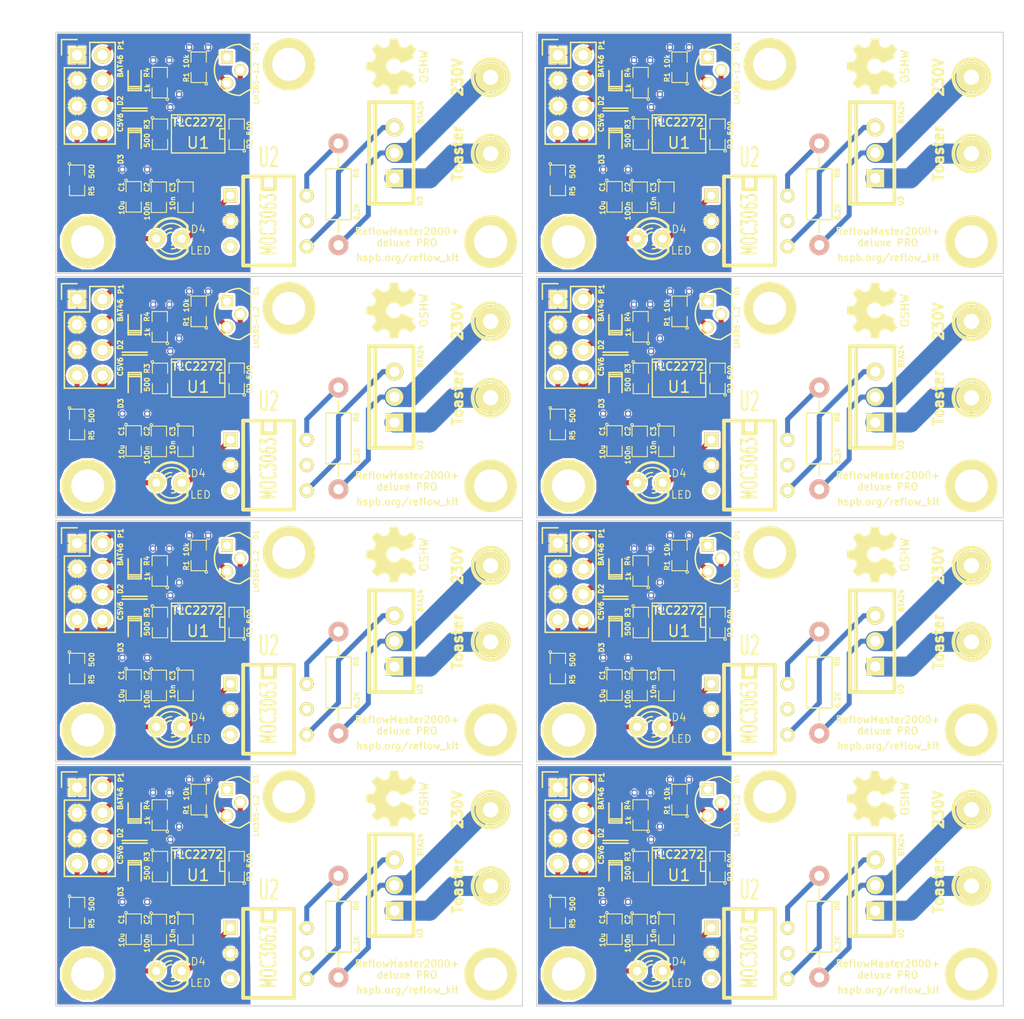
<source format=kicad_pcb>
(kicad_pcb (version 4) (host pcbnew "(2015-06-28 BZR 5838)-product")
  (layers (0 F.Cu signal) (31 B.Cu signal) (34 B.Paste user) (35 F.Paste user) (36 B.SilkS user) (37 F.SilkS user) (38 B.Mask user) (39 F.Mask user) (44 Edge.Cuts user))
  (net 0 "")
  (net 1 +12V)
  (net 2 /KTYa)
  (net 3 /PWRctrl)
  (net 4 /Uclamp)
  (net 5 /Utemp)
  (net 6 GND)
  (net 7 "Net-(D1-Pad2)")
  (net 8 "Net-(D4-Pad2)")
  (net 9 "Net-(P2-Pad1)")
  (net 10 "Net-(P3-Pad1)")
  (net 11 "Net-(D1-Pad3)")
  (net 12 "Net-(D4-Pad1)")
  (net 13 "Net-(R3-Pad2)")
  (net 14 "Net-(R6-Pad1)")
  (net 15 "Net-(U2-Pad4)")
  (module rf2kpdp:TO220AB_BTA24 (layer F.Cu) (at 225.2445 117.948 180)
    (fp_text reference U3 (at -2.5527 -4.7924 270) (layer F.SilkS) (effects (font (size 0.5 0.5) (thickness 0.125))))
    (fp_text value BTA24 (at -2.6035 4.0468 270) (layer F.SilkS) (effects (font (size 0.5 0.5) (thickness 0.125))))
    (pad 1 thru_hole rect (at 0 -2.54 180) (size 1.778 1.778) (drill 1.016) (layers *.Cu *.Mask F.SilkS) (net 10 "Net-(P3-Pad1)"))
    (pad 2 thru_hole circle (at 0 0 180) (size 1.778 1.778) (drill 1.016) (layers *.Cu *.Mask F.SilkS) (net 9 "Net-(P2-Pad1)"))
    (pad 3 thru_hole circle (at 0 2.54 180) (size 1.778 1.778) (drill 1.016) (layers *.Cu *.Mask F.SilkS) (net 15 "Net-(U2-Pad4)"))
  )
  (module rf2kpdp:DIP-6__300 (layer F.Cu) (at 212.682 124.748 270)
    (fp_text reference U2 (at -6.35 0 360) (layer F.SilkS) (effects (font (size 1.905 1.016) (thickness 0.2032))))
    (fp_text value "MOC3063 " (at 0 0 270) (layer F.SilkS) (effects (font (size 1.524 0.889) (thickness 0.2032))))
    (pad 1 thru_hole rect (at -2.54 3.81 270) (size 1.397 1.397) (drill 0.8128) (layers *.Cu *.Mask F.SilkS) (net 8 "Net-(D4-Pad2)"))
    (pad 2 thru_hole circle (at 0 3.81 270) (size 1.397 1.397) (drill 0.8128) (layers *.Cu *.Mask F.SilkS) (net 6 GND))
    (pad 3 thru_hole circle (at 2.54 3.81 270) (size 1.397 1.397) (drill 0.8128) (layers *.Cu *.Mask F.SilkS))
    (pad 4 thru_hole circle (at 2.54 -3.81 270) (size 1.397 1.397) (drill 0.8128) (layers *.Cu *.Mask F.SilkS) (net 15 "Net-(U2-Pad4)"))
    (pad 5 thru_hole circle (at 0 -3.81 270) (size 1.397 1.397) (drill 0.8128) (layers *.Cu *.Mask F.SilkS))
    (pad 6 thru_hole circle (at -2.54 -3.81 270) (size 1.397 1.397) (drill 0.8128) (layers *.Cu *.Mask F.SilkS) (net 14 "Net-(R6-Pad1)"))
  )
  (module rf2kpdp:SO8E (layer F.Cu) (at 205.6484 116.0475 180)
    (fp_text reference U1 (at 0 -0.889 180) (layer F.SilkS) (effects (font (size 1.143 1.143) (thickness 0.1524))))
    (fp_text value TLC2272 (at 0.076 1.164 180) (layer F.SilkS) (effects (font (size 0.8 0.8) (thickness 0.1524))))
    (pad 8 smd rect (at -1.905 -2.667 180) (size 0.59944 1.39954) (layers F.Cu F.Paste F.Mask) (net 1 +12V))
    (pad 1 smd rect (at -1.905 2.667 180) (size 0.59944 1.39954) (layers F.Cu F.Paste F.Mask) (net 7 "Net-(D1-Pad2)"))
    (pad 7 smd rect (at -0.635 -2.667 180) (size 0.59944 1.39954) (layers F.Cu F.Paste F.Mask) (net 13 "Net-(R3-Pad2)"))
    (pad 6 smd rect (at 0.635 -2.667 180) (size 0.59944 1.39954) (layers F.Cu F.Paste F.Mask) (net 13 "Net-(R3-Pad2)"))
    (pad 5 smd rect (at 1.905 -2.667 180) (size 0.59944 1.39954) (layers F.Cu F.Paste F.Mask) (net 2 /KTYa))
    (pad 2 smd rect (at -0.635 2.667 180) (size 0.59944 1.39954) (layers F.Cu F.Paste F.Mask) (net 11 "Net-(D1-Pad3)"))
    (pad 3 smd rect (at 0.635 2.667 180) (size 0.59944 1.39954) (layers F.Cu F.Paste F.Mask) (net 2 /KTYa))
    (pad 4 smd rect (at 1.905 2.667 180) (size 0.59944 1.39954) (layers F.Cu F.Paste F.Mask) (net 6 GND))
  )
  (module rf2kpdp:Resistor_Horizontal_RM10mm (layer F.Cu) (at 219.6565 122.08 270)
    (fp_text reference R6 (at -2.1336 -1.7907 270) (layer F.SilkS) (effects (font (size 0.5 0.5) (thickness 0.125))))
    (fp_text value 6.2K (at 1.7272 -1.8415 270) (layer F.SilkS) (effects (font (size 0.5 0.5) (thickness 0.125))))
    (pad 1 thru_hole circle (at -5.08 0 270) (size 1.99898 1.99898) (drill 1.00076) (layers *.Cu *.SilkS *.Mask) (net 14 "Net-(R6-Pad1)"))
    (pad 2 thru_hole circle (at 5.08 0 270) (size 1.99898 1.99898) (drill 1.00076) (layers *.Cu *.SilkS *.Mask) (net 9 "Net-(P2-Pad1)"))
  )
  (module rf2kpdp:SM0805-R (layer F.Cu) (at 193.558 120.683 270)
    (fp_text reference R5 (at 1.0795 -1.4605 270) (layer F.SilkS) (effects (font (size 0.50038 0.50038) (thickness 0.10922))))
    (fp_text value 500 (at -0.89408 -1.46812 270) (layer F.SilkS) (effects (font (size 0.50038 0.50038) (thickness 0.10922))))
    (pad 1 smd rect (at -0.9525 0 270) (size 0.889 1.397) (layers F.Cu F.Paste F.Mask) (net 3 /PWRctrl))
    (pad 2 smd rect (at 0.9525 0 270) (size 0.889 1.397) (layers F.Cu F.Paste F.Mask) (net 12 "Net-(D4-Pad1)"))
  )
  (module rf2kpdp:SM0805-R (layer F.Cu) (at 201.813 110.9294 90)
    (fp_text reference R4 (at 1.00838 -1.28524 90) (layer F.SilkS) (effects (font (size 0.50038 0.50038) (thickness 0.10922))))
    (fp_text value 1k (at -0.5461 -1.2319 90) (layer F.SilkS) (effects (font (size 0.50038 0.50038) (thickness 0.10922))))
    (pad 1 smd rect (at -0.9525 0 90) (size 0.889 1.397) (layers F.Cu F.Paste F.Mask) (net 5 /Utemp))
    (pad 2 smd rect (at 0.9525 0 90) (size 0.889 1.397) (layers F.Cu F.Paste F.Mask) (net 6 GND))
  )
  (module rf2kpdp:SM0805-R (layer F.Cu) (at 201.8384 116.0856 270)
    (fp_text reference R3 (at -0.99 1.292 270) (layer F.SilkS) (effects (font (size 0.50038 0.50038) (thickness 0.10922))))
    (fp_text value 500 (at 0.61 1.292 270) (layer F.SilkS) (effects (font (size 0.50038 0.50038) (thickness 0.10922))))
    (pad 1 smd rect (at -0.9525 0 270) (size 0.889 1.397) (layers F.Cu F.Paste F.Mask) (net 5 /Utemp))
    (pad 2 smd rect (at 0.9525 0 270) (size 0.889 1.397) (layers F.Cu F.Paste F.Mask) (net 13 "Net-(R3-Pad2)"))
  )
  (module rf2kpdp:SM0805-R (layer F.Cu) (at 209.4965 116.0856 90)
    (fp_text reference R2 (at -0.99 1.292 90) (layer F.SilkS) (effects (font (size 0.50038 0.50038) (thickness 0.10922))))
    (fp_text value 500 (at 0.61 1.292 90) (layer F.SilkS) (effects (font (size 0.50038 0.50038) (thickness 0.10922))))
    (pad 1 smd rect (at -0.9525 0 90) (size 0.889 1.397) (layers F.Cu F.Paste F.Mask) (net 2 /KTYa))
    (pad 2 smd rect (at 0.9525 0 90) (size 0.889 1.397) (layers F.Cu F.Paste F.Mask) (net 7 "Net-(D1-Pad2)"))
  )
  (module rf2kpdp:SM0805-R (layer F.Cu) (at 205.6992 109.39016 90)
    (fp_text reference R1 (at -1.0033 -1.2319 90) (layer F.SilkS) (effects (font (size 0.50038 0.50038) (thickness 0.10922))))
    (fp_text value 10k (at 0.5969 -1.2319 90) (layer F.SilkS) (effects (font (size 0.50038 0.50038) (thickness 0.10922))))
    (pad 1 smd rect (at -0.9525 0 90) (size 0.889 1.397) (layers F.Cu F.Paste F.Mask) (net 11 "Net-(D1-Pad3)"))
    (pad 2 smd rect (at 0.9525 0 90) (size 0.889 1.397) (layers F.Cu F.Paste F.Mask) (net 6 GND))
  )
  (module rf2kpdp:1pin-small (layer F.Cu) (at 234.84824 118.016 270)
    (fp_text reference P3 hide)
    (fp_text value Toaster (at 0 3.3 270) (layer F.SilkS) (effects (font (size 1.016 1.016) (thickness 0.254))))
    (pad 1 thru_hole circle (at 0 0 270) (size 3.064 3.064) (drill 1.52) (layers *.Cu *.Mask F.SilkS) (net 10 "Net-(P3-Pad1)"))
  )
  (module rf2kpdp:1pin-small (layer F.Cu) (at 234.84824 110.396 270)
    (fp_text reference P2 hide)
    (fp_text value 230V (at 0 3.3 270) (layer F.SilkS) (effects (font (size 1.016 1.016) (thickness 0.254))))
    (pad 1 thru_hole circle (at 0 0 270) (size 3.064 3.064) (drill 1.52) (layers *.Cu *.Mask F.SilkS) (net 9 "Net-(P2-Pad1)"))
  )
  (module rf2kpdp:Pin_Header_Straight_2x04 (layer F.Cu) (at 193.558 108.1735)
    (fp_text reference P1 (at 4.3688 -1.0033 90) (layer F.SilkS) (effects (font (size 0.5 0.5) (thickness 0.125))))
    (fp_text value CONN_02X04 hide)
    (pad 1 thru_hole rect (at 0 0) (size 1.7272 1.7272) (drill 1.016) (layers *.Cu *.Mask F.SilkS) (net 6 GND))
    (pad 2 thru_hole oval (at 2.54 0) (size 1.7272 1.7272) (drill 1.016) (layers *.Cu *.Mask F.SilkS) (net 2 /KTYa))
    (pad 3 thru_hole oval (at 0 2.54) (size 1.7272 1.7272) (drill 1.016) (layers *.Cu *.Mask F.SilkS) (net 6 GND))
    (pad 4 thru_hole oval (at 2.54 2.54) (size 1.7272 1.7272) (drill 1.016) (layers *.Cu *.Mask F.SilkS) (net 5 /Utemp))
    (pad 5 thru_hole oval (at 0 5.08) (size 1.7272 1.7272) (drill 1.016) (layers *.Cu *.Mask F.SilkS) (net 6 GND))
    (pad 6 thru_hole oval (at 2.54 5.08) (size 1.7272 1.7272) (drill 1.016) (layers *.Cu *.Mask F.SilkS) (net 4 /Uclamp))
    (pad 7 thru_hole oval (at 0 7.62) (size 1.7272 1.7272) (drill 1.016) (layers *.Cu *.Mask F.SilkS) (net 3 /PWRctrl))
    (pad 8 thru_hole oval (at 2.54 7.62) (size 1.7272 1.7272) (drill 1.016) (layers *.Cu *.Mask F.SilkS) (net 1 +12V))
  )
  (module rf2kpdp:LED-3MM (layer F.Cu) (at 202.74264 126.50976)
    (fp_text reference D4 (at 2.9083 -0.9398) (layer F.SilkS) (effects (font (size 0.762 0.762) (thickness 0.0889))))
    (fp_text value LED (at 3.1369 1.1938) (layer F.SilkS) (effects (font (size 0.762 0.762) (thickness 0.0889))))
    (pad 1 thru_hole circle (at -1.27 0) (size 1.6764 1.6764) (drill 0.8128) (layers *.Cu *.Mask F.SilkS) (net 12 "Net-(D4-Pad1)"))
    (pad 2 thru_hole circle (at 1.27 0) (size 1.6764 1.6764) (drill 0.8128) (layers *.Cu *.Mask F.SilkS) (net 8 "Net-(D4-Pad2)"))
  )
  (module rf2kpdp:SM0805-C (layer F.Cu) (at 204.3911 122.3721 270)
    (fp_text reference C3 (at -0.99 1.292 270) (layer F.SilkS) (effects (font (size 0.50038 0.50038) (thickness 0.10922))))
    (fp_text value 10n (at 0.61 1.292 270) (layer F.SilkS) (effects (font (size 0.50038 0.50038) (thickness 0.10922))))
    (pad 1 smd rect (at -0.9525 0 270) (size 0.889 1.397) (layers F.Cu F.Paste F.Mask) (net 1 +12V))
    (pad 2 smd rect (at 0.9525 0 270) (size 0.889 1.397) (layers F.Cu F.Paste F.Mask) (net 6 GND))
  )
  (module rf2kpdp:SM0805-C (layer F.Cu) (at 201.7241 122.3721 270)
    (fp_text reference C2 (at -1.01092 1.1811 270) (layer F.SilkS) (effects (font (size 0.50038 0.50038) (thickness 0.10922))))
    (fp_text value 100n (at 1.36652 1.1811 270) (layer F.SilkS) (effects (font (size 0.50038 0.50038) (thickness 0.10922))))
    (pad 1 smd rect (at -0.9525 0 270) (size 0.889 1.397) (layers F.Cu F.Paste F.Mask) (net 1 +12V))
    (pad 2 smd rect (at 0.9525 0 270) (size 0.889 1.397) (layers F.Cu F.Paste F.Mask) (net 6 GND))
  )
  (module rf2kpdp:SM0805-C (layer F.Cu) (at 199.2095 122.334 270)
    (fp_text reference C1 (at -1.01092 1.21158 270) (layer F.SilkS) (effects (font (size 0.50038 0.50038) (thickness 0.10922))))
    (fp_text value 10u (at 1.08204 1.19126 270) (layer F.SilkS) (effects (font (size 0.50038 0.50038) (thickness 0.10922))))
    (pad 1 smd rect (at -0.9525 0 270) (size 0.889 1.397) (layers F.Cu F.Paste F.Mask) (net 1 +12V))
    (pad 2 smd rect (at 0.9525 0 270) (size 0.889 1.397) (layers F.Cu F.Paste F.Mask) (net 6 GND))
  )
  (module opendous:1Pin_15mil_VIA (layer F.Cu) (at 202.7782 108.6942)
    (fp_text reference 1Pin_15mil_VIA hide)
    (fp_text value VAL** hide)
    (pad 1 thru_hole circle (at -0.00508 0) (size 0.635 0.635) (drill 0.381) (layers *.Cu) (net 6 GND))
  )
  (module opendous:1Pin_15mil_VIA (layer F.Cu) (at 204.75432 107.14734)
    (fp_text reference 1Pin_15mil_VIA hide)
    (fp_text value VAL** hide)
    (pad 1 thru_hole circle (at 0 0.24638) (size 0.635 0.635) (drill 0.381) (layers *.Cu) (net 6 GND))
  )
  (module opendous:1Pin_15mil_VIA (layer F.Cu) (at 199.0698 78.7984)
    (fp_text reference 1Pin_15mil_VIA hide)
    (fp_text value VAL** hide)
  )
  (module opendous:1Pin_15mil_VIA (layer F.Cu) (at 201.15 108.7)
    (fp_text reference 1Pin_15mil_VIA hide)
    (fp_text value VAL** hide)
    (pad 1 thru_hole circle (at 0 0) (size 0.635 0.635) (drill 0.381) (layers *.Cu) (net 6 GND))
  )
  (module opendous:1Pin_15mil_VIA (layer F.Cu) (at 198.0792 119.60096)
    (fp_text reference 1Pin_15mil_VIA hide)
    (fp_text value VAL** hide)
    (pad 1 thru_hole circle (at 0 0) (size 0.635 0.635) (drill 0.381) (layers *.Cu) (net 6 GND))
  )
  (module opendous:1Pin_15mil_VIA (layer F.Cu) (at 200.56332 119.60858)
    (fp_text reference 1Pin_15mil_VIA hide)
    (fp_text value VAL** hide)
    (pad 1 thru_hole circle (at 0 0) (size 0.635 0.635) (drill 0.381) (layers *.Cu) (net 6 GND))
  )
  (module acronet:oshw_logo_500 (layer F.Cu) (at 224.927 109.29872 90)
    (fp_text reference " " hide)
    (fp_text value "" hide)
    (fp_text user OSHW (at -0.00508 3.28168 90) (layer F.SilkS) (effects (font (size 0.8 0.8))))
  )
  (module Connect:1pin (layer F.Cu) (at 214.73144 109.09044)
    (fp_text reference "" (at 0 -3.048) (layer F.SilkS))
    (fp_text value "")
    (pad 1 thru_hole circle (at -0.03094 0) (size 5.064 5.064) (drill 3.3) (layers *.Cu *.Mask F.SilkS))
  )
  (module Connect:1pin (layer F.Cu) (at 194.61464 126.81964)
    (fp_text reference "" (at 0 -3.048) (layer F.SilkS))
    (fp_text value "")
    (pad 1 thru_hole circle (at 0 0) (size 5.064 5.064) (drill 3.3) (layers *.Cu *.Mask F.SilkS))
  )
  (module Connect:1pin (layer F.Cu) (at 234.84824 126.81456)
    (fp_text reference "" (at 0 -3.048) (layer F.SilkS))
    (fp_text value "")
    (pad 1 thru_hole circle (at 0 0) (size 5.064 5.064) (drill 3.3) (layers *.Cu *.Mask F.SilkS))
  )
  (module SOD-80 (layer F.Cu) (at 199.30602 110.72366 90)
    (fp_text reference D2 (at -2.00914 -1.43002 90) (layer F.SilkS) (effects (font (size 0.5 0.5) (thickness 0.125))))
    (fp_text value BAT46 (at 1.44526 -1.43002 90) (layer F.SilkS) (effects (font (size 0.5 0.5) (thickness 0.125))))
    (pad 1 smd rect (at -1.875 0 90) (size 1.25 2) (layers F.Cu F.Paste F.Mask) (net 4 /Uclamp))
    (pad 2 smd rect (at 1.875 0 90) (size 1.25 2) (layers F.Cu F.Paste F.Mask) (net 5 /Utemp))
  )
  (module rf2kpdp:SOD-80 (layer F.Cu) (at 199.31364 116.49708 270)
    (fp_text reference D3 (at 2.08534 1.39446 270) (layer F.SilkS) (effects (font (size 0.5 0.5) (thickness 0.125))))
    (fp_text value C5V6 (at -1.57988 1.43764 270) (layer F.SilkS) (effects (font (size 0.5 0.5) (thickness 0.125))))
    (pad 1 smd rect (at -1.875 0 270) (size 1.25 2) (layers F.Cu F.Paste F.Mask) (net 4 /Uclamp))
    (pad 2 smd rect (at 1.875 0 270) (size 1.25 2) (layers F.Cu F.Paste F.Mask) (net 6 GND))
  )
  (module opendous:1Pin_15mil_VIA (layer F.Cu) (at 189.113 93.5304)
    (fp_text reference 1Pin_15mil_VIA hide)
    (fp_text value VAL** hide)
  )
  (module TO-92_LE33CZ (layer F.Cu) (at 209.82416 109.65432 90)
    (fp_text reference D1 (at 2.33172 1.59004 90) (layer F.SilkS) (effects (font (size 0.5 0.5) (thickness 0.1))))
    (fp_text value LM385-1.2 (at -1.32588 1.61544 90) (layer F.SilkS) (effects (font (size 0.5 0.5) (thickness 0.1))))
    (pad 3 thru_hole circle (at -1.3208 -1.28016 90) (size 1.2 1.2) (drill 0.8001) (layers *.Cu *.Mask F.SilkS) (net 11 "Net-(D1-Pad3)"))
    (pad 2 thru_hole circle (at -0.01016 0.0254 90) (size 1.2 1.2) (drill 0.8001) (layers *.Cu *.Mask F.SilkS) (net 7 "Net-(D1-Pad2)"))
    (pad 1 thru_hole rect (at 1.27 -1.2954 90) (size 1.2 1.2) (drill 0.8001) (layers *.Cu *.Mask F.SilkS))
  )
  (module opendous:1Pin_15mil_VIA (layer F.Cu) (at 206.6517 107.14734)
    (fp_text reference 1Pin_15mil_VIA hide)
    (fp_text value VAL** hide)
    (pad 1 thru_hole circle (at 0 0.24638) (size 0.635 0.635) (drill 0.381) (layers *.Cu) (net 6 GND))
  )
  (module opendous:1Pin_15mil_VIA (layer F.Cu) (at 203.74848 112.08764)
    (fp_text reference 1Pin_15mil_VIA hide)
    (fp_text value VAL** hide)
    (pad 1 thru_hole circle (at -0.00508 0) (size 0.635 0.635) (drill 0.381) (layers *.Cu) (net 6 GND))
  )
  (module opendous:1Pin_15mil_VIA (layer F.Cu) (at 202.87472 113.37288)
    (fp_text reference 1Pin_15mil_VIA hide)
    (fp_text value VAL** hide)
    (pad 1 thru_hole circle (at -0.00508 0) (size 0.635 0.635) (drill 0.381) (layers *.Cu) (net 6 GND))
  )
  (module opendous:1Pin_15mil_VIA (layer F.Cu) (at 203.74848 114.6886)
    (fp_text reference 1Pin_15mil_VIA hide)
    (fp_text value VAL** hide)
    (pad 1 thru_hole circle (at -0.00508 0) (size 0.635 0.635) (drill 0.381) (layers *.Cu) (net 6 GND))
  )
  (module opendous:1Pin_15mil_VIA (layer F.Cu) (at 203.74848 90.3046)
    (fp_text reference 1Pin_15mil_VIA hide)
    (fp_text value VAL** hide)
    (pad 1 thru_hole circle (at -0.00508 0) (size 0.635 0.635) (drill 0.381) (layers *.Cu) (net 6 GND))
  )
  (module opendous:1Pin_15mil_VIA (layer F.Cu) (at 202.87472 88.98888)
    (fp_text reference 1Pin_15mil_VIA hide)
    (fp_text value VAL** hide)
    (pad 1 thru_hole circle (at -0.00508 0) (size 0.635 0.635) (drill 0.381) (layers *.Cu) (net 6 GND))
  )
  (module opendous:1Pin_15mil_VIA (layer F.Cu) (at 203.74848 87.70364)
    (fp_text reference 1Pin_15mil_VIA hide)
    (fp_text value VAL** hide)
    (pad 1 thru_hole circle (at -0.00508 0) (size 0.635 0.635) (drill 0.381) (layers *.Cu) (net 6 GND))
  )
  (module opendous:1Pin_15mil_VIA (layer F.Cu) (at 206.6517 82.76334)
    (fp_text reference 1Pin_15mil_VIA hide)
    (fp_text value VAL** hide)
    (pad 1 thru_hole circle (at 0 0.24638) (size 0.635 0.635) (drill 0.381) (layers *.Cu) (net 6 GND))
  )
  (module TO-92_LE33CZ (layer F.Cu) (at 209.82416 85.27032 90)
    (fp_text reference D1 (at 2.33172 1.59004 90) (layer F.SilkS) (effects (font (size 0.5 0.5) (thickness 0.1))))
    (fp_text value LM385-1.2 (at -1.32588 1.61544 90) (layer F.SilkS) (effects (font (size 0.5 0.5) (thickness 0.1))))
    (pad 3 thru_hole circle (at -1.3208 -1.28016 90) (size 1.2 1.2) (drill 0.8001) (layers *.Cu *.Mask F.SilkS) (net 11 "Net-(D1-Pad3)"))
    (pad 2 thru_hole circle (at -0.01016 0.0254 90) (size 1.2 1.2) (drill 0.8001) (layers *.Cu *.Mask F.SilkS) (net 7 "Net-(D1-Pad2)"))
    (pad 1 thru_hole rect (at 1.27 -1.2954 90) (size 1.2 1.2) (drill 0.8001) (layers *.Cu *.Mask F.SilkS))
  )
  (module rf2kpdp:SOD-80 (layer F.Cu) (at 199.31364 92.11308 270)
    (fp_text reference D3 (at 2.08534 1.39446 270) (layer F.SilkS) (effects (font (size 0.5 0.5) (thickness 0.125))))
    (fp_text value C5V6 (at -1.57988 1.43764 270) (layer F.SilkS) (effects (font (size 0.5 0.5) (thickness 0.125))))
    (pad 1 smd rect (at -1.875 0 270) (size 1.25 2) (layers F.Cu F.Paste F.Mask) (net 4 /Uclamp))
    (pad 2 smd rect (at 1.875 0 270) (size 1.25 2) (layers F.Cu F.Paste F.Mask) (net 6 GND))
  )
  (module SOD-80 (layer F.Cu) (at 199.30602 86.33966 90)
    (fp_text reference D2 (at -2.00914 -1.43002 90) (layer F.SilkS) (effects (font (size 0.5 0.5) (thickness 0.125))))
    (fp_text value BAT46 (at 1.44526 -1.43002 90) (layer F.SilkS) (effects (font (size 0.5 0.5) (thickness 0.125))))
    (pad 1 smd rect (at -1.875 0 90) (size 1.25 2) (layers F.Cu F.Paste F.Mask) (net 4 /Uclamp))
    (pad 2 smd rect (at 1.875 0 90) (size 1.25 2) (layers F.Cu F.Paste F.Mask) (net 5 /Utemp))
  )
  (module Connect:1pin (layer F.Cu) (at 234.84824 102.43056)
    (fp_text reference "" (at 0 -3.048) (layer F.SilkS))
    (fp_text value "")
    (pad 1 thru_hole circle (at 0 0) (size 5.064 5.064) (drill 3.3) (layers *.Cu *.Mask F.SilkS))
  )
  (module Connect:1pin (layer F.Cu) (at 194.61464 102.43564)
    (fp_text reference "" (at 0 -3.048) (layer F.SilkS))
    (fp_text value "")
    (pad 1 thru_hole circle (at 0 0) (size 5.064 5.064) (drill 3.3) (layers *.Cu *.Mask F.SilkS))
  )
  (module Connect:1pin (layer F.Cu) (at 214.73144 84.70644)
    (fp_text reference "" (at 0 -3.048) (layer F.SilkS))
    (fp_text value "")
    (pad 1 thru_hole circle (at -0.03094 0) (size 5.064 5.064) (drill 3.3) (layers *.Cu *.Mask F.SilkS))
  )
  (module acronet:oshw_logo_500 (layer F.Cu) (at 224.927 84.91472 90)
    (fp_text reference " " hide)
    (fp_text value "" hide)
    (fp_text user OSHW (at -0.00508 3.28168 90) (layer F.SilkS) (effects (font (size 0.8 0.8))))
  )
  (module opendous:1Pin_15mil_VIA (layer F.Cu) (at 200.56332 95.22458)
    (fp_text reference 1Pin_15mil_VIA hide)
    (fp_text value VAL** hide)
    (pad 1 thru_hole circle (at 0 0) (size 0.635 0.635) (drill 0.381) (layers *.Cu) (net 6 GND))
  )
  (module opendous:1Pin_15mil_VIA (layer F.Cu) (at 198.0792 95.21696)
    (fp_text reference 1Pin_15mil_VIA hide)
    (fp_text value VAL** hide)
    (pad 1 thru_hole circle (at 0 0) (size 0.635 0.635) (drill 0.381) (layers *.Cu) (net 6 GND))
  )
  (module opendous:1Pin_15mil_VIA (layer F.Cu) (at 201.16 84.31)
    (fp_text reference 1Pin_15mil_VIA hide)
    (fp_text value VAL** hide)
    (pad 1 thru_hole circle (at 0 0) (size 0.635 0.635) (drill 0.381) (layers *.Cu) (net 6 GND))
  )
  (module opendous:1Pin_15mil_VIA (layer F.Cu) (at 204.75432 82.76334)
    (fp_text reference 1Pin_15mil_VIA hide)
    (fp_text value VAL** hide)
    (pad 1 thru_hole circle (at 0 0.24638) (size 0.635 0.635) (drill 0.381) (layers *.Cu) (net 6 GND))
  )
  (module opendous:1Pin_15mil_VIA (layer F.Cu) (at 202.7782 84.3102)
    (fp_text reference 1Pin_15mil_VIA hide)
    (fp_text value VAL** hide)
    (pad 1 thru_hole circle (at -0.00508 0) (size 0.635 0.635) (drill 0.381) (layers *.Cu) (net 6 GND))
  )
  (module rf2kpdp:SM0805-C (layer F.Cu) (at 199.2095 97.95 270)
    (fp_text reference C1 (at -1.01092 1.21158 270) (layer F.SilkS) (effects (font (size 0.50038 0.50038) (thickness 0.10922))))
    (fp_text value 10u (at 1.08204 1.19126 270) (layer F.SilkS) (effects (font (size 0.50038 0.50038) (thickness 0.10922))))
    (pad 1 smd rect (at -0.9525 0 270) (size 0.889 1.397) (layers F.Cu F.Paste F.Mask) (net 1 +12V))
    (pad 2 smd rect (at 0.9525 0 270) (size 0.889 1.397) (layers F.Cu F.Paste F.Mask) (net 6 GND))
  )
  (module rf2kpdp:SM0805-C (layer F.Cu) (at 201.7241 97.9881 270)
    (fp_text reference C2 (at -1.01092 1.1811 270) (layer F.SilkS) (effects (font (size 0.50038 0.50038) (thickness 0.10922))))
    (fp_text value 100n (at 1.36652 1.1811 270) (layer F.SilkS) (effects (font (size 0.50038 0.50038) (thickness 0.10922))))
    (pad 1 smd rect (at -0.9525 0 270) (size 0.889 1.397) (layers F.Cu F.Paste F.Mask) (net 1 +12V))
    (pad 2 smd rect (at 0.9525 0 270) (size 0.889 1.397) (layers F.Cu F.Paste F.Mask) (net 6 GND))
  )
  (module rf2kpdp:SM0805-C (layer F.Cu) (at 204.3911 97.9881 270)
    (fp_text reference C3 (at -0.99 1.292 270) (layer F.SilkS) (effects (font (size 0.50038 0.50038) (thickness 0.10922))))
    (fp_text value 10n (at 0.61 1.292 270) (layer F.SilkS) (effects (font (size 0.50038 0.50038) (thickness 0.10922))))
    (pad 1 smd rect (at -0.9525 0 270) (size 0.889 1.397) (layers F.Cu F.Paste F.Mask) (net 1 +12V))
    (pad 2 smd rect (at 0.9525 0 270) (size 0.889 1.397) (layers F.Cu F.Paste F.Mask) (net 6 GND))
  )
  (module rf2kpdp:LED-3MM (layer F.Cu) (at 202.74264 102.12576)
    (fp_text reference D4 (at 2.9083 -0.9398) (layer F.SilkS) (effects (font (size 0.762 0.762) (thickness 0.0889))))
    (fp_text value LED (at 3.1369 1.1938) (layer F.SilkS) (effects (font (size 0.762 0.762) (thickness 0.0889))))
    (pad 1 thru_hole circle (at -1.27 0) (size 1.6764 1.6764) (drill 0.8128) (layers *.Cu *.Mask F.SilkS) (net 12 "Net-(D4-Pad1)"))
    (pad 2 thru_hole circle (at 1.27 0) (size 1.6764 1.6764) (drill 0.8128) (layers *.Cu *.Mask F.SilkS) (net 8 "Net-(D4-Pad2)"))
  )
  (module rf2kpdp:Pin_Header_Straight_2x04 (layer F.Cu) (at 193.558 83.7895)
    (fp_text reference P1 (at 4.3688 -1.0033 90) (layer F.SilkS) (effects (font (size 0.5 0.5) (thickness 0.125))))
    (fp_text value CONN_02X04 hide)
    (pad 1 thru_hole rect (at 0 0) (size 1.7272 1.7272) (drill 1.016) (layers *.Cu *.Mask F.SilkS) (net 6 GND))
    (pad 2 thru_hole oval (at 2.54 0) (size 1.7272 1.7272) (drill 1.016) (layers *.Cu *.Mask F.SilkS) (net 2 /KTYa))
    (pad 3 thru_hole oval (at 0 2.54) (size 1.7272 1.7272) (drill 1.016) (layers *.Cu *.Mask F.SilkS) (net 6 GND))
    (pad 4 thru_hole oval (at 2.54 2.54) (size 1.7272 1.7272) (drill 1.016) (layers *.Cu *.Mask F.SilkS) (net 5 /Utemp))
    (pad 5 thru_hole oval (at 0 5.08) (size 1.7272 1.7272) (drill 1.016) (layers *.Cu *.Mask F.SilkS) (net 6 GND))
    (pad 6 thru_hole oval (at 2.54 5.08) (size 1.7272 1.7272) (drill 1.016) (layers *.Cu *.Mask F.SilkS) (net 4 /Uclamp))
    (pad 7 thru_hole oval (at 0 7.62) (size 1.7272 1.7272) (drill 1.016) (layers *.Cu *.Mask F.SilkS) (net 3 /PWRctrl))
    (pad 8 thru_hole oval (at 2.54 7.62) (size 1.7272 1.7272) (drill 1.016) (layers *.Cu *.Mask F.SilkS) (net 1 +12V))
  )
  (module rf2kpdp:1pin-small (layer F.Cu) (at 234.84824 86.012 270)
    (fp_text reference P2 hide)
    (fp_text value 230V (at 0 3.3 270) (layer F.SilkS) (effects (font (size 1.016 1.016) (thickness 0.254))))
    (pad 1 thru_hole circle (at 0 0 270) (size 3.064 3.064) (drill 1.52) (layers *.Cu *.Mask F.SilkS) (net 9 "Net-(P2-Pad1)"))
  )
  (module rf2kpdp:1pin-small (layer F.Cu) (at 234.84824 93.632 270)
    (fp_text reference P3 hide)
    (fp_text value Toaster (at 0 3.3 270) (layer F.SilkS) (effects (font (size 1.016 1.016) (thickness 0.254))))
    (pad 1 thru_hole circle (at 0 0 270) (size 3.064 3.064) (drill 1.52) (layers *.Cu *.Mask F.SilkS) (net 10 "Net-(P3-Pad1)"))
  )
  (module rf2kpdp:SM0805-R (layer F.Cu) (at 205.6992 85.00616 90)
    (fp_text reference R1 (at -1.0033 -1.2319 90) (layer F.SilkS) (effects (font (size 0.50038 0.50038) (thickness 0.10922))))
    (fp_text value 10k (at 0.5969 -1.2319 90) (layer F.SilkS) (effects (font (size 0.50038 0.50038) (thickness 0.10922))))
    (pad 1 smd rect (at -0.9525 0 90) (size 0.889 1.397) (layers F.Cu F.Paste F.Mask) (net 11 "Net-(D1-Pad3)"))
    (pad 2 smd rect (at 0.9525 0 90) (size 0.889 1.397) (layers F.Cu F.Paste F.Mask) (net 6 GND))
  )
  (module rf2kpdp:SM0805-R (layer F.Cu) (at 209.4965 91.7016 90)
    (fp_text reference R2 (at -0.99 1.292 90) (layer F.SilkS) (effects (font (size 0.50038 0.50038) (thickness 0.10922))))
    (fp_text value 500 (at 0.61 1.292 90) (layer F.SilkS) (effects (font (size 0.50038 0.50038) (thickness 0.10922))))
    (pad 1 smd rect (at -0.9525 0 90) (size 0.889 1.397) (layers F.Cu F.Paste F.Mask) (net 2 /KTYa))
    (pad 2 smd rect (at 0.9525 0 90) (size 0.889 1.397) (layers F.Cu F.Paste F.Mask) (net 7 "Net-(D1-Pad2)"))
  )
  (module rf2kpdp:SM0805-R (layer F.Cu) (at 201.8384 91.7016 270)
    (fp_text reference R3 (at -0.99 1.292 270) (layer F.SilkS) (effects (font (size 0.50038 0.50038) (thickness 0.10922))))
    (fp_text value 500 (at 0.61 1.292 270) (layer F.SilkS) (effects (font (size 0.50038 0.50038) (thickness 0.10922))))
    (pad 1 smd rect (at -0.9525 0 270) (size 0.889 1.397) (layers F.Cu F.Paste F.Mask) (net 5 /Utemp))
    (pad 2 smd rect (at 0.9525 0 270) (size 0.889 1.397) (layers F.Cu F.Paste F.Mask) (net 13 "Net-(R3-Pad2)"))
  )
  (module rf2kpdp:SM0805-R (layer F.Cu) (at 201.813 86.5454 90)
    (fp_text reference R4 (at 1.00838 -1.28524 90) (layer F.SilkS) (effects (font (size 0.50038 0.50038) (thickness 0.10922))))
    (fp_text value 1k (at -0.5461 -1.2319 90) (layer F.SilkS) (effects (font (size 0.50038 0.50038) (thickness 0.10922))))
    (pad 1 smd rect (at -0.9525 0 90) (size 0.889 1.397) (layers F.Cu F.Paste F.Mask) (net 5 /Utemp))
    (pad 2 smd rect (at 0.9525 0 90) (size 0.889 1.397) (layers F.Cu F.Paste F.Mask) (net 6 GND))
  )
  (module rf2kpdp:SM0805-R (layer F.Cu) (at 193.558 96.299 270)
    (fp_text reference R5 (at 1.0795 -1.4605 270) (layer F.SilkS) (effects (font (size 0.50038 0.50038) (thickness 0.10922))))
    (fp_text value 500 (at -0.89408 -1.46812 270) (layer F.SilkS) (effects (font (size 0.50038 0.50038) (thickness 0.10922))))
    (pad 1 smd rect (at -0.9525 0 270) (size 0.889 1.397) (layers F.Cu F.Paste F.Mask) (net 3 /PWRctrl))
    (pad 2 smd rect (at 0.9525 0 270) (size 0.889 1.397) (layers F.Cu F.Paste F.Mask) (net 12 "Net-(D4-Pad1)"))
  )
  (module rf2kpdp:Resistor_Horizontal_RM10mm (layer F.Cu) (at 219.6565 97.696 270)
    (fp_text reference R6 (at -2.1336 -1.7907 270) (layer F.SilkS) (effects (font (size 0.5 0.5) (thickness 0.125))))
    (fp_text value 6.2K (at 1.7272 -1.8415 270) (layer F.SilkS) (effects (font (size 0.5 0.5) (thickness 0.125))))
    (pad 1 thru_hole circle (at -5.08 0 270) (size 1.99898 1.99898) (drill 1.00076) (layers *.Cu *.SilkS *.Mask) (net 14 "Net-(R6-Pad1)"))
    (pad 2 thru_hole circle (at 5.08 0 270) (size 1.99898 1.99898) (drill 1.00076) (layers *.Cu *.SilkS *.Mask) (net 9 "Net-(P2-Pad1)"))
  )
  (module rf2kpdp:SO8E (layer F.Cu) (at 205.6484 91.6635 180)
    (fp_text reference U1 (at 0 -0.889 180) (layer F.SilkS) (effects (font (size 1.143 1.143) (thickness 0.1524))))
    (fp_text value TLC2272 (at 0.076 1.164 180) (layer F.SilkS) (effects (font (size 0.8 0.8) (thickness 0.1524))))
    (pad 8 smd rect (at -1.905 -2.667 180) (size 0.59944 1.39954) (layers F.Cu F.Paste F.Mask) (net 1 +12V))
    (pad 1 smd rect (at -1.905 2.667 180) (size 0.59944 1.39954) (layers F.Cu F.Paste F.Mask) (net 7 "Net-(D1-Pad2)"))
    (pad 7 smd rect (at -0.635 -2.667 180) (size 0.59944 1.39954) (layers F.Cu F.Paste F.Mask) (net 13 "Net-(R3-Pad2)"))
    (pad 6 smd rect (at 0.635 -2.667 180) (size 0.59944 1.39954) (layers F.Cu F.Paste F.Mask) (net 13 "Net-(R3-Pad2)"))
    (pad 5 smd rect (at 1.905 -2.667 180) (size 0.59944 1.39954) (layers F.Cu F.Paste F.Mask) (net 2 /KTYa))
    (pad 2 smd rect (at -0.635 2.667 180) (size 0.59944 1.39954) (layers F.Cu F.Paste F.Mask) (net 11 "Net-(D1-Pad3)"))
    (pad 3 smd rect (at 0.635 2.667 180) (size 0.59944 1.39954) (layers F.Cu F.Paste F.Mask) (net 2 /KTYa))
    (pad 4 smd rect (at 1.905 2.667 180) (size 0.59944 1.39954) (layers F.Cu F.Paste F.Mask) (net 6 GND))
  )
  (module rf2kpdp:DIP-6__300 (layer F.Cu) (at 212.682 100.364 270)
    (fp_text reference U2 (at -6.35 0 360) (layer F.SilkS) (effects (font (size 1.905 1.016) (thickness 0.2032))))
    (fp_text value "MOC3063 " (at 0 0 270) (layer F.SilkS) (effects (font (size 1.524 0.889) (thickness 0.2032))))
    (pad 1 thru_hole rect (at -2.54 3.81 270) (size 1.397 1.397) (drill 0.8128) (layers *.Cu *.Mask F.SilkS) (net 8 "Net-(D4-Pad2)"))
    (pad 2 thru_hole circle (at 0 3.81 270) (size 1.397 1.397) (drill 0.8128) (layers *.Cu *.Mask F.SilkS) (net 6 GND))
    (pad 3 thru_hole circle (at 2.54 3.81 270) (size 1.397 1.397) (drill 0.8128) (layers *.Cu *.Mask F.SilkS))
    (pad 4 thru_hole circle (at 2.54 -3.81 270) (size 1.397 1.397) (drill 0.8128) (layers *.Cu *.Mask F.SilkS) (net 15 "Net-(U2-Pad4)"))
    (pad 5 thru_hole circle (at 0 -3.81 270) (size 1.397 1.397) (drill 0.8128) (layers *.Cu *.Mask F.SilkS))
    (pad 6 thru_hole circle (at -2.54 -3.81 270) (size 1.397 1.397) (drill 0.8128) (layers *.Cu *.Mask F.SilkS) (net 14 "Net-(R6-Pad1)"))
  )
  (module rf2kpdp:TO220AB_BTA24 (layer F.Cu) (at 225.2445 93.564 180)
    (fp_text reference U3 (at -2.5527 -4.7924 270) (layer F.SilkS) (effects (font (size 0.5 0.5) (thickness 0.125))))
    (fp_text value BTA24 (at -2.6035 4.0468 270) (layer F.SilkS) (effects (font (size 0.5 0.5) (thickness 0.125))))
    (pad 1 thru_hole rect (at 0 -2.54 180) (size 1.778 1.778) (drill 1.016) (layers *.Cu *.Mask F.SilkS) (net 10 "Net-(P3-Pad1)"))
    (pad 2 thru_hole circle (at 0 0 180) (size 1.778 1.778) (drill 1.016) (layers *.Cu *.Mask F.SilkS) (net 9 "Net-(P2-Pad1)"))
    (pad 3 thru_hole circle (at 0 2.54 180) (size 1.778 1.778) (drill 1.016) (layers *.Cu *.Mask F.SilkS) (net 15 "Net-(U2-Pad4)"))
  )
  (module rf2kpdp:TO220AB_BTA24 (layer F.Cu) (at 225.2445 142.332 180)
    (fp_text reference U3 (at -2.5527 -4.7924 270) (layer F.SilkS) (effects (font (size 0.5 0.5) (thickness 0.125))))
    (fp_text value BTA24 (at -2.6035 4.0468 270) (layer F.SilkS) (effects (font (size 0.5 0.5) (thickness 0.125))))
    (pad 1 thru_hole rect (at 0 -2.54 180) (size 1.778 1.778) (drill 1.016) (layers *.Cu *.Mask F.SilkS) (net 10 "Net-(P3-Pad1)"))
    (pad 2 thru_hole circle (at 0 0 180) (size 1.778 1.778) (drill 1.016) (layers *.Cu *.Mask F.SilkS) (net 9 "Net-(P2-Pad1)"))
    (pad 3 thru_hole circle (at 0 2.54 180) (size 1.778 1.778) (drill 1.016) (layers *.Cu *.Mask F.SilkS) (net 15 "Net-(U2-Pad4)"))
  )
  (module rf2kpdp:DIP-6__300 (layer F.Cu) (at 212.682 149.132 270)
    (fp_text reference U2 (at -6.35 0 360) (layer F.SilkS) (effects (font (size 1.905 1.016) (thickness 0.2032))))
    (fp_text value "MOC3063 " (at 0 0 270) (layer F.SilkS) (effects (font (size 1.524 0.889) (thickness 0.2032))))
    (pad 1 thru_hole rect (at -2.54 3.81 270) (size 1.397 1.397) (drill 0.8128) (layers *.Cu *.Mask F.SilkS) (net 8 "Net-(D4-Pad2)"))
    (pad 2 thru_hole circle (at 0 3.81 270) (size 1.397 1.397) (drill 0.8128) (layers *.Cu *.Mask F.SilkS) (net 6 GND))
    (pad 3 thru_hole circle (at 2.54 3.81 270) (size 1.397 1.397) (drill 0.8128) (layers *.Cu *.Mask F.SilkS))
    (pad 4 thru_hole circle (at 2.54 -3.81 270) (size 1.397 1.397) (drill 0.8128) (layers *.Cu *.Mask F.SilkS) (net 15 "Net-(U2-Pad4)"))
    (pad 5 thru_hole circle (at 0 -3.81 270) (size 1.397 1.397) (drill 0.8128) (layers *.Cu *.Mask F.SilkS))
    (pad 6 thru_hole circle (at -2.54 -3.81 270) (size 1.397 1.397) (drill 0.8128) (layers *.Cu *.Mask F.SilkS) (net 14 "Net-(R6-Pad1)"))
  )
  (module rf2kpdp:SO8E (layer F.Cu) (at 205.6484 140.4315 180)
    (fp_text reference U1 (at 0 -0.889 180) (layer F.SilkS) (effects (font (size 1.143 1.143) (thickness 0.1524))))
    (fp_text value TLC2272 (at 0.076 1.164 180) (layer F.SilkS) (effects (font (size 0.8 0.8) (thickness 0.1524))))
    (pad 8 smd rect (at -1.905 -2.667 180) (size 0.59944 1.39954) (layers F.Cu F.Paste F.Mask) (net 1 +12V))
    (pad 1 smd rect (at -1.905 2.667 180) (size 0.59944 1.39954) (layers F.Cu F.Paste F.Mask) (net 7 "Net-(D1-Pad2)"))
    (pad 7 smd rect (at -0.635 -2.667 180) (size 0.59944 1.39954) (layers F.Cu F.Paste F.Mask) (net 13 "Net-(R3-Pad2)"))
    (pad 6 smd rect (at 0.635 -2.667 180) (size 0.59944 1.39954) (layers F.Cu F.Paste F.Mask) (net 13 "Net-(R3-Pad2)"))
    (pad 5 smd rect (at 1.905 -2.667 180) (size 0.59944 1.39954) (layers F.Cu F.Paste F.Mask) (net 2 /KTYa))
    (pad 2 smd rect (at -0.635 2.667 180) (size 0.59944 1.39954) (layers F.Cu F.Paste F.Mask) (net 11 "Net-(D1-Pad3)"))
    (pad 3 smd rect (at 0.635 2.667 180) (size 0.59944 1.39954) (layers F.Cu F.Paste F.Mask) (net 2 /KTYa))
    (pad 4 smd rect (at 1.905 2.667 180) (size 0.59944 1.39954) (layers F.Cu F.Paste F.Mask) (net 6 GND))
  )
  (module rf2kpdp:Resistor_Horizontal_RM10mm (layer F.Cu) (at 219.6565 146.464 270)
    (fp_text reference R6 (at -2.1336 -1.7907 270) (layer F.SilkS) (effects (font (size 0.5 0.5) (thickness 0.125))))
    (fp_text value 6.2K (at 1.7272 -1.8415 270) (layer F.SilkS) (effects (font (size 0.5 0.5) (thickness 0.125))))
    (pad 1 thru_hole circle (at -5.08 0 270) (size 1.99898 1.99898) (drill 1.00076) (layers *.Cu *.SilkS *.Mask) (net 14 "Net-(R6-Pad1)"))
    (pad 2 thru_hole circle (at 5.08 0 270) (size 1.99898 1.99898) (drill 1.00076) (layers *.Cu *.SilkS *.Mask) (net 9 "Net-(P2-Pad1)"))
  )
  (module rf2kpdp:SM0805-R (layer F.Cu) (at 193.558 145.067 270)
    (fp_text reference R5 (at 1.0795 -1.4605 270) (layer F.SilkS) (effects (font (size 0.50038 0.50038) (thickness 0.10922))))
    (fp_text value 500 (at -0.89408 -1.46812 270) (layer F.SilkS) (effects (font (size 0.50038 0.50038) (thickness 0.10922))))
    (pad 1 smd rect (at -0.9525 0 270) (size 0.889 1.397) (layers F.Cu F.Paste F.Mask) (net 3 /PWRctrl))
    (pad 2 smd rect (at 0.9525 0 270) (size 0.889 1.397) (layers F.Cu F.Paste F.Mask) (net 12 "Net-(D4-Pad1)"))
  )
  (module rf2kpdp:SM0805-R (layer F.Cu) (at 201.813 135.3134 90)
    (fp_text reference R4 (at 1.00838 -1.28524 90) (layer F.SilkS) (effects (font (size 0.50038 0.50038) (thickness 0.10922))))
    (fp_text value 1k (at -0.5461 -1.2319 90) (layer F.SilkS) (effects (font (size 0.50038 0.50038) (thickness 0.10922))))
    (pad 1 smd rect (at -0.9525 0 90) (size 0.889 1.397) (layers F.Cu F.Paste F.Mask) (net 5 /Utemp))
    (pad 2 smd rect (at 0.9525 0 90) (size 0.889 1.397) (layers F.Cu F.Paste F.Mask) (net 6 GND))
  )
  (module rf2kpdp:SM0805-R (layer F.Cu) (at 201.8384 140.4696 270)
    (fp_text reference R3 (at -0.99 1.292 270) (layer F.SilkS) (effects (font (size 0.50038 0.50038) (thickness 0.10922))))
    (fp_text value 500 (at 0.61 1.292 270) (layer F.SilkS) (effects (font (size 0.50038 0.50038) (thickness 0.10922))))
    (pad 1 smd rect (at -0.9525 0 270) (size 0.889 1.397) (layers F.Cu F.Paste F.Mask) (net 5 /Utemp))
    (pad 2 smd rect (at 0.9525 0 270) (size 0.889 1.397) (layers F.Cu F.Paste F.Mask) (net 13 "Net-(R3-Pad2)"))
  )
  (module rf2kpdp:SM0805-R (layer F.Cu) (at 209.4965 140.4696 90)
    (fp_text reference R2 (at -0.99 1.292 90) (layer F.SilkS) (effects (font (size 0.50038 0.50038) (thickness 0.10922))))
    (fp_text value 500 (at 0.61 1.292 90) (layer F.SilkS) (effects (font (size 0.50038 0.50038) (thickness 0.10922))))
    (pad 1 smd rect (at -0.9525 0 90) (size 0.889 1.397) (layers F.Cu F.Paste F.Mask) (net 2 /KTYa))
    (pad 2 smd rect (at 0.9525 0 90) (size 0.889 1.397) (layers F.Cu F.Paste F.Mask) (net 7 "Net-(D1-Pad2)"))
  )
  (module rf2kpdp:SM0805-R (layer F.Cu) (at 205.6992 133.77416 90)
    (fp_text reference R1 (at -1.0033 -1.2319 90) (layer F.SilkS) (effects (font (size 0.50038 0.50038) (thickness 0.10922))))
    (fp_text value 10k (at 0.5969 -1.2319 90) (layer F.SilkS) (effects (font (size 0.50038 0.50038) (thickness 0.10922))))
    (pad 1 smd rect (at -0.9525 0 90) (size 0.889 1.397) (layers F.Cu F.Paste F.Mask) (net 11 "Net-(D1-Pad3)"))
    (pad 2 smd rect (at 0.9525 0 90) (size 0.889 1.397) (layers F.Cu F.Paste F.Mask) (net 6 GND))
  )
  (module rf2kpdp:1pin-small (layer F.Cu) (at 234.84824 142.4 270)
    (fp_text reference P3 hide)
    (fp_text value Toaster (at 0 3.3 270) (layer F.SilkS) (effects (font (size 1.016 1.016) (thickness 0.254))))
    (pad 1 thru_hole circle (at 0 0 270) (size 3.064 3.064) (drill 1.52) (layers *.Cu *.Mask F.SilkS) (net 10 "Net-(P3-Pad1)"))
  )
  (module rf2kpdp:1pin-small (layer F.Cu) (at 234.84824 134.78 270)
    (fp_text reference P2 hide)
    (fp_text value 230V (at 0 3.3 270) (layer F.SilkS) (effects (font (size 1.016 1.016) (thickness 0.254))))
    (pad 1 thru_hole circle (at 0 0 270) (size 3.064 3.064) (drill 1.52) (layers *.Cu *.Mask F.SilkS) (net 9 "Net-(P2-Pad1)"))
  )
  (module rf2kpdp:Pin_Header_Straight_2x04 (layer F.Cu) (at 193.558 132.5575)
    (fp_text reference P1 (at 4.3688 -1.0033 90) (layer F.SilkS) (effects (font (size 0.5 0.5) (thickness 0.125))))
    (fp_text value CONN_02X04 hide)
    (pad 1 thru_hole rect (at 0 0) (size 1.7272 1.7272) (drill 1.016) (layers *.Cu *.Mask F.SilkS) (net 6 GND))
    (pad 2 thru_hole oval (at 2.54 0) (size 1.7272 1.7272) (drill 1.016) (layers *.Cu *.Mask F.SilkS) (net 2 /KTYa))
    (pad 3 thru_hole oval (at 0 2.54) (size 1.7272 1.7272) (drill 1.016) (layers *.Cu *.Mask F.SilkS) (net 6 GND))
    (pad 4 thru_hole oval (at 2.54 2.54) (size 1.7272 1.7272) (drill 1.016) (layers *.Cu *.Mask F.SilkS) (net 5 /Utemp))
    (pad 5 thru_hole oval (at 0 5.08) (size 1.7272 1.7272) (drill 1.016) (layers *.Cu *.Mask F.SilkS) (net 6 GND))
    (pad 6 thru_hole oval (at 2.54 5.08) (size 1.7272 1.7272) (drill 1.016) (layers *.Cu *.Mask F.SilkS) (net 4 /Uclamp))
    (pad 7 thru_hole oval (at 0 7.62) (size 1.7272 1.7272) (drill 1.016) (layers *.Cu *.Mask F.SilkS) (net 3 /PWRctrl))
    (pad 8 thru_hole oval (at 2.54 7.62) (size 1.7272 1.7272) (drill 1.016) (layers *.Cu *.Mask F.SilkS) (net 1 +12V))
  )
  (module rf2kpdp:LED-3MM (layer F.Cu) (at 202.74264 150.89376)
    (fp_text reference D4 (at 2.9083 -0.9398) (layer F.SilkS) (effects (font (size 0.762 0.762) (thickness 0.0889))))
    (fp_text value LED (at 3.1369 1.1938) (layer F.SilkS) (effects (font (size 0.762 0.762) (thickness 0.0889))))
    (pad 1 thru_hole circle (at -1.27 0) (size 1.6764 1.6764) (drill 0.8128) (layers *.Cu *.Mask F.SilkS) (net 12 "Net-(D4-Pad1)"))
    (pad 2 thru_hole circle (at 1.27 0) (size 1.6764 1.6764) (drill 0.8128) (layers *.Cu *.Mask F.SilkS) (net 8 "Net-(D4-Pad2)"))
  )
  (module rf2kpdp:SM0805-C (layer F.Cu) (at 204.3911 146.7561 270)
    (fp_text reference C3 (at -0.99 1.292 270) (layer F.SilkS) (effects (font (size 0.50038 0.50038) (thickness 0.10922))))
    (fp_text value 10n (at 0.61 1.292 270) (layer F.SilkS) (effects (font (size 0.50038 0.50038) (thickness 0.10922))))
    (pad 1 smd rect (at -0.9525 0 270) (size 0.889 1.397) (layers F.Cu F.Paste F.Mask) (net 1 +12V))
    (pad 2 smd rect (at 0.9525 0 270) (size 0.889 1.397) (layers F.Cu F.Paste F.Mask) (net 6 GND))
  )
  (module rf2kpdp:SM0805-C (layer F.Cu) (at 201.7241 146.7561 270)
    (fp_text reference C2 (at -1.01092 1.1811 270) (layer F.SilkS) (effects (font (size 0.50038 0.50038) (thickness 0.10922))))
    (fp_text value 100n (at 1.36652 1.1811 270) (layer F.SilkS) (effects (font (size 0.50038 0.50038) (thickness 0.10922))))
    (pad 1 smd rect (at -0.9525 0 270) (size 0.889 1.397) (layers F.Cu F.Paste F.Mask) (net 1 +12V))
    (pad 2 smd rect (at 0.9525 0 270) (size 0.889 1.397) (layers F.Cu F.Paste F.Mask) (net 6 GND))
  )
  (module rf2kpdp:SM0805-C (layer F.Cu) (at 199.2095 146.718 270)
    (fp_text reference C1 (at -1.01092 1.21158 270) (layer F.SilkS) (effects (font (size 0.50038 0.50038) (thickness 0.10922))))
    (fp_text value 10u (at 1.08204 1.19126 270) (layer F.SilkS) (effects (font (size 0.50038 0.50038) (thickness 0.10922))))
    (pad 1 smd rect (at -0.9525 0 270) (size 0.889 1.397) (layers F.Cu F.Paste F.Mask) (net 1 +12V))
    (pad 2 smd rect (at 0.9525 0 270) (size 0.889 1.397) (layers F.Cu F.Paste F.Mask) (net 6 GND))
  )
  (module opendous:1Pin_15mil_VIA (layer F.Cu) (at 202.7782 133.0782)
    (fp_text reference 1Pin_15mil_VIA hide)
    (fp_text value VAL** hide)
    (pad 1 thru_hole circle (at -0.00508 0) (size 0.635 0.635) (drill 0.381) (layers *.Cu) (net 6 GND))
  )
  (module opendous:1Pin_15mil_VIA (layer F.Cu) (at 204.75432 131.53134)
    (fp_text reference 1Pin_15mil_VIA hide)
    (fp_text value VAL** hide)
    (pad 1 thru_hole circle (at 0 0.24638) (size 0.635 0.635) (drill 0.381) (layers *.Cu) (net 6 GND))
  )
  (module opendous:1Pin_15mil_VIA (layer F.Cu) (at 201.17 133.08)
    (fp_text reference 1Pin_15mil_VIA hide)
    (fp_text value VAL** hide)
    (pad 1 thru_hole circle (at 0 0) (size 0.635 0.635) (drill 0.381) (layers *.Cu) (net 6 GND))
  )
  (module opendous:1Pin_15mil_VIA (layer F.Cu) (at 198.0792 143.98496)
    (fp_text reference 1Pin_15mil_VIA hide)
    (fp_text value VAL** hide)
    (pad 1 thru_hole circle (at 0 0) (size 0.635 0.635) (drill 0.381) (layers *.Cu) (net 6 GND))
  )
  (module opendous:1Pin_15mil_VIA (layer F.Cu) (at 200.56332 143.99258)
    (fp_text reference 1Pin_15mil_VIA hide)
    (fp_text value VAL** hide)
    (pad 1 thru_hole circle (at 0 0) (size 0.635 0.635) (drill 0.381) (layers *.Cu) (net 6 GND))
  )
  (module acronet:oshw_logo_500 (layer F.Cu) (at 224.927 133.68272 90)
    (fp_text reference " " hide)
    (fp_text value "" hide)
    (fp_text user OSHW (at -0.00508 3.28168 90) (layer F.SilkS) (effects (font (size 0.8 0.8))))
  )
  (module Connect:1pin (layer F.Cu) (at 214.73144 133.47444)
    (fp_text reference "" (at 0 -3.048) (layer F.SilkS))
    (fp_text value "")
    (pad 1 thru_hole circle (at -0.03094 0) (size 5.064 5.064) (drill 3.3) (layers *.Cu *.Mask F.SilkS))
  )
  (module Connect:1pin (layer F.Cu) (at 194.61464 151.20364)
    (fp_text reference "" (at 0 -3.048) (layer F.SilkS))
    (fp_text value "")
    (pad 1 thru_hole circle (at 0 0) (size 5.064 5.064) (drill 3.3) (layers *.Cu *.Mask F.SilkS))
  )
  (module Connect:1pin (layer F.Cu) (at 234.84824 151.19856)
    (fp_text reference "" (at 0 -3.048) (layer F.SilkS))
    (fp_text value "")
    (pad 1 thru_hole circle (at 0 0) (size 5.064 5.064) (drill 3.3) (layers *.Cu *.Mask F.SilkS))
  )
  (module SOD-80 (layer F.Cu) (at 199.30602 135.10766 90)
    (fp_text reference D2 (at -2.00914 -1.43002 90) (layer F.SilkS) (effects (font (size 0.5 0.5) (thickness 0.125))))
    (fp_text value BAT46 (at 1.44526 -1.43002 90) (layer F.SilkS) (effects (font (size 0.5 0.5) (thickness 0.125))))
    (pad 1 smd rect (at -1.875 0 90) (size 1.25 2) (layers F.Cu F.Paste F.Mask) (net 4 /Uclamp))
    (pad 2 smd rect (at 1.875 0 90) (size 1.25 2) (layers F.Cu F.Paste F.Mask) (net 5 /Utemp))
  )
  (module rf2kpdp:SOD-80 (layer F.Cu) (at 199.31364 140.88108 270)
    (fp_text reference D3 (at 2.08534 1.39446 270) (layer F.SilkS) (effects (font (size 0.5 0.5) (thickness 0.125))))
    (fp_text value C5V6 (at -1.57988 1.43764 270) (layer F.SilkS) (effects (font (size 0.5 0.5) (thickness 0.125))))
    (pad 1 smd rect (at -1.875 0 270) (size 1.25 2) (layers F.Cu F.Paste F.Mask) (net 4 /Uclamp))
    (pad 2 smd rect (at 1.875 0 270) (size 1.25 2) (layers F.Cu F.Paste F.Mask) (net 6 GND))
  )
  (module TO-92_LE33CZ (layer F.Cu) (at 209.82416 134.03832 90)
    (fp_text reference D1 (at 2.33172 1.59004 90) (layer F.SilkS) (effects (font (size 0.5 0.5) (thickness 0.1))))
    (fp_text value LM385-1.2 (at -1.32588 1.61544 90) (layer F.SilkS) (effects (font (size 0.5 0.5) (thickness 0.1))))
    (pad 3 thru_hole circle (at -1.3208 -1.28016 90) (size 1.2 1.2) (drill 0.8001) (layers *.Cu *.Mask F.SilkS) (net 11 "Net-(D1-Pad3)"))
    (pad 2 thru_hole circle (at -0.01016 0.0254 90) (size 1.2 1.2) (drill 0.8001) (layers *.Cu *.Mask F.SilkS) (net 7 "Net-(D1-Pad2)"))
    (pad 1 thru_hole rect (at 1.27 -1.2954 90) (size 1.2 1.2) (drill 0.8001) (layers *.Cu *.Mask F.SilkS))
  )
  (module opendous:1Pin_15mil_VIA (layer F.Cu) (at 206.6517 131.53134)
    (fp_text reference 1Pin_15mil_VIA hide)
    (fp_text value VAL** hide)
    (pad 1 thru_hole circle (at 0 0.24638) (size 0.635 0.635) (drill 0.381) (layers *.Cu) (net 6 GND))
  )
  (module opendous:1Pin_15mil_VIA (layer F.Cu) (at 203.74848 136.47164)
    (fp_text reference 1Pin_15mil_VIA hide)
    (fp_text value VAL** hide)
    (pad 1 thru_hole circle (at -0.00508 0) (size 0.635 0.635) (drill 0.381) (layers *.Cu) (net 6 GND))
  )
  (module opendous:1Pin_15mil_VIA (layer F.Cu) (at 202.87472 137.75688)
    (fp_text reference 1Pin_15mil_VIA hide)
    (fp_text value VAL** hide)
    (pad 1 thru_hole circle (at -0.00508 0) (size 0.635 0.635) (drill 0.381) (layers *.Cu) (net 6 GND))
  )
  (module opendous:1Pin_15mil_VIA (layer F.Cu) (at 203.74848 139.0726)
    (fp_text reference 1Pin_15mil_VIA hide)
    (fp_text value VAL** hide)
    (pad 1 thru_hole circle (at -0.00508 0) (size 0.635 0.635) (drill 0.381) (layers *.Cu) (net 6 GND))
  )
  (module opendous:1Pin_15mil_VIA (layer F.Cu) (at 203.74848 163.4566)
    (fp_text reference 1Pin_15mil_VIA hide)
    (fp_text value VAL** hide)
    (pad 1 thru_hole circle (at -0.00508 0) (size 0.635 0.635) (drill 0.381) (layers *.Cu) (net 6 GND))
  )
  (module opendous:1Pin_15mil_VIA (layer F.Cu) (at 202.87472 162.14088)
    (fp_text reference 1Pin_15mil_VIA hide)
    (fp_text value VAL** hide)
    (pad 1 thru_hole circle (at -0.00508 0) (size 0.635 0.635) (drill 0.381) (layers *.Cu) (net 6 GND))
  )
  (module opendous:1Pin_15mil_VIA (layer F.Cu) (at 203.74848 160.85564)
    (fp_text reference 1Pin_15mil_VIA hide)
    (fp_text value VAL** hide)
    (pad 1 thru_hole circle (at -0.00508 0) (size 0.635 0.635) (drill 0.381) (layers *.Cu) (net 6 GND))
  )
  (module opendous:1Pin_15mil_VIA (layer F.Cu) (at 206.6517 155.91534)
    (fp_text reference 1Pin_15mil_VIA hide)
    (fp_text value VAL** hide)
    (pad 1 thru_hole circle (at 0 0.24638) (size 0.635 0.635) (drill 0.381) (layers *.Cu) (net 6 GND))
  )
  (module TO-92_LE33CZ (layer F.Cu) (at 209.82416 158.42232 90)
    (fp_text reference D1 (at 2.33172 1.59004 90) (layer F.SilkS) (effects (font (size 0.5 0.5) (thickness 0.1))))
    (fp_text value LM385-1.2 (at -1.32588 1.61544 90) (layer F.SilkS) (effects (font (size 0.5 0.5) (thickness 0.1))))
    (pad 3 thru_hole circle (at -1.3208 -1.28016 90) (size 1.2 1.2) (drill 0.8001) (layers *.Cu *.Mask F.SilkS) (net 11 "Net-(D1-Pad3)"))
    (pad 2 thru_hole circle (at -0.01016 0.0254 90) (size 1.2 1.2) (drill 0.8001) (layers *.Cu *.Mask F.SilkS) (net 7 "Net-(D1-Pad2)"))
    (pad 1 thru_hole rect (at 1.27 -1.2954 90) (size 1.2 1.2) (drill 0.8001) (layers *.Cu *.Mask F.SilkS))
  )
  (module rf2kpdp:SOD-80 (layer F.Cu) (at 199.31364 165.26508 270)
    (fp_text reference D3 (at 2.08534 1.39446 270) (layer F.SilkS) (effects (font (size 0.5 0.5) (thickness 0.125))))
    (fp_text value C5V6 (at -1.57988 1.43764 270) (layer F.SilkS) (effects (font (size 0.5 0.5) (thickness 0.125))))
    (pad 1 smd rect (at -1.875 0 270) (size 1.25 2) (layers F.Cu F.Paste F.Mask) (net 4 /Uclamp))
    (pad 2 smd rect (at 1.875 0 270) (size 1.25 2) (layers F.Cu F.Paste F.Mask) (net 6 GND))
  )
  (module SOD-80 (layer F.Cu) (at 199.30602 159.49166 90)
    (fp_text reference D2 (at -2.00914 -1.43002 90) (layer F.SilkS) (effects (font (size 0.5 0.5) (thickness 0.125))))
    (fp_text value BAT46 (at 1.44526 -1.43002 90) (layer F.SilkS) (effects (font (size 0.5 0.5) (thickness 0.125))))
    (pad 1 smd rect (at -1.875 0 90) (size 1.25 2) (layers F.Cu F.Paste F.Mask) (net 4 /Uclamp))
    (pad 2 smd rect (at 1.875 0 90) (size 1.25 2) (layers F.Cu F.Paste F.Mask) (net 5 /Utemp))
  )
  (module Connect:1pin (layer F.Cu) (at 234.84824 175.58256)
    (fp_text reference "" (at 0 -3.048) (layer F.SilkS))
    (fp_text value "")
    (pad 1 thru_hole circle (at 0 0) (size 5.064 5.064) (drill 3.3) (layers *.Cu *.Mask F.SilkS))
  )
  (module Connect:1pin (layer F.Cu) (at 194.61464 175.58764)
    (fp_text reference "" (at 0 -3.048) (layer F.SilkS))
    (fp_text value "")
    (pad 1 thru_hole circle (at 0 0) (size 5.064 5.064) (drill 3.3) (layers *.Cu *.Mask F.SilkS))
  )
  (module Connect:1pin (layer F.Cu) (at 214.73144 157.85844)
    (fp_text reference "" (at 0 -3.048) (layer F.SilkS))
    (fp_text value "")
    (pad 1 thru_hole circle (at -0.03094 0) (size 5.064 5.064) (drill 3.3) (layers *.Cu *.Mask F.SilkS))
  )
  (module acronet:oshw_logo_500 (layer F.Cu) (at 224.927 158.06672 90)
    (fp_text reference " " hide)
    (fp_text value "" hide)
    (fp_text user OSHW (at -0.00508 3.28168 90) (layer F.SilkS) (effects (font (size 0.8 0.8))))
  )
  (module opendous:1Pin_15mil_VIA (layer F.Cu) (at 200.56332 168.37658)
    (fp_text reference 1Pin_15mil_VIA hide)
    (fp_text value VAL** hide)
    (pad 1 thru_hole circle (at 0 0) (size 0.635 0.635) (drill 0.381) (layers *.Cu) (net 6 GND))
  )
  (module opendous:1Pin_15mil_VIA (layer F.Cu) (at 198.0792 168.36896)
    (fp_text reference 1Pin_15mil_VIA hide)
    (fp_text value VAL** hide)
    (pad 1 thru_hole circle (at 0 0) (size 0.635 0.635) (drill 0.381) (layers *.Cu) (net 6 GND))
  )
  (module opendous:1Pin_15mil_VIA (layer F.Cu) (at 201.21 157.46)
    (fp_text reference 1Pin_15mil_VIA hide)
    (fp_text value VAL** hide)
    (pad 1 thru_hole circle (at 0 0) (size 0.635 0.635) (drill 0.381) (layers *.Cu) (net 6 GND))
  )
  (module opendous:1Pin_15mil_VIA (layer F.Cu) (at 201.6098 127.8204)
    (fp_text reference 1Pin_15mil_VIA hide)
    (fp_text value VAL** hide)
  )
  (module opendous:1Pin_15mil_VIA (layer F.Cu) (at 204.75432 155.91534)
    (fp_text reference 1Pin_15mil_VIA hide)
    (fp_text value VAL** hide)
    (pad 1 thru_hole circle (at 0 0.24638) (size 0.635 0.635) (drill 0.381) (layers *.Cu) (net 6 GND))
  )
  (module opendous:1Pin_15mil_VIA (layer F.Cu) (at 202.7782 157.4622)
    (fp_text reference 1Pin_15mil_VIA hide)
    (fp_text value VAL** hide)
    (pad 1 thru_hole circle (at -0.00508 0) (size 0.635 0.635) (drill 0.381) (layers *.Cu) (net 6 GND))
  )
  (module rf2kpdp:SM0805-C (layer F.Cu) (at 199.2095 171.102 270)
    (fp_text reference C1 (at -1.01092 1.21158 270) (layer F.SilkS) (effects (font (size 0.50038 0.50038) (thickness 0.10922))))
    (fp_text value 10u (at 1.08204 1.19126 270) (layer F.SilkS) (effects (font (size 0.50038 0.50038) (thickness 0.10922))))
    (pad 1 smd rect (at -0.9525 0 270) (size 0.889 1.397) (layers F.Cu F.Paste F.Mask) (net 1 +12V))
    (pad 2 smd rect (at 0.9525 0 270) (size 0.889 1.397) (layers F.Cu F.Paste F.Mask) (net 6 GND))
  )
  (module rf2kpdp:SM0805-C (layer F.Cu) (at 201.7241 171.1401 270)
    (fp_text reference C2 (at -1.01092 1.1811 270) (layer F.SilkS) (effects (font (size 0.50038 0.50038) (thickness 0.10922))))
    (fp_text value 100n (at 1.36652 1.1811 270) (layer F.SilkS) (effects (font (size 0.50038 0.50038) (thickness 0.10922))))
    (pad 1 smd rect (at -0.9525 0 270) (size 0.889 1.397) (layers F.Cu F.Paste F.Mask) (net 1 +12V))
    (pad 2 smd rect (at 0.9525 0 270) (size 0.889 1.397) (layers F.Cu F.Paste F.Mask) (net 6 GND))
  )
  (module rf2kpdp:SM0805-C (layer F.Cu) (at 204.3911 171.1401 270)
    (fp_text reference C3 (at -0.99 1.292 270) (layer F.SilkS) (effects (font (size 0.50038 0.50038) (thickness 0.10922))))
    (fp_text value 10n (at 0.61 1.292 270) (layer F.SilkS) (effects (font (size 0.50038 0.50038) (thickness 0.10922))))
    (pad 1 smd rect (at -0.9525 0 270) (size 0.889 1.397) (layers F.Cu F.Paste F.Mask) (net 1 +12V))
    (pad 2 smd rect (at 0.9525 0 270) (size 0.889 1.397) (layers F.Cu F.Paste F.Mask) (net 6 GND))
  )
  (module rf2kpdp:LED-3MM (layer F.Cu) (at 202.74264 175.27776)
    (fp_text reference D4 (at 2.9083 -0.9398) (layer F.SilkS) (effects (font (size 0.762 0.762) (thickness 0.0889))))
    (fp_text value LED (at 3.1369 1.1938) (layer F.SilkS) (effects (font (size 0.762 0.762) (thickness 0.0889))))
    (pad 1 thru_hole circle (at -1.27 0) (size 1.6764 1.6764) (drill 0.8128) (layers *.Cu *.Mask F.SilkS) (net 12 "Net-(D4-Pad1)"))
    (pad 2 thru_hole circle (at 1.27 0) (size 1.6764 1.6764) (drill 0.8128) (layers *.Cu *.Mask F.SilkS) (net 8 "Net-(D4-Pad2)"))
  )
  (module rf2kpdp:Pin_Header_Straight_2x04 (layer F.Cu) (at 193.558 156.9415)
    (fp_text reference P1 (at 4.3688 -1.0033 90) (layer F.SilkS) (effects (font (size 0.5 0.5) (thickness 0.125))))
    (fp_text value CONN_02X04 hide)
    (pad 1 thru_hole rect (at 0 0) (size 1.7272 1.7272) (drill 1.016) (layers *.Cu *.Mask F.SilkS) (net 6 GND))
    (pad 2 thru_hole oval (at 2.54 0) (size 1.7272 1.7272) (drill 1.016) (layers *.Cu *.Mask F.SilkS) (net 2 /KTYa))
    (pad 3 thru_hole oval (at 0 2.54) (size 1.7272 1.7272) (drill 1.016) (layers *.Cu *.Mask F.SilkS) (net 6 GND))
    (pad 4 thru_hole oval (at 2.54 2.54) (size 1.7272 1.7272) (drill 1.016) (layers *.Cu *.Mask F.SilkS) (net 5 /Utemp))
    (pad 5 thru_hole oval (at 0 5.08) (size 1.7272 1.7272) (drill 1.016) (layers *.Cu *.Mask F.SilkS) (net 6 GND))
    (pad 6 thru_hole oval (at 2.54 5.08) (size 1.7272 1.7272) (drill 1.016) (layers *.Cu *.Mask F.SilkS) (net 4 /Uclamp))
    (pad 7 thru_hole oval (at 0 7.62) (size 1.7272 1.7272) (drill 1.016) (layers *.Cu *.Mask F.SilkS) (net 3 /PWRctrl))
    (pad 8 thru_hole oval (at 2.54 7.62) (size 1.7272 1.7272) (drill 1.016) (layers *.Cu *.Mask F.SilkS) (net 1 +12V))
  )
  (module rf2kpdp:1pin-small (layer F.Cu) (at 234.84824 159.164 270)
    (fp_text reference P2 hide)
    (fp_text value 230V (at 0 3.3 270) (layer F.SilkS) (effects (font (size 1.016 1.016) (thickness 0.254))))
    (pad 1 thru_hole circle (at 0 0 270) (size 3.064 3.064) (drill 1.52) (layers *.Cu *.Mask F.SilkS) (net 9 "Net-(P2-Pad1)"))
  )
  (module rf2kpdp:1pin-small (layer F.Cu) (at 234.84824 166.784 270)
    (fp_text reference P3 hide)
    (fp_text value Toaster (at 0 3.3 270) (layer F.SilkS) (effects (font (size 1.016 1.016) (thickness 0.254))))
    (pad 1 thru_hole circle (at 0 0 270) (size 3.064 3.064) (drill 1.52) (layers *.Cu *.Mask F.SilkS) (net 10 "Net-(P3-Pad1)"))
  )
  (module rf2kpdp:SM0805-R (layer F.Cu) (at 205.6992 158.15816 90)
    (fp_text reference R1 (at -1.0033 -1.2319 90) (layer F.SilkS) (effects (font (size 0.50038 0.50038) (thickness 0.10922))))
    (fp_text value 10k (at 0.5969 -1.2319 90) (layer F.SilkS) (effects (font (size 0.50038 0.50038) (thickness 0.10922))))
    (pad 1 smd rect (at -0.9525 0 90) (size 0.889 1.397) (layers F.Cu F.Paste F.Mask) (net 11 "Net-(D1-Pad3)"))
    (pad 2 smd rect (at 0.9525 0 90) (size 0.889 1.397) (layers F.Cu F.Paste F.Mask) (net 6 GND))
  )
  (module rf2kpdp:SM0805-R (layer F.Cu) (at 209.4965 164.8536 90)
    (fp_text reference R2 (at -0.99 1.292 90) (layer F.SilkS) (effects (font (size 0.50038 0.50038) (thickness 0.10922))))
    (fp_text value 500 (at 0.61 1.292 90) (layer F.SilkS) (effects (font (size 0.50038 0.50038) (thickness 0.10922))))
    (pad 1 smd rect (at -0.9525 0 90) (size 0.889 1.397) (layers F.Cu F.Paste F.Mask) (net 2 /KTYa))
    (pad 2 smd rect (at 0.9525 0 90) (size 0.889 1.397) (layers F.Cu F.Paste F.Mask) (net 7 "Net-(D1-Pad2)"))
  )
  (module rf2kpdp:SM0805-R (layer F.Cu) (at 201.8384 164.8536 270)
    (fp_text reference R3 (at -0.99 1.292 270) (layer F.SilkS) (effects (font (size 0.50038 0.50038) (thickness 0.10922))))
    (fp_text value 500 (at 0.61 1.292 270) (layer F.SilkS) (effects (font (size 0.50038 0.50038) (thickness 0.10922))))
    (pad 1 smd rect (at -0.9525 0 270) (size 0.889 1.397) (layers F.Cu F.Paste F.Mask) (net 5 /Utemp))
    (pad 2 smd rect (at 0.9525 0 270) (size 0.889 1.397) (layers F.Cu F.Paste F.Mask) (net 13 "Net-(R3-Pad2)"))
  )
  (module rf2kpdp:SM0805-R (layer F.Cu) (at 201.813 159.6974 90)
    (fp_text reference R4 (at 1.00838 -1.28524 90) (layer F.SilkS) (effects (font (size 0.50038 0.50038) (thickness 0.10922))))
    (fp_text value 1k (at -0.5461 -1.2319 90) (layer F.SilkS) (effects (font (size 0.50038 0.50038) (thickness 0.10922))))
    (pad 1 smd rect (at -0.9525 0 90) (size 0.889 1.397) (layers F.Cu F.Paste F.Mask) (net 5 /Utemp))
    (pad 2 smd rect (at 0.9525 0 90) (size 0.889 1.397) (layers F.Cu F.Paste F.Mask) (net 6 GND))
  )
  (module rf2kpdp:SM0805-R (layer F.Cu) (at 193.558 169.451 270)
    (fp_text reference R5 (at 1.0795 -1.4605 270) (layer F.SilkS) (effects (font (size 0.50038 0.50038) (thickness 0.10922))))
    (fp_text value 500 (at -0.89408 -1.46812 270) (layer F.SilkS) (effects (font (size 0.50038 0.50038) (thickness 0.10922))))
    (pad 1 smd rect (at -0.9525 0 270) (size 0.889 1.397) (layers F.Cu F.Paste F.Mask) (net 3 /PWRctrl))
    (pad 2 smd rect (at 0.9525 0 270) (size 0.889 1.397) (layers F.Cu F.Paste F.Mask) (net 12 "Net-(D4-Pad1)"))
  )
  (module rf2kpdp:Resistor_Horizontal_RM10mm (layer F.Cu) (at 219.6565 170.848 270)
    (fp_text reference R6 (at -2.1336 -1.7907 270) (layer F.SilkS) (effects (font (size 0.5 0.5) (thickness 0.125))))
    (fp_text value 6.2K (at 1.7272 -1.8415 270) (layer F.SilkS) (effects (font (size 0.5 0.5) (thickness 0.125))))
    (pad 1 thru_hole circle (at -5.08 0 270) (size 1.99898 1.99898) (drill 1.00076) (layers *.Cu *.SilkS *.Mask) (net 14 "Net-(R6-Pad1)"))
    (pad 2 thru_hole circle (at 5.08 0 270) (size 1.99898 1.99898) (drill 1.00076) (layers *.Cu *.SilkS *.Mask) (net 9 "Net-(P2-Pad1)"))
  )
  (module rf2kpdp:SO8E (layer F.Cu) (at 205.6484 164.8155 180)
    (fp_text reference U1 (at 0 -0.889 180) (layer F.SilkS) (effects (font (size 1.143 1.143) (thickness 0.1524))))
    (fp_text value TLC2272 (at 0.076 1.164 180) (layer F.SilkS) (effects (font (size 0.8 0.8) (thickness 0.1524))))
    (pad 8 smd rect (at -1.905 -2.667 180) (size 0.59944 1.39954) (layers F.Cu F.Paste F.Mask) (net 1 +12V))
    (pad 1 smd rect (at -1.905 2.667 180) (size 0.59944 1.39954) (layers F.Cu F.Paste F.Mask) (net 7 "Net-(D1-Pad2)"))
    (pad 7 smd rect (at -0.635 -2.667 180) (size 0.59944 1.39954) (layers F.Cu F.Paste F.Mask) (net 13 "Net-(R3-Pad2)"))
    (pad 6 smd rect (at 0.635 -2.667 180) (size 0.59944 1.39954) (layers F.Cu F.Paste F.Mask) (net 13 "Net-(R3-Pad2)"))
    (pad 5 smd rect (at 1.905 -2.667 180) (size 0.59944 1.39954) (layers F.Cu F.Paste F.Mask) (net 2 /KTYa))
    (pad 2 smd rect (at -0.635 2.667 180) (size 0.59944 1.39954) (layers F.Cu F.Paste F.Mask) (net 11 "Net-(D1-Pad3)"))
    (pad 3 smd rect (at 0.635 2.667 180) (size 0.59944 1.39954) (layers F.Cu F.Paste F.Mask) (net 2 /KTYa))
    (pad 4 smd rect (at 1.905 2.667 180) (size 0.59944 1.39954) (layers F.Cu F.Paste F.Mask) (net 6 GND))
  )
  (module rf2kpdp:DIP-6__300 (layer F.Cu) (at 212.682 173.516 270)
    (fp_text reference U2 (at -6.35 0 360) (layer F.SilkS) (effects (font (size 1.905 1.016) (thickness 0.2032))))
    (fp_text value "MOC3063 " (at 0 0 270) (layer F.SilkS) (effects (font (size 1.524 0.889) (thickness 0.2032))))
    (pad 1 thru_hole rect (at -2.54 3.81 270) (size 1.397 1.397) (drill 0.8128) (layers *.Cu *.Mask F.SilkS) (net 8 "Net-(D4-Pad2)"))
    (pad 2 thru_hole circle (at 0 3.81 270) (size 1.397 1.397) (drill 0.8128) (layers *.Cu *.Mask F.SilkS) (net 6 GND))
    (pad 3 thru_hole circle (at 2.54 3.81 270) (size 1.397 1.397) (drill 0.8128) (layers *.Cu *.Mask F.SilkS))
    (pad 4 thru_hole circle (at 2.54 -3.81 270) (size 1.397 1.397) (drill 0.8128) (layers *.Cu *.Mask F.SilkS) (net 15 "Net-(U2-Pad4)"))
    (pad 5 thru_hole circle (at 0 -3.81 270) (size 1.397 1.397) (drill 0.8128) (layers *.Cu *.Mask F.SilkS))
    (pad 6 thru_hole circle (at -2.54 -3.81 270) (size 1.397 1.397) (drill 0.8128) (layers *.Cu *.Mask F.SilkS) (net 14 "Net-(R6-Pad1)"))
  )
  (module rf2kpdp:TO220AB_BTA24 (layer F.Cu) (at 225.2445 166.716 180)
    (fp_text reference U3 (at -2.5527 -4.7924 270) (layer F.SilkS) (effects (font (size 0.5 0.5) (thickness 0.125))))
    (fp_text value BTA24 (at -2.6035 4.0468 270) (layer F.SilkS) (effects (font (size 0.5 0.5) (thickness 0.125))))
    (pad 1 thru_hole rect (at 0 -2.54 180) (size 1.778 1.778) (drill 1.016) (layers *.Cu *.Mask F.SilkS) (net 10 "Net-(P3-Pad1)"))
    (pad 2 thru_hole circle (at 0 0 180) (size 1.778 1.778) (drill 1.016) (layers *.Cu *.Mask F.SilkS) (net 9 "Net-(P2-Pad1)"))
    (pad 3 thru_hole circle (at 0 2.54 180) (size 1.778 1.778) (drill 1.016) (layers *.Cu *.Mask F.SilkS) (net 15 "Net-(U2-Pad4)"))
  )
  (module rf2kpdp:TO220AB_BTA24 (layer F.Cu) (at 177.2385 166.716 180)
    (fp_text reference U3 (at -2.5527 -4.7924 270) (layer F.SilkS) (effects (font (size 0.5 0.5) (thickness 0.125))))
    (fp_text value BTA24 (at -2.6035 4.0468 270) (layer F.SilkS) (effects (font (size 0.5 0.5) (thickness 0.125))))
    (pad 1 thru_hole rect (at 0 -2.54 180) (size 1.778 1.778) (drill 1.016) (layers *.Cu *.Mask F.SilkS) (net 10 "Net-(P3-Pad1)"))
    (pad 2 thru_hole circle (at 0 0 180) (size 1.778 1.778) (drill 1.016) (layers *.Cu *.Mask F.SilkS) (net 9 "Net-(P2-Pad1)"))
    (pad 3 thru_hole circle (at 0 2.54 180) (size 1.778 1.778) (drill 1.016) (layers *.Cu *.Mask F.SilkS) (net 15 "Net-(U2-Pad4)"))
  )
  (module rf2kpdp:DIP-6__300 (layer F.Cu) (at 164.676 173.516 270)
    (fp_text reference U2 (at -6.35 0 360) (layer F.SilkS) (effects (font (size 1.905 1.016) (thickness 0.2032))))
    (fp_text value "MOC3063 " (at 0 0 270) (layer F.SilkS) (effects (font (size 1.524 0.889) (thickness 0.2032))))
    (pad 1 thru_hole rect (at -2.54 3.81 270) (size 1.397 1.397) (drill 0.8128) (layers *.Cu *.Mask F.SilkS) (net 8 "Net-(D4-Pad2)"))
    (pad 2 thru_hole circle (at 0 3.81 270) (size 1.397 1.397) (drill 0.8128) (layers *.Cu *.Mask F.SilkS) (net 6 GND))
    (pad 3 thru_hole circle (at 2.54 3.81 270) (size 1.397 1.397) (drill 0.8128) (layers *.Cu *.Mask F.SilkS))
    (pad 4 thru_hole circle (at 2.54 -3.81 270) (size 1.397 1.397) (drill 0.8128) (layers *.Cu *.Mask F.SilkS) (net 15 "Net-(U2-Pad4)"))
    (pad 5 thru_hole circle (at 0 -3.81 270) (size 1.397 1.397) (drill 0.8128) (layers *.Cu *.Mask F.SilkS))
    (pad 6 thru_hole circle (at -2.54 -3.81 270) (size 1.397 1.397) (drill 0.8128) (layers *.Cu *.Mask F.SilkS) (net 14 "Net-(R6-Pad1)"))
  )
  (module rf2kpdp:SO8E (layer F.Cu) (at 157.6424 164.8155 180)
    (fp_text reference U1 (at 0 -0.889 180) (layer F.SilkS) (effects (font (size 1.143 1.143) (thickness 0.1524))))
    (fp_text value TLC2272 (at 0.076 1.164 180) (layer F.SilkS) (effects (font (size 0.8 0.8) (thickness 0.1524))))
    (pad 8 smd rect (at -1.905 -2.667 180) (size 0.59944 1.39954) (layers F.Cu F.Paste F.Mask) (net 1 +12V))
    (pad 1 smd rect (at -1.905 2.667 180) (size 0.59944 1.39954) (layers F.Cu F.Paste F.Mask) (net 7 "Net-(D1-Pad2)"))
    (pad 7 smd rect (at -0.635 -2.667 180) (size 0.59944 1.39954) (layers F.Cu F.Paste F.Mask) (net 13 "Net-(R3-Pad2)"))
    (pad 6 smd rect (at 0.635 -2.667 180) (size 0.59944 1.39954) (layers F.Cu F.Paste F.Mask) (net 13 "Net-(R3-Pad2)"))
    (pad 5 smd rect (at 1.905 -2.667 180) (size 0.59944 1.39954) (layers F.Cu F.Paste F.Mask) (net 2 /KTYa))
    (pad 2 smd rect (at -0.635 2.667 180) (size 0.59944 1.39954) (layers F.Cu F.Paste F.Mask) (net 11 "Net-(D1-Pad3)"))
    (pad 3 smd rect (at 0.635 2.667 180) (size 0.59944 1.39954) (layers F.Cu F.Paste F.Mask) (net 2 /KTYa))
    (pad 4 smd rect (at 1.905 2.667 180) (size 0.59944 1.39954) (layers F.Cu F.Paste F.Mask) (net 6 GND))
  )
  (module rf2kpdp:Resistor_Horizontal_RM10mm (layer F.Cu) (at 171.6505 170.848 270)
    (fp_text reference R6 (at -2.1336 -1.7907 270) (layer F.SilkS) (effects (font (size 0.5 0.5) (thickness 0.125))))
    (fp_text value 6.2K (at 1.7272 -1.8415 270) (layer F.SilkS) (effects (font (size 0.5 0.5) (thickness 0.125))))
    (pad 1 thru_hole circle (at -5.08 0 270) (size 1.99898 1.99898) (drill 1.00076) (layers *.Cu *.SilkS *.Mask) (net 14 "Net-(R6-Pad1)"))
    (pad 2 thru_hole circle (at 5.08 0 270) (size 1.99898 1.99898) (drill 1.00076) (layers *.Cu *.SilkS *.Mask) (net 9 "Net-(P2-Pad1)"))
  )
  (module rf2kpdp:SM0805-R (layer F.Cu) (at 145.552 169.451 270)
    (fp_text reference R5 (at 1.0795 -1.4605 270) (layer F.SilkS) (effects (font (size 0.50038 0.50038) (thickness 0.10922))))
    (fp_text value 500 (at -0.89408 -1.46812 270) (layer F.SilkS) (effects (font (size 0.50038 0.50038) (thickness 0.10922))))
    (pad 1 smd rect (at -0.9525 0 270) (size 0.889 1.397) (layers F.Cu F.Paste F.Mask) (net 3 /PWRctrl))
    (pad 2 smd rect (at 0.9525 0 270) (size 0.889 1.397) (layers F.Cu F.Paste F.Mask) (net 12 "Net-(D4-Pad1)"))
  )
  (module rf2kpdp:SM0805-R (layer F.Cu) (at 153.807 159.6974 90)
    (fp_text reference R4 (at 1.00838 -1.28524 90) (layer F.SilkS) (effects (font (size 0.50038 0.50038) (thickness 0.10922))))
    (fp_text value 1k (at -0.5461 -1.2319 90) (layer F.SilkS) (effects (font (size 0.50038 0.50038) (thickness 0.10922))))
    (pad 1 smd rect (at -0.9525 0 90) (size 0.889 1.397) (layers F.Cu F.Paste F.Mask) (net 5 /Utemp))
    (pad 2 smd rect (at 0.9525 0 90) (size 0.889 1.397) (layers F.Cu F.Paste F.Mask) (net 6 GND))
  )
  (module rf2kpdp:SM0805-R (layer F.Cu) (at 153.8324 164.8536 270)
    (fp_text reference R3 (at -0.99 1.292 270) (layer F.SilkS) (effects (font (size 0.50038 0.50038) (thickness 0.10922))))
    (fp_text value 500 (at 0.61 1.292 270) (layer F.SilkS) (effects (font (size 0.50038 0.50038) (thickness 0.10922))))
    (pad 1 smd rect (at -0.9525 0 270) (size 0.889 1.397) (layers F.Cu F.Paste F.Mask) (net 5 /Utemp))
    (pad 2 smd rect (at 0.9525 0 270) (size 0.889 1.397) (layers F.Cu F.Paste F.Mask) (net 13 "Net-(R3-Pad2)"))
  )
  (module rf2kpdp:SM0805-R (layer F.Cu) (at 161.4905 164.8536 90)
    (fp_text reference R2 (at -0.99 1.292 90) (layer F.SilkS) (effects (font (size 0.50038 0.50038) (thickness 0.10922))))
    (fp_text value 500 (at 0.61 1.292 90) (layer F.SilkS) (effects (font (size 0.50038 0.50038) (thickness 0.10922))))
    (pad 1 smd rect (at -0.9525 0 90) (size 0.889 1.397) (layers F.Cu F.Paste F.Mask) (net 2 /KTYa))
    (pad 2 smd rect (at 0.9525 0 90) (size 0.889 1.397) (layers F.Cu F.Paste F.Mask) (net 7 "Net-(D1-Pad2)"))
  )
  (module rf2kpdp:SM0805-R (layer F.Cu) (at 157.6932 158.15816 90)
    (fp_text reference R1 (at -1.0033 -1.2319 90) (layer F.SilkS) (effects (font (size 0.50038 0.50038) (thickness 0.10922))))
    (fp_text value 10k (at 0.5969 -1.2319 90) (layer F.SilkS) (effects (font (size 0.50038 0.50038) (thickness 0.10922))))
    (pad 1 smd rect (at -0.9525 0 90) (size 0.889 1.397) (layers F.Cu F.Paste F.Mask) (net 11 "Net-(D1-Pad3)"))
    (pad 2 smd rect (at 0.9525 0 90) (size 0.889 1.397) (layers F.Cu F.Paste F.Mask) (net 6 GND))
  )
  (module rf2kpdp:1pin-small (layer F.Cu) (at 186.84224 166.784 270)
    (fp_text reference P3 hide)
    (fp_text value Toaster (at 0 3.3 270) (layer F.SilkS) (effects (font (size 1.016 1.016) (thickness 0.254))))
    (pad 1 thru_hole circle (at 0 0 270) (size 3.064 3.064) (drill 1.52) (layers *.Cu *.Mask F.SilkS) (net 10 "Net-(P3-Pad1)"))
  )
  (module rf2kpdp:1pin-small (layer F.Cu) (at 186.84224 159.164 270)
    (fp_text reference P2 hide)
    (fp_text value 230V (at 0 3.3 270) (layer F.SilkS) (effects (font (size 1.016 1.016) (thickness 0.254))))
    (pad 1 thru_hole circle (at 0 0 270) (size 3.064 3.064) (drill 1.52) (layers *.Cu *.Mask F.SilkS) (net 9 "Net-(P2-Pad1)"))
  )
  (module rf2kpdp:Pin_Header_Straight_2x04 (layer F.Cu) (at 145.552 156.9415)
    (fp_text reference P1 (at 4.3688 -1.0033 90) (layer F.SilkS) (effects (font (size 0.5 0.5) (thickness 0.125))))
    (fp_text value CONN_02X04 hide)
    (pad 1 thru_hole rect (at 0 0) (size 1.7272 1.7272) (drill 1.016) (layers *.Cu *.Mask F.SilkS) (net 6 GND))
    (pad 2 thru_hole oval (at 2.54 0) (size 1.7272 1.7272) (drill 1.016) (layers *.Cu *.Mask F.SilkS) (net 2 /KTYa))
    (pad 3 thru_hole oval (at 0 2.54) (size 1.7272 1.7272) (drill 1.016) (layers *.Cu *.Mask F.SilkS) (net 6 GND))
    (pad 4 thru_hole oval (at 2.54 2.54) (size 1.7272 1.7272) (drill 1.016) (layers *.Cu *.Mask F.SilkS) (net 5 /Utemp))
    (pad 5 thru_hole oval (at 0 5.08) (size 1.7272 1.7272) (drill 1.016) (layers *.Cu *.Mask F.SilkS) (net 6 GND))
    (pad 6 thru_hole oval (at 2.54 5.08) (size 1.7272 1.7272) (drill 1.016) (layers *.Cu *.Mask F.SilkS) (net 4 /Uclamp))
    (pad 7 thru_hole oval (at 0 7.62) (size 1.7272 1.7272) (drill 1.016) (layers *.Cu *.Mask F.SilkS) (net 3 /PWRctrl))
    (pad 8 thru_hole oval (at 2.54 7.62) (size 1.7272 1.7272) (drill 1.016) (layers *.Cu *.Mask F.SilkS) (net 1 +12V))
  )
  (module rf2kpdp:LED-3MM (layer F.Cu) (at 154.73664 175.27776)
    (fp_text reference D4 (at 2.9083 -0.9398) (layer F.SilkS) (effects (font (size 0.762 0.762) (thickness 0.0889))))
    (fp_text value LED (at 3.1369 1.1938) (layer F.SilkS) (effects (font (size 0.762 0.762) (thickness 0.0889))))
    (pad 1 thru_hole circle (at -1.27 0) (size 1.6764 1.6764) (drill 0.8128) (layers *.Cu *.Mask F.SilkS) (net 12 "Net-(D4-Pad1)"))
    (pad 2 thru_hole circle (at 1.27 0) (size 1.6764 1.6764) (drill 0.8128) (layers *.Cu *.Mask F.SilkS) (net 8 "Net-(D4-Pad2)"))
  )
  (module rf2kpdp:SM0805-C (layer F.Cu) (at 156.3851 171.1401 270)
    (fp_text reference C3 (at -0.99 1.292 270) (layer F.SilkS) (effects (font (size 0.50038 0.50038) (thickness 0.10922))))
    (fp_text value 10n (at 0.61 1.292 270) (layer F.SilkS) (effects (font (size 0.50038 0.50038) (thickness 0.10922))))
    (pad 1 smd rect (at -0.9525 0 270) (size 0.889 1.397) (layers F.Cu F.Paste F.Mask) (net 1 +12V))
    (pad 2 smd rect (at 0.9525 0 270) (size 0.889 1.397) (layers F.Cu F.Paste F.Mask) (net 6 GND))
  )
  (module rf2kpdp:SM0805-C (layer F.Cu) (at 153.7181 171.1401 270)
    (fp_text reference C2 (at -1.01092 1.1811 270) (layer F.SilkS) (effects (font (size 0.50038 0.50038) (thickness 0.10922))))
    (fp_text value 100n (at 1.36652 1.1811 270) (layer F.SilkS) (effects (font (size 0.50038 0.50038) (thickness 0.10922))))
    (pad 1 smd rect (at -0.9525 0 270) (size 0.889 1.397) (layers F.Cu F.Paste F.Mask) (net 1 +12V))
    (pad 2 smd rect (at 0.9525 0 270) (size 0.889 1.397) (layers F.Cu F.Paste F.Mask) (net 6 GND))
  )
  (module rf2kpdp:SM0805-C (layer F.Cu) (at 151.2035 171.102 270)
    (fp_text reference C1 (at -1.01092 1.21158 270) (layer F.SilkS) (effects (font (size 0.50038 0.50038) (thickness 0.10922))))
    (fp_text value 10u (at 1.08204 1.19126 270) (layer F.SilkS) (effects (font (size 0.50038 0.50038) (thickness 0.10922))))
    (pad 1 smd rect (at -0.9525 0 270) (size 0.889 1.397) (layers F.Cu F.Paste F.Mask) (net 1 +12V))
    (pad 2 smd rect (at 0.9525 0 270) (size 0.889 1.397) (layers F.Cu F.Paste F.Mask) (net 6 GND))
  )
  (module opendous:1Pin_15mil_VIA (layer F.Cu) (at 154.7722 157.4622)
    (fp_text reference 1Pin_15mil_VIA hide)
    (fp_text value VAL** hide)
    (pad 1 thru_hole circle (at -0.00508 0) (size 0.635 0.635) (drill 0.381) (layers *.Cu) (net 6 GND))
  )
  (module opendous:1Pin_15mil_VIA (layer F.Cu) (at 156.74832 155.91534)
    (fp_text reference 1Pin_15mil_VIA hide)
    (fp_text value VAL** hide)
    (pad 1 thru_hole circle (at 0 0.24638) (size 0.635 0.635) (drill 0.381) (layers *.Cu) (net 6 GND))
  )
  (module opendous:1Pin_15mil_VIA (layer F.Cu) (at 153.6038 127.8204)
    (fp_text reference 1Pin_15mil_VIA hide)
    (fp_text value VAL** hide)
  )
  (module opendous:1Pin_15mil_VIA (layer F.Cu) (at 153.13 157.46)
    (fp_text reference 1Pin_15mil_VIA hide)
    (fp_text value VAL** hide)
    (pad 1 thru_hole circle (at 0 0) (size 0.635 0.635) (drill 0.381) (layers *.Cu) (net 6 GND))
  )
  (module opendous:1Pin_15mil_VIA (layer F.Cu) (at 150.0732 168.36896)
    (fp_text reference 1Pin_15mil_VIA hide)
    (fp_text value VAL** hide)
    (pad 1 thru_hole circle (at 0 0) (size 0.635 0.635) (drill 0.381) (layers *.Cu) (net 6 GND))
  )
  (module opendous:1Pin_15mil_VIA (layer F.Cu) (at 152.55732 168.37658)
    (fp_text reference 1Pin_15mil_VIA hide)
    (fp_text value VAL** hide)
    (pad 1 thru_hole circle (at 0 0) (size 0.635 0.635) (drill 0.381) (layers *.Cu) (net 6 GND))
  )
  (module acronet:oshw_logo_500 (layer F.Cu) (at 176.921 158.06672 90)
    (fp_text reference " " hide)
    (fp_text value "" hide)
    (fp_text user OSHW (at -0.00508 3.28168 90) (layer F.SilkS) (effects (font (size 0.8 0.8))))
  )
  (module Connect:1pin (layer F.Cu) (at 166.72544 157.85844)
    (fp_text reference "" (at 0 -3.048) (layer F.SilkS))
    (fp_text value "")
    (pad 1 thru_hole circle (at -0.03094 0) (size 5.064 5.064) (drill 3.3) (layers *.Cu *.Mask F.SilkS))
  )
  (module Connect:1pin (layer F.Cu) (at 146.60864 175.58764)
    (fp_text reference "" (at 0 -3.048) (layer F.SilkS))
    (fp_text value "")
    (pad 1 thru_hole circle (at 0 0) (size 5.064 5.064) (drill 3.3) (layers *.Cu *.Mask F.SilkS))
  )
  (module Connect:1pin (layer F.Cu) (at 186.84224 175.58256)
    (fp_text reference "" (at 0 -3.048) (layer F.SilkS))
    (fp_text value "")
    (pad 1 thru_hole circle (at 0 0) (size 5.064 5.064) (drill 3.3) (layers *.Cu *.Mask F.SilkS))
  )
  (module SOD-80 (layer F.Cu) (at 151.30002 159.49166 90)
    (fp_text reference D2 (at -2.00914 -1.43002 90) (layer F.SilkS) (effects (font (size 0.5 0.5) (thickness 0.125))))
    (fp_text value BAT46 (at 1.44526 -1.43002 90) (layer F.SilkS) (effects (font (size 0.5 0.5) (thickness 0.125))))
    (pad 1 smd rect (at -1.875 0 90) (size 1.25 2) (layers F.Cu F.Paste F.Mask) (net 4 /Uclamp))
    (pad 2 smd rect (at 1.875 0 90) (size 1.25 2) (layers F.Cu F.Paste F.Mask) (net 5 /Utemp))
  )
  (module rf2kpdp:SOD-80 (layer F.Cu) (at 151.30764 165.26508 270)
    (fp_text reference D3 (at 2.08534 1.39446 270) (layer F.SilkS) (effects (font (size 0.5 0.5) (thickness 0.125))))
    (fp_text value C5V6 (at -1.57988 1.43764 270) (layer F.SilkS) (effects (font (size 0.5 0.5) (thickness 0.125))))
    (pad 1 smd rect (at -1.875 0 270) (size 1.25 2) (layers F.Cu F.Paste F.Mask) (net 4 /Uclamp))
    (pad 2 smd rect (at 1.875 0 270) (size 1.25 2) (layers F.Cu F.Paste F.Mask) (net 6 GND))
  )
  (module TO-92_LE33CZ (layer F.Cu) (at 161.81816 158.42232 90)
    (fp_text reference D1 (at 2.33172 1.59004 90) (layer F.SilkS) (effects (font (size 0.5 0.5) (thickness 0.1))))
    (fp_text value LM385-1.2 (at -1.32588 1.61544 90) (layer F.SilkS) (effects (font (size 0.5 0.5) (thickness 0.1))))
    (pad 3 thru_hole circle (at -1.3208 -1.28016 90) (size 1.2 1.2) (drill 0.8001) (layers *.Cu *.Mask F.SilkS) (net 11 "Net-(D1-Pad3)"))
    (pad 2 thru_hole circle (at -0.01016 0.0254 90) (size 1.2 1.2) (drill 0.8001) (layers *.Cu *.Mask F.SilkS) (net 7 "Net-(D1-Pad2)"))
    (pad 1 thru_hole rect (at 1.27 -1.2954 90) (size 1.2 1.2) (drill 0.8001) (layers *.Cu *.Mask F.SilkS))
  )
  (module opendous:1Pin_15mil_VIA (layer F.Cu) (at 158.6457 155.91534)
    (fp_text reference 1Pin_15mil_VIA hide)
    (fp_text value VAL** hide)
    (pad 1 thru_hole circle (at 0 0.24638) (size 0.635 0.635) (drill 0.381) (layers *.Cu) (net 6 GND))
  )
  (module opendous:1Pin_15mil_VIA (layer F.Cu) (at 155.74248 160.85564)
    (fp_text reference 1Pin_15mil_VIA hide)
    (fp_text value VAL** hide)
    (pad 1 thru_hole circle (at -0.00508 0) (size 0.635 0.635) (drill 0.381) (layers *.Cu) (net 6 GND))
  )
  (module opendous:1Pin_15mil_VIA (layer F.Cu) (at 154.86872 162.14088)
    (fp_text reference 1Pin_15mil_VIA hide)
    (fp_text value VAL** hide)
    (pad 1 thru_hole circle (at -0.00508 0) (size 0.635 0.635) (drill 0.381) (layers *.Cu) (net 6 GND))
  )
  (module opendous:1Pin_15mil_VIA (layer F.Cu) (at 155.74248 163.4566)
    (fp_text reference 1Pin_15mil_VIA hide)
    (fp_text value VAL** hide)
    (pad 1 thru_hole circle (at -0.00508 0) (size 0.635 0.635) (drill 0.381) (layers *.Cu) (net 6 GND))
  )
  (module opendous:1Pin_15mil_VIA (layer F.Cu) (at 155.74248 139.0726)
    (fp_text reference 1Pin_15mil_VIA hide)
    (fp_text value VAL** hide)
    (pad 1 thru_hole circle (at -0.00508 0) (size 0.635 0.635) (drill 0.381) (layers *.Cu) (net 6 GND))
  )
  (module opendous:1Pin_15mil_VIA (layer F.Cu) (at 154.86872 137.75688)
    (fp_text reference 1Pin_15mil_VIA hide)
    (fp_text value VAL** hide)
    (pad 1 thru_hole circle (at -0.00508 0) (size 0.635 0.635) (drill 0.381) (layers *.Cu) (net 6 GND))
  )
  (module opendous:1Pin_15mil_VIA (layer F.Cu) (at 155.74248 136.47164)
    (fp_text reference 1Pin_15mil_VIA hide)
    (fp_text value VAL** hide)
    (pad 1 thru_hole circle (at -0.00508 0) (size 0.635 0.635) (drill 0.381) (layers *.Cu) (net 6 GND))
  )
  (module opendous:1Pin_15mil_VIA (layer F.Cu) (at 158.6457 131.53134)
    (fp_text reference 1Pin_15mil_VIA hide)
    (fp_text value VAL** hide)
    (pad 1 thru_hole circle (at 0 0.24638) (size 0.635 0.635) (drill 0.381) (layers *.Cu) (net 6 GND))
  )
  (module TO-92_LE33CZ (layer F.Cu) (at 161.81816 134.03832 90)
    (fp_text reference D1 (at 2.33172 1.59004 90) (layer F.SilkS) (effects (font (size 0.5 0.5) (thickness 0.1))))
    (fp_text value LM385-1.2 (at -1.32588 1.61544 90) (layer F.SilkS) (effects (font (size 0.5 0.5) (thickness 0.1))))
    (pad 3 thru_hole circle (at -1.3208 -1.28016 90) (size 1.2 1.2) (drill 0.8001) (layers *.Cu *.Mask F.SilkS) (net 11 "Net-(D1-Pad3)"))
    (pad 2 thru_hole circle (at -0.01016 0.0254 90) (size 1.2 1.2) (drill 0.8001) (layers *.Cu *.Mask F.SilkS) (net 7 "Net-(D1-Pad2)"))
    (pad 1 thru_hole rect (at 1.27 -1.2954 90) (size 1.2 1.2) (drill 0.8001) (layers *.Cu *.Mask F.SilkS))
  )
  (module rf2kpdp:SOD-80 (layer F.Cu) (at 151.30764 140.88108 270)
    (fp_text reference D3 (at 2.08534 1.39446 270) (layer F.SilkS) (effects (font (size 0.5 0.5) (thickness 0.125))))
    (fp_text value C5V6 (at -1.57988 1.43764 270) (layer F.SilkS) (effects (font (size 0.5 0.5) (thickness 0.125))))
    (pad 1 smd rect (at -1.875 0 270) (size 1.25 2) (layers F.Cu F.Paste F.Mask) (net 4 /Uclamp))
    (pad 2 smd rect (at 1.875 0 270) (size 1.25 2) (layers F.Cu F.Paste F.Mask) (net 6 GND))
  )
  (module SOD-80 (layer F.Cu) (at 151.30002 135.10766 90)
    (fp_text reference D2 (at -2.00914 -1.43002 90) (layer F.SilkS) (effects (font (size 0.5 0.5) (thickness 0.125))))
    (fp_text value BAT46 (at 1.44526 -1.43002 90) (layer F.SilkS) (effects (font (size 0.5 0.5) (thickness 0.125))))
    (pad 1 smd rect (at -1.875 0 90) (size 1.25 2) (layers F.Cu F.Paste F.Mask) (net 4 /Uclamp))
    (pad 2 smd rect (at 1.875 0 90) (size 1.25 2) (layers F.Cu F.Paste F.Mask) (net 5 /Utemp))
  )
  (module Connect:1pin (layer F.Cu) (at 186.84224 151.19856)
    (fp_text reference "" (at 0 -3.048) (layer F.SilkS))
    (fp_text value "")
    (pad 1 thru_hole circle (at 0 0) (size 5.064 5.064) (drill 3.3) (layers *.Cu *.Mask F.SilkS))
  )
  (module Connect:1pin (layer F.Cu) (at 146.60864 151.20364)
    (fp_text reference "" (at 0 -3.048) (layer F.SilkS))
    (fp_text value "")
    (pad 1 thru_hole circle (at 0 0) (size 5.064 5.064) (drill 3.3) (layers *.Cu *.Mask F.SilkS))
  )
  (module Connect:1pin (layer F.Cu) (at 166.72544 133.47444)
    (fp_text reference "" (at 0 -3.048) (layer F.SilkS))
    (fp_text value "")
    (pad 1 thru_hole circle (at -0.03094 0) (size 5.064 5.064) (drill 3.3) (layers *.Cu *.Mask F.SilkS))
  )
  (module acronet:oshw_logo_500 (layer F.Cu) (at 176.921 133.68272 90)
    (fp_text reference " " hide)
    (fp_text value "" hide)
    (fp_text user OSHW (at -0.00508 3.28168 90) (layer F.SilkS) (effects (font (size 0.8 0.8))))
  )
  (module opendous:1Pin_15mil_VIA (layer F.Cu) (at 152.55732 143.99258)
    (fp_text reference 1Pin_15mil_VIA hide)
    (fp_text value VAL** hide)
    (pad 1 thru_hole circle (at 0 0) (size 0.635 0.635) (drill 0.381) (layers *.Cu) (net 6 GND))
  )
  (module opendous:1Pin_15mil_VIA (layer F.Cu) (at 150.0732 143.98496)
    (fp_text reference 1Pin_15mil_VIA hide)
    (fp_text value VAL** hide)
    (pad 1 thru_hole circle (at 0 0) (size 0.635 0.635) (drill 0.381) (layers *.Cu) (net 6 GND))
  )
  (module opendous:1Pin_15mil_VIA (layer F.Cu) (at 153.13 133.08)
    (fp_text reference 1Pin_15mil_VIA hide)
    (fp_text value VAL** hide)
    (pad 1 thru_hole circle (at 0 0) (size 0.635 0.635) (drill 0.381) (layers *.Cu) (net 6 GND))
  )
  (module opendous:1Pin_15mil_VIA (layer F.Cu) (at 156.74832 131.53134)
    (fp_text reference 1Pin_15mil_VIA hide)
    (fp_text value VAL** hide)
    (pad 1 thru_hole circle (at 0 0.24638) (size 0.635 0.635) (drill 0.381) (layers *.Cu) (net 6 GND))
  )
  (module opendous:1Pin_15mil_VIA (layer F.Cu) (at 154.7722 133.0782)
    (fp_text reference 1Pin_15mil_VIA hide)
    (fp_text value VAL** hide)
    (pad 1 thru_hole circle (at -0.00508 0) (size 0.635 0.635) (drill 0.381) (layers *.Cu) (net 6 GND))
  )
  (module rf2kpdp:SM0805-C (layer F.Cu) (at 151.2035 146.718 270)
    (fp_text reference C1 (at -1.01092 1.21158 270) (layer F.SilkS) (effects (font (size 0.50038 0.50038) (thickness 0.10922))))
    (fp_text value 10u (at 1.08204 1.19126 270) (layer F.SilkS) (effects (font (size 0.50038 0.50038) (thickness 0.10922))))
    (pad 1 smd rect (at -0.9525 0 270) (size 0.889 1.397) (layers F.Cu F.Paste F.Mask) (net 1 +12V))
    (pad 2 smd rect (at 0.9525 0 270) (size 0.889 1.397) (layers F.Cu F.Paste F.Mask) (net 6 GND))
  )
  (module rf2kpdp:SM0805-C (layer F.Cu) (at 153.7181 146.7561 270)
    (fp_text reference C2 (at -1.01092 1.1811 270) (layer F.SilkS) (effects (font (size 0.50038 0.50038) (thickness 0.10922))))
    (fp_text value 100n (at 1.36652 1.1811 270) (layer F.SilkS) (effects (font (size 0.50038 0.50038) (thickness 0.10922))))
    (pad 1 smd rect (at -0.9525 0 270) (size 0.889 1.397) (layers F.Cu F.Paste F.Mask) (net 1 +12V))
    (pad 2 smd rect (at 0.9525 0 270) (size 0.889 1.397) (layers F.Cu F.Paste F.Mask) (net 6 GND))
  )
  (module rf2kpdp:SM0805-C (layer F.Cu) (at 156.3851 146.7561 270)
    (fp_text reference C3 (at -0.99 1.292 270) (layer F.SilkS) (effects (font (size 0.50038 0.50038) (thickness 0.10922))))
    (fp_text value 10n (at 0.61 1.292 270) (layer F.SilkS) (effects (font (size 0.50038 0.50038) (thickness 0.10922))))
    (pad 1 smd rect (at -0.9525 0 270) (size 0.889 1.397) (layers F.Cu F.Paste F.Mask) (net 1 +12V))
    (pad 2 smd rect (at 0.9525 0 270) (size 0.889 1.397) (layers F.Cu F.Paste F.Mask) (net 6 GND))
  )
  (module rf2kpdp:LED-3MM (layer F.Cu) (at 154.73664 150.89376)
    (fp_text reference D4 (at 2.9083 -0.9398) (layer F.SilkS) (effects (font (size 0.762 0.762) (thickness 0.0889))))
    (fp_text value LED (at 3.1369 1.1938) (layer F.SilkS) (effects (font (size 0.762 0.762) (thickness 0.0889))))
    (pad 1 thru_hole circle (at -1.27 0) (size 1.6764 1.6764) (drill 0.8128) (layers *.Cu *.Mask F.SilkS) (net 12 "Net-(D4-Pad1)"))
    (pad 2 thru_hole circle (at 1.27 0) (size 1.6764 1.6764) (drill 0.8128) (layers *.Cu *.Mask F.SilkS) (net 8 "Net-(D4-Pad2)"))
  )
  (module rf2kpdp:Pin_Header_Straight_2x04 (layer F.Cu) (at 145.552 132.5575)
    (fp_text reference P1 (at 4.3688 -1.0033 90) (layer F.SilkS) (effects (font (size 0.5 0.5) (thickness 0.125))))
    (fp_text value CONN_02X04 hide)
    (pad 1 thru_hole rect (at 0 0) (size 1.7272 1.7272) (drill 1.016) (layers *.Cu *.Mask F.SilkS) (net 6 GND))
    (pad 2 thru_hole oval (at 2.54 0) (size 1.7272 1.7272) (drill 1.016) (layers *.Cu *.Mask F.SilkS) (net 2 /KTYa))
    (pad 3 thru_hole oval (at 0 2.54) (size 1.7272 1.7272) (drill 1.016) (layers *.Cu *.Mask F.SilkS) (net 6 GND))
    (pad 4 thru_hole oval (at 2.54 2.54) (size 1.7272 1.7272) (drill 1.016) (layers *.Cu *.Mask F.SilkS) (net 5 /Utemp))
    (pad 5 thru_hole oval (at 0 5.08) (size 1.7272 1.7272) (drill 1.016) (layers *.Cu *.Mask F.SilkS) (net 6 GND))
    (pad 6 thru_hole oval (at 2.54 5.08) (size 1.7272 1.7272) (drill 1.016) (layers *.Cu *.Mask F.SilkS) (net 4 /Uclamp))
    (pad 7 thru_hole oval (at 0 7.62) (size 1.7272 1.7272) (drill 1.016) (layers *.Cu *.Mask F.SilkS) (net 3 /PWRctrl))
    (pad 8 thru_hole oval (at 2.54 7.62) (size 1.7272 1.7272) (drill 1.016) (layers *.Cu *.Mask F.SilkS) (net 1 +12V))
  )
  (module rf2kpdp:1pin-small (layer F.Cu) (at 186.84224 134.78 270)
    (fp_text reference P2 hide)
    (fp_text value 230V (at 0 3.3 270) (layer F.SilkS) (effects (font (size 1.016 1.016) (thickness 0.254))))
    (pad 1 thru_hole circle (at 0 0 270) (size 3.064 3.064) (drill 1.52) (layers *.Cu *.Mask F.SilkS) (net 9 "Net-(P2-Pad1)"))
  )
  (module rf2kpdp:1pin-small (layer F.Cu) (at 186.84224 142.4 270)
    (fp_text reference P3 hide)
    (fp_text value Toaster (at 0 3.3 270) (layer F.SilkS) (effects (font (size 1.016 1.016) (thickness 0.254))))
    (pad 1 thru_hole circle (at 0 0 270) (size 3.064 3.064) (drill 1.52) (layers *.Cu *.Mask F.SilkS) (net 10 "Net-(P3-Pad1)"))
  )
  (module rf2kpdp:SM0805-R (layer F.Cu) (at 157.6932 133.77416 90)
    (fp_text reference R1 (at -1.0033 -1.2319 90) (layer F.SilkS) (effects (font (size 0.50038 0.50038) (thickness 0.10922))))
    (fp_text value 10k (at 0.5969 -1.2319 90) (layer F.SilkS) (effects (font (size 0.50038 0.50038) (thickness 0.10922))))
    (pad 1 smd rect (at -0.9525 0 90) (size 0.889 1.397) (layers F.Cu F.Paste F.Mask) (net 11 "Net-(D1-Pad3)"))
    (pad 2 smd rect (at 0.9525 0 90) (size 0.889 1.397) (layers F.Cu F.Paste F.Mask) (net 6 GND))
  )
  (module rf2kpdp:SM0805-R (layer F.Cu) (at 161.4905 140.4696 90)
    (fp_text reference R2 (at -0.99 1.292 90) (layer F.SilkS) (effects (font (size 0.50038 0.50038) (thickness 0.10922))))
    (fp_text value 500 (at 0.61 1.292 90) (layer F.SilkS) (effects (font (size 0.50038 0.50038) (thickness 0.10922))))
    (pad 1 smd rect (at -0.9525 0 90) (size 0.889 1.397) (layers F.Cu F.Paste F.Mask) (net 2 /KTYa))
    (pad 2 smd rect (at 0.9525 0 90) (size 0.889 1.397) (layers F.Cu F.Paste F.Mask) (net 7 "Net-(D1-Pad2)"))
  )
  (module rf2kpdp:SM0805-R (layer F.Cu) (at 153.8324 140.4696 270)
    (fp_text reference R3 (at -0.99 1.292 270) (layer F.SilkS) (effects (font (size 0.50038 0.50038) (thickness 0.10922))))
    (fp_text value 500 (at 0.61 1.292 270) (layer F.SilkS) (effects (font (size 0.50038 0.50038) (thickness 0.10922))))
    (pad 1 smd rect (at -0.9525 0 270) (size 0.889 1.397) (layers F.Cu F.Paste F.Mask) (net 5 /Utemp))
    (pad 2 smd rect (at 0.9525 0 270) (size 0.889 1.397) (layers F.Cu F.Paste F.Mask) (net 13 "Net-(R3-Pad2)"))
  )
  (module rf2kpdp:SM0805-R (layer F.Cu) (at 153.807 135.3134 90)
    (fp_text reference R4 (at 1.00838 -1.28524 90) (layer F.SilkS) (effects (font (size 0.50038 0.50038) (thickness 0.10922))))
    (fp_text value 1k (at -0.5461 -1.2319 90) (layer F.SilkS) (effects (font (size 0.50038 0.50038) (thickness 0.10922))))
    (pad 1 smd rect (at -0.9525 0 90) (size 0.889 1.397) (layers F.Cu F.Paste F.Mask) (net 5 /Utemp))
    (pad 2 smd rect (at 0.9525 0 90) (size 0.889 1.397) (layers F.Cu F.Paste F.Mask) (net 6 GND))
  )
  (module rf2kpdp:SM0805-R (layer F.Cu) (at 145.552 145.067 270)
    (fp_text reference R5 (at 1.0795 -1.4605 270) (layer F.SilkS) (effects (font (size 0.50038 0.50038) (thickness 0.10922))))
    (fp_text value 500 (at -0.89408 -1.46812 270) (layer F.SilkS) (effects (font (size 0.50038 0.50038) (thickness 0.10922))))
    (pad 1 smd rect (at -0.9525 0 270) (size 0.889 1.397) (layers F.Cu F.Paste F.Mask) (net 3 /PWRctrl))
    (pad 2 smd rect (at 0.9525 0 270) (size 0.889 1.397) (layers F.Cu F.Paste F.Mask) (net 12 "Net-(D4-Pad1)"))
  )
  (module rf2kpdp:Resistor_Horizontal_RM10mm (layer F.Cu) (at 171.6505 146.464 270)
    (fp_text reference R6 (at -2.1336 -1.7907 270) (layer F.SilkS) (effects (font (size 0.5 0.5) (thickness 0.125))))
    (fp_text value 6.2K (at 1.7272 -1.8415 270) (layer F.SilkS) (effects (font (size 0.5 0.5) (thickness 0.125))))
    (pad 1 thru_hole circle (at -5.08 0 270) (size 1.99898 1.99898) (drill 1.00076) (layers *.Cu *.SilkS *.Mask) (net 14 "Net-(R6-Pad1)"))
    (pad 2 thru_hole circle (at 5.08 0 270) (size 1.99898 1.99898) (drill 1.00076) (layers *.Cu *.SilkS *.Mask) (net 9 "Net-(P2-Pad1)"))
  )
  (module rf2kpdp:SO8E (layer F.Cu) (at 157.6424 140.4315 180)
    (fp_text reference U1 (at 0 -0.889 180) (layer F.SilkS) (effects (font (size 1.143 1.143) (thickness 0.1524))))
    (fp_text value TLC2272 (at 0.076 1.164 180) (layer F.SilkS) (effects (font (size 0.8 0.8) (thickness 0.1524))))
    (pad 8 smd rect (at -1.905 -2.667 180) (size 0.59944 1.39954) (layers F.Cu F.Paste F.Mask) (net 1 +12V))
    (pad 1 smd rect (at -1.905 2.667 180) (size 0.59944 1.39954) (layers F.Cu F.Paste F.Mask) (net 7 "Net-(D1-Pad2)"))
    (pad 7 smd rect (at -0.635 -2.667 180) (size 0.59944 1.39954) (layers F.Cu F.Paste F.Mask) (net 13 "Net-(R3-Pad2)"))
    (pad 6 smd rect (at 0.635 -2.667 180) (size 0.59944 1.39954) (layers F.Cu F.Paste F.Mask) (net 13 "Net-(R3-Pad2)"))
    (pad 5 smd rect (at 1.905 -2.667 180) (size 0.59944 1.39954) (layers F.Cu F.Paste F.Mask) (net 2 /KTYa))
    (pad 2 smd rect (at -0.635 2.667 180) (size 0.59944 1.39954) (layers F.Cu F.Paste F.Mask) (net 11 "Net-(D1-Pad3)"))
    (pad 3 smd rect (at 0.635 2.667 180) (size 0.59944 1.39954) (layers F.Cu F.Paste F.Mask) (net 2 /KTYa))
    (pad 4 smd rect (at 1.905 2.667 180) (size 0.59944 1.39954) (layers F.Cu F.Paste F.Mask) (net 6 GND))
  )
  (module rf2kpdp:DIP-6__300 (layer F.Cu) (at 164.676 149.132 270)
    (fp_text reference U2 (at -6.35 0 360) (layer F.SilkS) (effects (font (size 1.905 1.016) (thickness 0.2032))))
    (fp_text value "MOC3063 " (at 0 0 270) (layer F.SilkS) (effects (font (size 1.524 0.889) (thickness 0.2032))))
    (pad 1 thru_hole rect (at -2.54 3.81 270) (size 1.397 1.397) (drill 0.8128) (layers *.Cu *.Mask F.SilkS) (net 8 "Net-(D4-Pad2)"))
    (pad 2 thru_hole circle (at 0 3.81 270) (size 1.397 1.397) (drill 0.8128) (layers *.Cu *.Mask F.SilkS) (net 6 GND))
    (pad 3 thru_hole circle (at 2.54 3.81 270) (size 1.397 1.397) (drill 0.8128) (layers *.Cu *.Mask F.SilkS))
    (pad 4 thru_hole circle (at 2.54 -3.81 270) (size 1.397 1.397) (drill 0.8128) (layers *.Cu *.Mask F.SilkS) (net 15 "Net-(U2-Pad4)"))
    (pad 5 thru_hole circle (at 0 -3.81 270) (size 1.397 1.397) (drill 0.8128) (layers *.Cu *.Mask F.SilkS))
    (pad 6 thru_hole circle (at -2.54 -3.81 270) (size 1.397 1.397) (drill 0.8128) (layers *.Cu *.Mask F.SilkS) (net 14 "Net-(R6-Pad1)"))
  )
  (module rf2kpdp:TO220AB_BTA24 (layer F.Cu) (at 177.2385 142.332 180)
    (fp_text reference U3 (at -2.5527 -4.7924 270) (layer F.SilkS) (effects (font (size 0.5 0.5) (thickness 0.125))))
    (fp_text value BTA24 (at -2.6035 4.0468 270) (layer F.SilkS) (effects (font (size 0.5 0.5) (thickness 0.125))))
    (pad 1 thru_hole rect (at 0 -2.54 180) (size 1.778 1.778) (drill 1.016) (layers *.Cu *.Mask F.SilkS) (net 10 "Net-(P3-Pad1)"))
    (pad 2 thru_hole circle (at 0 0 180) (size 1.778 1.778) (drill 1.016) (layers *.Cu *.Mask F.SilkS) (net 9 "Net-(P2-Pad1)"))
    (pad 3 thru_hole circle (at 0 2.54 180) (size 1.778 1.778) (drill 1.016) (layers *.Cu *.Mask F.SilkS) (net 15 "Net-(U2-Pad4)"))
  )
  (module rf2kpdp:TO220AB_BTA24 (layer F.Cu) (at 177.2385 93.564 180)
    (fp_text reference U3 (at -2.5527 -4.7924 270) (layer F.SilkS) (effects (font (size 0.5 0.5) (thickness 0.125))))
    (fp_text value BTA24 (at -2.6035 4.0468 270) (layer F.SilkS) (effects (font (size 0.5 0.5) (thickness 0.125))))
    (pad 1 thru_hole rect (at 0 -2.54 180) (size 1.778 1.778) (drill 1.016) (layers *.Cu *.Mask F.SilkS) (net 10 "Net-(P3-Pad1)"))
    (pad 2 thru_hole circle (at 0 0 180) (size 1.778 1.778) (drill 1.016) (layers *.Cu *.Mask F.SilkS) (net 9 "Net-(P2-Pad1)"))
    (pad 3 thru_hole circle (at 0 2.54 180) (size 1.778 1.778) (drill 1.016) (layers *.Cu *.Mask F.SilkS) (net 15 "Net-(U2-Pad4)"))
  )
  (module rf2kpdp:DIP-6__300 (layer F.Cu) (at 164.676 100.364 270)
    (fp_text reference U2 (at -6.35 0 360) (layer F.SilkS) (effects (font (size 1.905 1.016) (thickness 0.2032))))
    (fp_text value "MOC3063 " (at 0 0 270) (layer F.SilkS) (effects (font (size 1.524 0.889) (thickness 0.2032))))
    (pad 1 thru_hole rect (at -2.54 3.81 270) (size 1.397 1.397) (drill 0.8128) (layers *.Cu *.Mask F.SilkS) (net 8 "Net-(D4-Pad2)"))
    (pad 2 thru_hole circle (at 0 3.81 270) (size 1.397 1.397) (drill 0.8128) (layers *.Cu *.Mask F.SilkS) (net 6 GND))
    (pad 3 thru_hole circle (at 2.54 3.81 270) (size 1.397 1.397) (drill 0.8128) (layers *.Cu *.Mask F.SilkS))
    (pad 4 thru_hole circle (at 2.54 -3.81 270) (size 1.397 1.397) (drill 0.8128) (layers *.Cu *.Mask F.SilkS) (net 15 "Net-(U2-Pad4)"))
    (pad 5 thru_hole circle (at 0 -3.81 270) (size 1.397 1.397) (drill 0.8128) (layers *.Cu *.Mask F.SilkS))
    (pad 6 thru_hole circle (at -2.54 -3.81 270) (size 1.397 1.397) (drill 0.8128) (layers *.Cu *.Mask F.SilkS) (net 14 "Net-(R6-Pad1)"))
  )
  (module rf2kpdp:SO8E (layer F.Cu) (at 157.6424 91.6635 180)
    (fp_text reference U1 (at 0 -0.889 180) (layer F.SilkS) (effects (font (size 1.143 1.143) (thickness 0.1524))))
    (fp_text value TLC2272 (at 0.076 1.164 180) (layer F.SilkS) (effects (font (size 0.8 0.8) (thickness 0.1524))))
    (pad 8 smd rect (at -1.905 -2.667 180) (size 0.59944 1.39954) (layers F.Cu F.Paste F.Mask) (net 1 +12V))
    (pad 1 smd rect (at -1.905 2.667 180) (size 0.59944 1.39954) (layers F.Cu F.Paste F.Mask) (net 7 "Net-(D1-Pad2)"))
    (pad 7 smd rect (at -0.635 -2.667 180) (size 0.59944 1.39954) (layers F.Cu F.Paste F.Mask) (net 13 "Net-(R3-Pad2)"))
    (pad 6 smd rect (at 0.635 -2.667 180) (size 0.59944 1.39954) (layers F.Cu F.Paste F.Mask) (net 13 "Net-(R3-Pad2)"))
    (pad 5 smd rect (at 1.905 -2.667 180) (size 0.59944 1.39954) (layers F.Cu F.Paste F.Mask) (net 2 /KTYa))
    (pad 2 smd rect (at -0.635 2.667 180) (size 0.59944 1.39954) (layers F.Cu F.Paste F.Mask) (net 11 "Net-(D1-Pad3)"))
    (pad 3 smd rect (at 0.635 2.667 180) (size 0.59944 1.39954) (layers F.Cu F.Paste F.Mask) (net 2 /KTYa))
    (pad 4 smd rect (at 1.905 2.667 180) (size 0.59944 1.39954) (layers F.Cu F.Paste F.Mask) (net 6 GND))
  )
  (module rf2kpdp:Resistor_Horizontal_RM10mm (layer F.Cu) (at 171.6505 97.696 270)
    (fp_text reference R6 (at -2.1336 -1.7907 270) (layer F.SilkS) (effects (font (size 0.5 0.5) (thickness 0.125))))
    (fp_text value 6.2K (at 1.7272 -1.8415 270) (layer F.SilkS) (effects (font (size 0.5 0.5) (thickness 0.125))))
    (pad 1 thru_hole circle (at -5.08 0 270) (size 1.99898 1.99898) (drill 1.00076) (layers *.Cu *.SilkS *.Mask) (net 14 "Net-(R6-Pad1)"))
    (pad 2 thru_hole circle (at 5.08 0 270) (size 1.99898 1.99898) (drill 1.00076) (layers *.Cu *.SilkS *.Mask) (net 9 "Net-(P2-Pad1)"))
  )
  (module rf2kpdp:SM0805-R (layer F.Cu) (at 145.552 96.299 270)
    (fp_text reference R5 (at 1.0795 -1.4605 270) (layer F.SilkS) (effects (font (size 0.50038 0.50038) (thickness 0.10922))))
    (fp_text value 500 (at -0.89408 -1.46812 270) (layer F.SilkS) (effects (font (size 0.50038 0.50038) (thickness 0.10922))))
    (pad 1 smd rect (at -0.9525 0 270) (size 0.889 1.397) (layers F.Cu F.Paste F.Mask) (net 3 /PWRctrl))
    (pad 2 smd rect (at 0.9525 0 270) (size 0.889 1.397) (layers F.Cu F.Paste F.Mask) (net 12 "Net-(D4-Pad1)"))
  )
  (module rf2kpdp:SM0805-R (layer F.Cu) (at 153.807 86.5454 90)
    (fp_text reference R4 (at 1.00838 -1.28524 90) (layer F.SilkS) (effects (font (size 0.50038 0.50038) (thickness 0.10922))))
    (fp_text value 1k (at -0.5461 -1.2319 90) (layer F.SilkS) (effects (font (size 0.50038 0.50038) (thickness 0.10922))))
    (pad 1 smd rect (at -0.9525 0 90) (size 0.889 1.397) (layers F.Cu F.Paste F.Mask) (net 5 /Utemp))
    (pad 2 smd rect (at 0.9525 0 90) (size 0.889 1.397) (layers F.Cu F.Paste F.Mask) (net 6 GND))
  )
  (module rf2kpdp:SM0805-R (layer F.Cu) (at 153.8324 91.7016 270)
    (fp_text reference R3 (at -0.99 1.292 270) (layer F.SilkS) (effects (font (size 0.50038 0.50038) (thickness 0.10922))))
    (fp_text value 500 (at 0.61 1.292 270) (layer F.SilkS) (effects (font (size 0.50038 0.50038) (thickness 0.10922))))
    (pad 1 smd rect (at -0.9525 0 270) (size 0.889 1.397) (layers F.Cu F.Paste F.Mask) (net 5 /Utemp))
    (pad 2 smd rect (at 0.9525 0 270) (size 0.889 1.397) (layers F.Cu F.Paste F.Mask) (net 13 "Net-(R3-Pad2)"))
  )
  (module rf2kpdp:SM0805-R (layer F.Cu) (at 161.4905 91.7016 90)
    (fp_text reference R2 (at -0.99 1.292 90) (layer F.SilkS) (effects (font (size 0.50038 0.50038) (thickness 0.10922))))
    (fp_text value 500 (at 0.61 1.292 90) (layer F.SilkS) (effects (font (size 0.50038 0.50038) (thickness 0.10922))))
    (pad 1 smd rect (at -0.9525 0 90) (size 0.889 1.397) (layers F.Cu F.Paste F.Mask) (net 2 /KTYa))
    (pad 2 smd rect (at 0.9525 0 90) (size 0.889 1.397) (layers F.Cu F.Paste F.Mask) (net 7 "Net-(D1-Pad2)"))
  )
  (module rf2kpdp:SM0805-R (layer F.Cu) (at 157.6932 85.00616 90)
    (fp_text reference R1 (at -1.0033 -1.2319 90) (layer F.SilkS) (effects (font (size 0.50038 0.50038) (thickness 0.10922))))
    (fp_text value 10k (at 0.5969 -1.2319 90) (layer F.SilkS) (effects (font (size 0.50038 0.50038) (thickness 0.10922))))
    (pad 1 smd rect (at -0.9525 0 90) (size 0.889 1.397) (layers F.Cu F.Paste F.Mask) (net 11 "Net-(D1-Pad3)"))
    (pad 2 smd rect (at 0.9525 0 90) (size 0.889 1.397) (layers F.Cu F.Paste F.Mask) (net 6 GND))
  )
  (module rf2kpdp:1pin-small (layer F.Cu) (at 186.84224 93.632 270)
    (fp_text reference P3 hide)
    (fp_text value Toaster (at 0 3.3 270) (layer F.SilkS) (effects (font (size 1.016 1.016) (thickness 0.254))))
    (pad 1 thru_hole circle (at 0 0 270) (size 3.064 3.064) (drill 1.52) (layers *.Cu *.Mask F.SilkS) (net 10 "Net-(P3-Pad1)"))
  )
  (module rf2kpdp:1pin-small (layer F.Cu) (at 186.84224 86.012 270)
    (fp_text reference P2 hide)
    (fp_text value 230V (at 0 3.3 270) (layer F.SilkS) (effects (font (size 1.016 1.016) (thickness 0.254))))
    (pad 1 thru_hole circle (at 0 0 270) (size 3.064 3.064) (drill 1.52) (layers *.Cu *.Mask F.SilkS) (net 9 "Net-(P2-Pad1)"))
  )
  (module rf2kpdp:Pin_Header_Straight_2x04 (layer F.Cu) (at 145.552 83.7895)
    (fp_text reference P1 (at 4.3688 -1.0033 90) (layer F.SilkS) (effects (font (size 0.5 0.5) (thickness 0.125))))
    (fp_text value CONN_02X04 hide)
    (pad 1 thru_hole rect (at 0 0) (size 1.7272 1.7272) (drill 1.016) (layers *.Cu *.Mask F.SilkS) (net 6 GND))
    (pad 2 thru_hole oval (at 2.54 0) (size 1.7272 1.7272) (drill 1.016) (layers *.Cu *.Mask F.SilkS) (net 2 /KTYa))
    (pad 3 thru_hole oval (at 0 2.54) (size 1.7272 1.7272) (drill 1.016) (layers *.Cu *.Mask F.SilkS) (net 6 GND))
    (pad 4 thru_hole oval (at 2.54 2.54) (size 1.7272 1.7272) (drill 1.016) (layers *.Cu *.Mask F.SilkS) (net 5 /Utemp))
    (pad 5 thru_hole oval (at 0 5.08) (size 1.7272 1.7272) (drill 1.016) (layers *.Cu *.Mask F.SilkS) (net 6 GND))
    (pad 6 thru_hole oval (at 2.54 5.08) (size 1.7272 1.7272) (drill 1.016) (layers *.Cu *.Mask F.SilkS) (net 4 /Uclamp))
    (pad 7 thru_hole oval (at 0 7.62) (size 1.7272 1.7272) (drill 1.016) (layers *.Cu *.Mask F.SilkS) (net 3 /PWRctrl))
    (pad 8 thru_hole oval (at 2.54 7.62) (size 1.7272 1.7272) (drill 1.016) (layers *.Cu *.Mask F.SilkS) (net 1 +12V))
  )
  (module rf2kpdp:LED-3MM (layer F.Cu) (at 154.73664 102.12576)
    (fp_text reference D4 (at 2.9083 -0.9398) (layer F.SilkS) (effects (font (size 0.762 0.762) (thickness 0.0889))))
    (fp_text value LED (at 3.1369 1.1938) (layer F.SilkS) (effects (font (size 0.762 0.762) (thickness 0.0889))))
    (pad 1 thru_hole circle (at -1.27 0) (size 1.6764 1.6764) (drill 0.8128) (layers *.Cu *.Mask F.SilkS) (net 12 "Net-(D4-Pad1)"))
    (pad 2 thru_hole circle (at 1.27 0) (size 1.6764 1.6764) (drill 0.8128) (layers *.Cu *.Mask F.SilkS) (net 8 "Net-(D4-Pad2)"))
  )
  (module rf2kpdp:SM0805-C (layer F.Cu) (at 156.3851 97.9881 270)
    (fp_text reference C3 (at -0.99 1.292 270) (layer F.SilkS) (effects (font (size 0.50038 0.50038) (thickness 0.10922))))
    (fp_text value 10n (at 0.61 1.292 270) (layer F.SilkS) (effects (font (size 0.50038 0.50038) (thickness 0.10922))))
    (pad 1 smd rect (at -0.9525 0 270) (size 0.889 1.397) (layers F.Cu F.Paste F.Mask) (net 1 +12V))
    (pad 2 smd rect (at 0.9525 0 270) (size 0.889 1.397) (layers F.Cu F.Paste F.Mask) (net 6 GND))
  )
  (module rf2kpdp:SM0805-C (layer F.Cu) (at 153.7181 97.9881 270)
    (fp_text reference C2 (at -1.01092 1.1811 270) (layer F.SilkS) (effects (font (size 0.50038 0.50038) (thickness 0.10922))))
    (fp_text value 100n (at 1.36652 1.1811 270) (layer F.SilkS) (effects (font (size 0.50038 0.50038) (thickness 0.10922))))
    (pad 1 smd rect (at -0.9525 0 270) (size 0.889 1.397) (layers F.Cu F.Paste F.Mask) (net 1 +12V))
    (pad 2 smd rect (at 0.9525 0 270) (size 0.889 1.397) (layers F.Cu F.Paste F.Mask) (net 6 GND))
  )
  (module rf2kpdp:SM0805-C (layer F.Cu) (at 151.2035 97.95 270)
    (fp_text reference C1 (at -1.01092 1.21158 270) (layer F.SilkS) (effects (font (size 0.50038 0.50038) (thickness 0.10922))))
    (fp_text value 10u (at 1.08204 1.19126 270) (layer F.SilkS) (effects (font (size 0.50038 0.50038) (thickness 0.10922))))
    (pad 1 smd rect (at -0.9525 0 270) (size 0.889 1.397) (layers F.Cu F.Paste F.Mask) (net 1 +12V))
    (pad 2 smd rect (at 0.9525 0 270) (size 0.889 1.397) (layers F.Cu F.Paste F.Mask) (net 6 GND))
  )
  (module opendous:1Pin_15mil_VIA (layer F.Cu) (at 154.7722 84.3102)
    (fp_text reference 1Pin_15mil_VIA hide)
    (fp_text value VAL** hide)
    (pad 1 thru_hole circle (at -0.00508 0) (size 0.635 0.635) (drill 0.381) (layers *.Cu) (net 6 GND))
  )
  (module opendous:1Pin_15mil_VIA (layer F.Cu) (at 156.74832 82.76334)
    (fp_text reference 1Pin_15mil_VIA hide)
    (fp_text value VAL** hide)
    (pad 1 thru_hole circle (at 0 0.24638) (size 0.635 0.635) (drill 0.381) (layers *.Cu) (net 6 GND))
  )
  (module opendous:1Pin_15mil_VIA (layer F.Cu) (at 153.16 84.31)
    (fp_text reference 1Pin_15mil_VIA hide)
    (fp_text value VAL** hide)
    (pad 1 thru_hole circle (at 0 0) (size 0.635 0.635) (drill 0.381) (layers *.Cu) (net 6 GND))
  )
  (module opendous:1Pin_15mil_VIA (layer F.Cu) (at 150.0732 95.21696)
    (fp_text reference 1Pin_15mil_VIA hide)
    (fp_text value VAL** hide)
    (pad 1 thru_hole circle (at 0 0) (size 0.635 0.635) (drill 0.381) (layers *.Cu) (net 6 GND))
  )
  (module opendous:1Pin_15mil_VIA (layer F.Cu) (at 152.55732 95.22458)
    (fp_text reference 1Pin_15mil_VIA hide)
    (fp_text value VAL** hide)
    (pad 1 thru_hole circle (at 0 0) (size 0.635 0.635) (drill 0.381) (layers *.Cu) (net 6 GND))
  )
  (module acronet:oshw_logo_500 (layer F.Cu) (at 176.921 84.91472 90)
    (fp_text reference " " hide)
    (fp_text value "" hide)
    (fp_text user OSHW (at -0.00508 3.28168 90) (layer F.SilkS) (effects (font (size 0.8 0.8))))
  )
  (module Connect:1pin (layer F.Cu) (at 166.72544 84.70644)
    (fp_text reference "" (at 0 -3.048) (layer F.SilkS))
    (fp_text value "")
    (pad 1 thru_hole circle (at -0.03094 0) (size 5.064 5.064) (drill 3.3) (layers *.Cu *.Mask F.SilkS))
  )
  (module Connect:1pin (layer F.Cu) (at 146.60864 102.43564)
    (fp_text reference "" (at 0 -3.048) (layer F.SilkS))
    (fp_text value "")
    (pad 1 thru_hole circle (at 0 0) (size 5.064 5.064) (drill 3.3) (layers *.Cu *.Mask F.SilkS))
  )
  (module Connect:1pin (layer F.Cu) (at 186.84224 102.43056)
    (fp_text reference "" (at 0 -3.048) (layer F.SilkS))
    (fp_text value "")
    (pad 1 thru_hole circle (at 0 0) (size 5.064 5.064) (drill 3.3) (layers *.Cu *.Mask F.SilkS))
  )
  (module SOD-80 (layer F.Cu) (at 151.30002 86.33966 90)
    (fp_text reference D2 (at -2.00914 -1.43002 90) (layer F.SilkS) (effects (font (size 0.5 0.5) (thickness 0.125))))
    (fp_text value BAT46 (at 1.44526 -1.43002 90) (layer F.SilkS) (effects (font (size 0.5 0.5) (thickness 0.125))))
    (pad 1 smd rect (at -1.875 0 90) (size 1.25 2) (layers F.Cu F.Paste F.Mask) (net 4 /Uclamp))
    (pad 2 smd rect (at 1.875 0 90) (size 1.25 2) (layers F.Cu F.Paste F.Mask) (net 5 /Utemp))
  )
  (module rf2kpdp:SOD-80 (layer F.Cu) (at 151.30764 92.11308 270)
    (fp_text reference D3 (at 2.08534 1.39446 270) (layer F.SilkS) (effects (font (size 0.5 0.5) (thickness 0.125))))
    (fp_text value C5V6 (at -1.57988 1.43764 270) (layer F.SilkS) (effects (font (size 0.5 0.5) (thickness 0.125))))
    (pad 1 smd rect (at -1.875 0 270) (size 1.25 2) (layers F.Cu F.Paste F.Mask) (net 4 /Uclamp))
    (pad 2 smd rect (at 1.875 0 270) (size 1.25 2) (layers F.Cu F.Paste F.Mask) (net 6 GND))
  )
  (module TO-92_LE33CZ (layer F.Cu) (at 161.81816 85.27032 90)
    (fp_text reference D1 (at 2.33172 1.59004 90) (layer F.SilkS) (effects (font (size 0.5 0.5) (thickness 0.1))))
    (fp_text value LM385-1.2 (at -1.32588 1.61544 90) (layer F.SilkS) (effects (font (size 0.5 0.5) (thickness 0.1))))
    (pad 3 thru_hole circle (at -1.3208 -1.28016 90) (size 1.2 1.2) (drill 0.8001) (layers *.Cu *.Mask F.SilkS) (net 11 "Net-(D1-Pad3)"))
    (pad 2 thru_hole circle (at -0.01016 0.0254 90) (size 1.2 1.2) (drill 0.8001) (layers *.Cu *.Mask F.SilkS) (net 7 "Net-(D1-Pad2)"))
    (pad 1 thru_hole rect (at 1.27 -1.2954 90) (size 1.2 1.2) (drill 0.8001) (layers *.Cu *.Mask F.SilkS))
  )
  (module opendous:1Pin_15mil_VIA (layer F.Cu) (at 158.6457 82.76334)
    (fp_text reference 1Pin_15mil_VIA hide)
    (fp_text value VAL** hide)
    (pad 1 thru_hole circle (at 0 0.24638) (size 0.635 0.635) (drill 0.381) (layers *.Cu) (net 6 GND))
  )
  (module opendous:1Pin_15mil_VIA (layer F.Cu) (at 155.74248 87.70364)
    (fp_text reference 1Pin_15mil_VIA hide)
    (fp_text value VAL** hide)
    (pad 1 thru_hole circle (at -0.00508 0) (size 0.635 0.635) (drill 0.381) (layers *.Cu) (net 6 GND))
  )
  (module opendous:1Pin_15mil_VIA (layer F.Cu) (at 154.86872 88.98888)
    (fp_text reference 1Pin_15mil_VIA hide)
    (fp_text value VAL** hide)
    (pad 1 thru_hole circle (at -0.00508 0) (size 0.635 0.635) (drill 0.381) (layers *.Cu) (net 6 GND))
  )
  (module opendous:1Pin_15mil_VIA (layer F.Cu) (at 155.74248 90.3046)
    (fp_text reference 1Pin_15mil_VIA hide)
    (fp_text value VAL** hide)
    (pad 1 thru_hole circle (at -0.00508 0) (size 0.635 0.635) (drill 0.381) (layers *.Cu) (net 6 GND))
  )
  (module opendous:1Pin_15mil_VIA (layer F.Cu) (at 155.74248 114.6886)
    (fp_text reference 1Pin_15mil_VIA hide)
    (fp_text value VAL** hide)
    (pad 1 thru_hole circle (at -0.00508 0) (size 0.635 0.635) (drill 0.381) (layers *.Cu) (net 6 GND))
  )
  (module opendous:1Pin_15mil_VIA (layer F.Cu) (at 154.86872 113.37288)
    (fp_text reference 1Pin_15mil_VIA hide)
    (fp_text value VAL** hide)
    (pad 1 thru_hole circle (at -0.00508 0) (size 0.635 0.635) (drill 0.381) (layers *.Cu) (net 6 GND))
  )
  (module opendous:1Pin_15mil_VIA (layer F.Cu) (at 155.74248 112.08764)
    (fp_text reference 1Pin_15mil_VIA hide)
    (fp_text value VAL** hide)
    (pad 1 thru_hole circle (at -0.00508 0) (size 0.635 0.635) (drill 0.381) (layers *.Cu) (net 6 GND))
  )
  (module opendous:1Pin_15mil_VIA (layer F.Cu) (at 158.6457 107.14734)
    (fp_text reference 1Pin_15mil_VIA hide)
    (fp_text value VAL** hide)
    (pad 1 thru_hole circle (at 0 0.24638) (size 0.635 0.635) (drill 0.381) (layers *.Cu) (net 6 GND))
  )
  (module TO-92_LE33CZ (layer F.Cu) (at 161.81816 109.65432 90)
    (fp_text reference D1 (at 2.33172 1.59004 90) (layer F.SilkS) (effects (font (size 0.5 0.5) (thickness 0.1))))
    (fp_text value LM385-1.2 (at -1.32588 1.61544 90) (layer F.SilkS) (effects (font (size 0.5 0.5) (thickness 0.1))))
    (pad 3 thru_hole circle (at -1.3208 -1.28016 90) (size 1.2 1.2) (drill 0.8001) (layers *.Cu *.Mask F.SilkS) (net 11 "Net-(D1-Pad3)"))
    (pad 2 thru_hole circle (at -0.01016 0.0254 90) (size 1.2 1.2) (drill 0.8001) (layers *.Cu *.Mask F.SilkS) (net 7 "Net-(D1-Pad2)"))
    (pad 1 thru_hole rect (at 1.27 -1.2954 90) (size 1.2 1.2) (drill 0.8001) (layers *.Cu *.Mask F.SilkS))
  )
  (module opendous:1Pin_15mil_VIA (layer F.Cu) (at 138.567 93.2764)
    (fp_text reference 1Pin_15mil_VIA hide)
    (fp_text value VAL** hide)
  )
  (module rf2kpdp:SOD-80 (layer F.Cu) (at 151.30764 116.49708 270)
    (fp_text reference D3 (at 2.08534 1.39446 270) (layer F.SilkS) (effects (font (size 0.5 0.5) (thickness 0.125))))
    (fp_text value C5V6 (at -1.57988 1.43764 270) (layer F.SilkS) (effects (font (size 0.5 0.5) (thickness 0.125))))
    (pad 1 smd rect (at -1.875 0 270) (size 1.25 2) (layers F.Cu F.Paste F.Mask) (net 4 /Uclamp))
    (pad 2 smd rect (at 1.875 0 270) (size 1.25 2) (layers F.Cu F.Paste F.Mask) (net 6 GND))
  )
  (module SOD-80 (layer F.Cu) (at 151.30002 110.72366 90)
    (fp_text reference D2 (at -2.00914 -1.43002 90) (layer F.SilkS) (effects (font (size 0.5 0.5) (thickness 0.125))))
    (fp_text value BAT46 (at 1.44526 -1.43002 90) (layer F.SilkS) (effects (font (size 0.5 0.5) (thickness 0.125))))
    (pad 1 smd rect (at -1.875 0 90) (size 1.25 2) (layers F.Cu F.Paste F.Mask) (net 4 /Uclamp))
    (pad 2 smd rect (at 1.875 0 90) (size 1.25 2) (layers F.Cu F.Paste F.Mask) (net 5 /Utemp))
  )
  (module Connect:1pin (layer F.Cu) (at 186.84224 126.81456)
    (fp_text reference "" (at 0 -3.048) (layer F.SilkS))
    (fp_text value "")
    (pad 1 thru_hole circle (at 0 0) (size 5.064 5.064) (drill 3.3) (layers *.Cu *.Mask F.SilkS))
  )
  (module Connect:1pin (layer F.Cu) (at 146.60864 126.81964)
    (fp_text reference "" (at 0 -3.048) (layer F.SilkS))
    (fp_text value "")
    (pad 1 thru_hole circle (at 0 0) (size 5.064 5.064) (drill 3.3) (layers *.Cu *.Mask F.SilkS))
  )
  (module Connect:1pin (layer F.Cu) (at 166.72544 109.09044)
    (fp_text reference "" (at 0 -3.048) (layer F.SilkS))
    (fp_text value "")
    (pad 1 thru_hole circle (at -0.03094 0) (size 5.064 5.064) (drill 3.3) (layers *.Cu *.Mask F.SilkS))
  )
  (module acronet:oshw_logo_500 (layer F.Cu) (at 176.921 109.29872 90)
    (fp_text reference " " hide)
    (fp_text value "" hide)
    (fp_text user OSHW (at -0.00508 3.28168 90) (layer F.SilkS) (effects (font (size 0.8 0.8))))
  )
  (module opendous:1Pin_15mil_VIA (layer F.Cu) (at 152.55732 119.60858)
    (fp_text reference 1Pin_15mil_VIA hide)
    (fp_text value VAL** hide)
    (pad 1 thru_hole circle (at 0 0) (size 0.635 0.635) (drill 0.381) (layers *.Cu) (net 6 GND))
  )
  (module opendous:1Pin_15mil_VIA (layer F.Cu) (at 150.0732 119.60096)
    (fp_text reference 1Pin_15mil_VIA hide)
    (fp_text value VAL** hide)
    (pad 1 thru_hole circle (at 0 0) (size 0.635 0.635) (drill 0.381) (layers *.Cu) (net 6 GND))
  )
  (module opendous:1Pin_15mil_VIA (layer F.Cu) (at 153.16 108.7)
    (fp_text reference 1Pin_15mil_VIA hide)
    (fp_text value VAL** hide)
    (pad 1 thru_hole circle (at 0 0) (size 0.635 0.635) (drill 0.381) (layers *.Cu) (net 6 GND))
  )
  (module opendous:1Pin_15mil_VIA (layer F.Cu) (at 151.0638 78.7984)
    (fp_text reference 1Pin_15mil_VIA hide)
    (fp_text value VAL** hide)
  )
  (module opendous:1Pin_15mil_VIA (layer F.Cu) (at 156.74832 107.14734)
    (fp_text reference 1Pin_15mil_VIA hide)
    (fp_text value VAL** hide)
    (pad 1 thru_hole circle (at 0 0.24638) (size 0.635 0.635) (drill 0.381) (layers *.Cu) (net 6 GND))
  )
  (module opendous:1Pin_15mil_VIA (layer F.Cu) (at 154.7722 108.6942)
    (fp_text reference 1Pin_15mil_VIA hide)
    (fp_text value VAL** hide)
    (pad 1 thru_hole circle (at -0.00508 0) (size 0.635 0.635) (drill 0.381) (layers *.Cu) (net 6 GND))
  )
  (module rf2kpdp:SM0805-C (layer F.Cu) (at 151.2035 122.334 270)
    (fp_text reference C1 (at -1.01092 1.21158 270) (layer F.SilkS) (effects (font (size 0.50038 0.50038) (thickness 0.10922))))
    (fp_text value 10u (at 1.08204 1.19126 270) (layer F.SilkS) (effects (font (size 0.50038 0.50038) (thickness 0.10922))))
    (pad 1 smd rect (at -0.9525 0 270) (size 0.889 1.397) (layers F.Cu F.Paste F.Mask) (net 1 +12V))
    (pad 2 smd rect (at 0.9525 0 270) (size 0.889 1.397) (layers F.Cu F.Paste F.Mask) (net 6 GND))
  )
  (module rf2kpdp:SM0805-C (layer F.Cu) (at 153.7181 122.3721 270)
    (fp_text reference C2 (at -1.01092 1.1811 270) (layer F.SilkS) (effects (font (size 0.50038 0.50038) (thickness 0.10922))))
    (fp_text value 100n (at 1.36652 1.1811 270) (layer F.SilkS) (effects (font (size 0.50038 0.50038) (thickness 0.10922))))
    (pad 1 smd rect (at -0.9525 0 270) (size 0.889 1.397) (layers F.Cu F.Paste F.Mask) (net 1 +12V))
    (pad 2 smd rect (at 0.9525 0 270) (size 0.889 1.397) (layers F.Cu F.Paste F.Mask) (net 6 GND))
  )
  (module rf2kpdp:SM0805-C (layer F.Cu) (at 156.3851 122.3721 270)
    (fp_text reference C3 (at -0.99 1.292 270) (layer F.SilkS) (effects (font (size 0.50038 0.50038) (thickness 0.10922))))
    (fp_text value 10n (at 0.61 1.292 270) (layer F.SilkS) (effects (font (size 0.50038 0.50038) (thickness 0.10922))))
    (pad 1 smd rect (at -0.9525 0 270) (size 0.889 1.397) (layers F.Cu F.Paste F.Mask) (net 1 +12V))
    (pad 2 smd rect (at 0.9525 0 270) (size 0.889 1.397) (layers F.Cu F.Paste F.Mask) (net 6 GND))
  )
  (module rf2kpdp:LED-3MM (layer F.Cu) (at 154.73664 126.50976)
    (fp_text reference D4 (at 2.9083 -0.9398) (layer F.SilkS) (effects (font (size 0.762 0.762) (thickness 0.0889))))
    (fp_text value LED (at 3.1369 1.1938) (layer F.SilkS) (effects (font (size 0.762 0.762) (thickness 0.0889))))
    (pad 1 thru_hole circle (at -1.27 0) (size 1.6764 1.6764) (drill 0.8128) (layers *.Cu *.Mask F.SilkS) (net 12 "Net-(D4-Pad1)"))
    (pad 2 thru_hole circle (at 1.27 0) (size 1.6764 1.6764) (drill 0.8128) (layers *.Cu *.Mask F.SilkS) (net 8 "Net-(D4-Pad2)"))
  )
  (module rf2kpdp:Pin_Header_Straight_2x04 (layer F.Cu) (at 145.552 108.1735)
    (fp_text reference P1 (at 4.3688 -1.0033 90) (layer F.SilkS) (effects (font (size 0.5 0.5) (thickness 0.125))))
    (fp_text value CONN_02X04 hide)
    (pad 1 thru_hole rect (at 0 0) (size 1.7272 1.7272) (drill 1.016) (layers *.Cu *.Mask F.SilkS) (net 6 GND))
    (pad 2 thru_hole oval (at 2.54 0) (size 1.7272 1.7272) (drill 1.016) (layers *.Cu *.Mask F.SilkS) (net 2 /KTYa))
    (pad 3 thru_hole oval (at 0 2.54) (size 1.7272 1.7272) (drill 1.016) (layers *.Cu *.Mask F.SilkS) (net 6 GND))
    (pad 4 thru_hole oval (at 2.54 2.54) (size 1.7272 1.7272) (drill 1.016) (layers *.Cu *.Mask F.SilkS) (net 5 /Utemp))
    (pad 5 thru_hole oval (at 0 5.08) (size 1.7272 1.7272) (drill 1.016) (layers *.Cu *.Mask F.SilkS) (net 6 GND))
    (pad 6 thru_hole oval (at 2.54 5.08) (size 1.7272 1.7272) (drill 1.016) (layers *.Cu *.Mask F.SilkS) (net 4 /Uclamp))
    (pad 7 thru_hole oval (at 0 7.62) (size 1.7272 1.7272) (drill 1.016) (layers *.Cu *.Mask F.SilkS) (net 3 /PWRctrl))
    (pad 8 thru_hole oval (at 2.54 7.62) (size 1.7272 1.7272) (drill 1.016) (layers *.Cu *.Mask F.SilkS) (net 1 +12V))
  )
  (module rf2kpdp:1pin-small (layer F.Cu) (at 186.84224 110.396 270)
    (fp_text reference P2 hide)
    (fp_text value 230V (at 0 3.3 270) (layer F.SilkS) (effects (font (size 1.016 1.016) (thickness 0.254))))
    (pad 1 thru_hole circle (at 0 0 270) (size 3.064 3.064) (drill 1.52) (layers *.Cu *.Mask F.SilkS) (net 9 "Net-(P2-Pad1)"))
  )
  (module rf2kpdp:1pin-small (layer F.Cu) (at 186.84224 118.016 270)
    (fp_text reference P3 hide)
    (fp_text value Toaster (at 0 3.3 270) (layer F.SilkS) (effects (font (size 1.016 1.016) (thickness 0.254))))
    (pad 1 thru_hole circle (at 0 0 270) (size 3.064 3.064) (drill 1.52) (layers *.Cu *.Mask F.SilkS) (net 10 "Net-(P3-Pad1)"))
  )
  (module rf2kpdp:SM0805-R (layer F.Cu) (at 157.6932 109.39016 90)
    (fp_text reference R1 (at -1.0033 -1.2319 90) (layer F.SilkS) (effects (font (size 0.50038 0.50038) (thickness 0.10922))))
    (fp_text value 10k (at 0.5969 -1.2319 90) (layer F.SilkS) (effects (font (size 0.50038 0.50038) (thickness 0.10922))))
    (pad 1 smd rect (at -0.9525 0 90) (size 0.889 1.397) (layers F.Cu F.Paste F.Mask) (net 11 "Net-(D1-Pad3)"))
    (pad 2 smd rect (at 0.9525 0 90) (size 0.889 1.397) (layers F.Cu F.Paste F.Mask) (net 6 GND))
  )
  (module rf2kpdp:SM0805-R (layer F.Cu) (at 161.4905 116.0856 90)
    (fp_text reference R2 (at -0.99 1.292 90) (layer F.SilkS) (effects (font (size 0.50038 0.50038) (thickness 0.10922))))
    (fp_text value 500 (at 0.61 1.292 90) (layer F.SilkS) (effects (font (size 0.50038 0.50038) (thickness 0.10922))))
    (pad 1 smd rect (at -0.9525 0 90) (size 0.889 1.397) (layers F.Cu F.Paste F.Mask) (net 2 /KTYa))
    (pad 2 smd rect (at 0.9525 0 90) (size 0.889 1.397) (layers F.Cu F.Paste F.Mask) (net 7 "Net-(D1-Pad2)"))
  )
  (module rf2kpdp:SM0805-R (layer F.Cu) (at 153.8324 116.0856 270)
    (fp_text reference R3 (at -0.99 1.292 270) (layer F.SilkS) (effects (font (size 0.50038 0.50038) (thickness 0.10922))))
    (fp_text value 500 (at 0.61 1.292 270) (layer F.SilkS) (effects (font (size 0.50038 0.50038) (thickness 0.10922))))
    (pad 1 smd rect (at -0.9525 0 270) (size 0.889 1.397) (layers F.Cu F.Paste F.Mask) (net 5 /Utemp))
    (pad 2 smd rect (at 0.9525 0 270) (size 0.889 1.397) (layers F.Cu F.Paste F.Mask) (net 13 "Net-(R3-Pad2)"))
  )
  (module rf2kpdp:SM0805-R (layer F.Cu) (at 153.807 110.9294 90)
    (fp_text reference R4 (at 1.00838 -1.28524 90) (layer F.SilkS) (effects (font (size 0.50038 0.50038) (thickness 0.10922))))
    (fp_text value 1k (at -0.5461 -1.2319 90) (layer F.SilkS) (effects (font (size 0.50038 0.50038) (thickness 0.10922))))
    (pad 1 smd rect (at -0.9525 0 90) (size 0.889 1.397) (layers F.Cu F.Paste F.Mask) (net 5 /Utemp))
    (pad 2 smd rect (at 0.9525 0 90) (size 0.889 1.397) (layers F.Cu F.Paste F.Mask) (net 6 GND))
  )
  (module rf2kpdp:SM0805-R (layer F.Cu) (at 145.552 120.683 270)
    (fp_text reference R5 (at 1.0795 -1.4605 270) (layer F.SilkS) (effects (font (size 0.50038 0.50038) (thickness 0.10922))))
    (fp_text value 500 (at -0.89408 -1.46812 270) (layer F.SilkS) (effects (font (size 0.50038 0.50038) (thickness 0.10922))))
    (pad 1 smd rect (at -0.9525 0 270) (size 0.889 1.397) (layers F.Cu F.Paste F.Mask) (net 3 /PWRctrl))
    (pad 2 smd rect (at 0.9525 0 270) (size 0.889 1.397) (layers F.Cu F.Paste F.Mask) (net 12 "Net-(D4-Pad1)"))
  )
  (module rf2kpdp:Resistor_Horizontal_RM10mm (layer F.Cu) (at 171.6505 122.08 270)
    (fp_text reference R6 (at -2.1336 -1.7907 270) (layer F.SilkS) (effects (font (size 0.5 0.5) (thickness 0.125))))
    (fp_text value 6.2K (at 1.7272 -1.8415 270) (layer F.SilkS) (effects (font (size 0.5 0.5) (thickness 0.125))))
    (pad 1 thru_hole circle (at -5.08 0 270) (size 1.99898 1.99898) (drill 1.00076) (layers *.Cu *.SilkS *.Mask) (net 14 "Net-(R6-Pad1)"))
    (pad 2 thru_hole circle (at 5.08 0 270) (size 1.99898 1.99898) (drill 1.00076) (layers *.Cu *.SilkS *.Mask) (net 9 "Net-(P2-Pad1)"))
  )
  (module rf2kpdp:SO8E (layer F.Cu) (at 157.6424 116.0475 180)
    (fp_text reference U1 (at 0 -0.889 180) (layer F.SilkS) (effects (font (size 1.143 1.143) (thickness 0.1524))))
    (fp_text value TLC2272 (at 0.076 1.164 180) (layer F.SilkS) (effects (font (size 0.8 0.8) (thickness 0.1524))))
    (pad 8 smd rect (at -1.905 -2.667 180) (size 0.59944 1.39954) (layers F.Cu F.Paste F.Mask) (net 1 +12V))
    (pad 1 smd rect (at -1.905 2.667 180) (size 0.59944 1.39954) (layers F.Cu F.Paste F.Mask) (net 7 "Net-(D1-Pad2)"))
    (pad 7 smd rect (at -0.635 -2.667 180) (size 0.59944 1.39954) (layers F.Cu F.Paste F.Mask) (net 13 "Net-(R3-Pad2)"))
    (pad 6 smd rect (at 0.635 -2.667 180) (size 0.59944 1.39954) (layers F.Cu F.Paste F.Mask) (net 13 "Net-(R3-Pad2)"))
    (pad 5 smd rect (at 1.905 -2.667 180) (size 0.59944 1.39954) (layers F.Cu F.Paste F.Mask) (net 2 /KTYa))
    (pad 2 smd rect (at -0.635 2.667 180) (size 0.59944 1.39954) (layers F.Cu F.Paste F.Mask) (net 11 "Net-(D1-Pad3)"))
    (pad 3 smd rect (at 0.635 2.667 180) (size 0.59944 1.39954) (layers F.Cu F.Paste F.Mask) (net 2 /KTYa))
    (pad 4 smd rect (at 1.905 2.667 180) (size 0.59944 1.39954) (layers F.Cu F.Paste F.Mask) (net 6 GND))
  )
  (module rf2kpdp:DIP-6__300 (layer F.Cu) (at 164.676 124.748 270)
    (fp_text reference U2 (at -6.35 0 360) (layer F.SilkS) (effects (font (size 1.905 1.016) (thickness 0.2032))))
    (fp_text value "MOC3063 " (at 0 0 270) (layer F.SilkS) (effects (font (size 1.524 0.889) (thickness 0.2032))))
    (pad 1 thru_hole rect (at -2.54 3.81 270) (size 1.397 1.397) (drill 0.8128) (layers *.Cu *.Mask F.SilkS) (net 8 "Net-(D4-Pad2)"))
    (pad 2 thru_hole circle (at 0 3.81 270) (size 1.397 1.397) (drill 0.8128) (layers *.Cu *.Mask F.SilkS) (net 6 GND))
    (pad 3 thru_hole circle (at 2.54 3.81 270) (size 1.397 1.397) (drill 0.8128) (layers *.Cu *.Mask F.SilkS))
    (pad 4 thru_hole circle (at 2.54 -3.81 270) (size 1.397 1.397) (drill 0.8128) (layers *.Cu *.Mask F.SilkS) (net 15 "Net-(U2-Pad4)"))
    (pad 5 thru_hole circle (at 0 -3.81 270) (size 1.397 1.397) (drill 0.8128) (layers *.Cu *.Mask F.SilkS))
    (pad 6 thru_hole circle (at -2.54 -3.81 270) (size 1.397 1.397) (drill 0.8128) (layers *.Cu *.Mask F.SilkS) (net 14 "Net-(R6-Pad1)"))
  )
  (module rf2kpdp:TO220AB_BTA24 (layer F.Cu) (at 177.2385 117.948 180)
    (fp_text reference U3 (at -2.5527 -4.7924 270) (layer F.SilkS) (effects (font (size 0.5 0.5) (thickness 0.125))))
    (fp_text value BTA24 (at -2.6035 4.0468 270) (layer F.SilkS) (effects (font (size 0.5 0.5) (thickness 0.125))))
    (pad 1 thru_hole rect (at 0 -2.54 180) (size 1.778 1.778) (drill 1.016) (layers *.Cu *.Mask F.SilkS) (net 10 "Net-(P3-Pad1)"))
    (pad 2 thru_hole circle (at 0 0 180) (size 1.778 1.778) (drill 1.016) (layers *.Cu *.Mask F.SilkS) (net 9 "Net-(P2-Pad1)"))
    (pad 3 thru_hole circle (at 0 2.54 180) (size 1.778 1.778) (drill 1.016) (layers *.Cu *.Mask F.SilkS) (net 15 "Net-(U2-Pad4)"))
  )
  (gr_line (start 191.432 129.998) (end 191.432 105.898) (angle 90) (layer Edge.Cuts) (width 0.1))
  (gr_text "ReflowMaster2000+\ndeluxe PRO" (at 226.5018 126.3472) (layer F.SilkS) (effects (font (size 0.7 0.7) (thickness 0.125))))
  (gr_text hspb.org/reflow_kit (at 226.5526 128.4046) (layer F.SilkS) (effects (font (size 0.7 0.7) (thickness 0.125))))
  (gr_line (start 191.432 105.898) (end 238.032 105.898) (angle 90) (layer Edge.Cuts) (width 0.1))
  (gr_line (start 238.032 105.898) (end 238.032 129.998) (angle 90) (layer Edge.Cuts) (width 0.1))
  (gr_line (start 238.032 129.998) (end 191.432 129.998) (angle 90) (layer Edge.Cuts) (width 0.1))
  (gr_line (start 238.032 105.614) (end 191.432 105.614) (angle 90) (layer Edge.Cuts) (width 0.1))
  (gr_line (start 238.032 81.514) (end 238.032 105.614) (angle 90) (layer Edge.Cuts) (width 0.1))
  (gr_line (start 191.432 81.514) (end 238.032 81.514) (angle 90) (layer Edge.Cuts) (width 0.1))
  (gr_text hspb.org/reflow_kit (at 226.5526 104.0206) (layer F.SilkS) (effects (font (size 0.7 0.7) (thickness 0.125))))
  (gr_text "ReflowMaster2000+\ndeluxe PRO" (at 226.5018 101.9632) (layer F.SilkS) (effects (font (size 0.7 0.7) (thickness 0.125))))
  (gr_line (start 191.432 105.614) (end 191.432 81.514) (angle 90) (layer Edge.Cuts) (width 0.1))
  (gr_line (start 191.432 154.382) (end 191.432 130.282) (angle 90) (layer Edge.Cuts) (width 0.1))
  (gr_text "ReflowMaster2000+\ndeluxe PRO" (at 226.5018 150.7312) (layer F.SilkS) (effects (font (size 0.7 0.7) (thickness 0.125))))
  (gr_text hspb.org/reflow_kit (at 226.5526 152.7886) (layer F.SilkS) (effects (font (size 0.7 0.7) (thickness 0.125))))
  (gr_line (start 191.432 130.282) (end 238.032 130.282) (angle 90) (layer Edge.Cuts) (width 0.1))
  (gr_line (start 238.032 130.282) (end 238.032 154.382) (angle 90) (layer Edge.Cuts) (width 0.1))
  (gr_line (start 238.032 154.382) (end 191.432 154.382) (angle 90) (layer Edge.Cuts) (width 0.1))
  (gr_line (start 238.032 178.766) (end 191.432 178.766) (angle 90) (layer Edge.Cuts) (width 0.1))
  (gr_line (start 238.032 154.666) (end 238.032 178.766) (angle 90) (layer Edge.Cuts) (width 0.1))
  (gr_line (start 191.432 154.666) (end 238.032 154.666) (angle 90) (layer Edge.Cuts) (width 0.1))
  (gr_text hspb.org/reflow_kit (at 226.5526 177.1726) (layer F.SilkS) (effects (font (size 0.7 0.7) (thickness 0.125))))
  (gr_text "ReflowMaster2000+\ndeluxe PRO" (at 226.5018 175.1152) (layer F.SilkS) (effects (font (size 0.7 0.7) (thickness 0.125))))
  (gr_line (start 191.432 178.766) (end 191.432 154.666) (angle 90) (layer Edge.Cuts) (width 0.1))
  (gr_line (start 143.426 178.766) (end 143.426 154.666) (angle 90) (layer Edge.Cuts) (width 0.1))
  (gr_text "ReflowMaster2000+\ndeluxe PRO" (at 178.4958 175.1152) (layer F.SilkS) (effects (font (size 0.7 0.7) (thickness 0.125))))
  (gr_text hspb.org/reflow_kit (at 178.5466 177.1726) (layer F.SilkS) (effects (font (size 0.7 0.7) (thickness 0.125))))
  (gr_line (start 143.426 154.666) (end 190.026 154.666) (angle 90) (layer Edge.Cuts) (width 0.1))
  (gr_line (start 190.026 154.666) (end 190.026 178.766) (angle 90) (layer Edge.Cuts) (width 0.1))
  (gr_line (start 190.026 178.766) (end 143.426 178.766) (angle 90) (layer Edge.Cuts) (width 0.1))
  (gr_line (start 190.026 154.382) (end 143.426 154.382) (angle 90) (layer Edge.Cuts) (width 0.1))
  (gr_line (start 190.026 130.282) (end 190.026 154.382) (angle 90) (layer Edge.Cuts) (width 0.1))
  (gr_line (start 143.426 130.282) (end 190.026 130.282) (angle 90) (layer Edge.Cuts) (width 0.1))
  (gr_text hspb.org/reflow_kit (at 178.5466 152.7886) (layer F.SilkS) (effects (font (size 0.7 0.7) (thickness 0.125))))
  (gr_text "ReflowMaster2000+\ndeluxe PRO" (at 178.4958 150.7312) (layer F.SilkS) (effects (font (size 0.7 0.7) (thickness 0.125))))
  (gr_line (start 143.426 154.382) (end 143.426 130.282) (angle 90) (layer Edge.Cuts) (width 0.1))
  (gr_line (start 143.426 105.614) (end 143.426 81.514) (angle 90) (layer Edge.Cuts) (width 0.1))
  (gr_text "ReflowMaster2000+\ndeluxe PRO" (at 178.4958 101.9632) (layer F.SilkS) (effects (font (size 0.7 0.7) (thickness 0.125))))
  (gr_text hspb.org/reflow_kit (at 178.5466 104.0206) (layer F.SilkS) (effects (font (size 0.7 0.7) (thickness 0.125))))
  (gr_line (start 143.426 81.514) (end 190.026 81.514) (angle 90) (layer Edge.Cuts) (width 0.1))
  (gr_line (start 190.026 81.514) (end 190.026 105.614) (angle 90) (layer Edge.Cuts) (width 0.1))
  (gr_line (start 190.026 105.614) (end 143.426 105.614) (angle 90) (layer Edge.Cuts) (width 0.1))
  (gr_line (start 190.026 129.998) (end 143.426 129.998) (angle 90) (layer Edge.Cuts) (width 0.1))
  (gr_line (start 190.026 105.898) (end 190.026 129.998) (angle 90) (layer Edge.Cuts) (width 0.1))
  (gr_line (start 143.426 105.898) (end 190.026 105.898) (angle 90) (layer Edge.Cuts) (width 0.1))
  (gr_text hspb.org/reflow_kit (at 178.5466 128.4046) (layer F.SilkS) (effects (font (size 0.7 0.7) (thickness 0.125))))
  (gr_text "ReflowMaster2000+\ndeluxe PRO" (at 178.4958 126.3472) (layer F.SilkS) (effects (font (size 0.7 0.7) (thickness 0.125))))
  (gr_line (start 143.426 129.998) (end 143.426 105.898) (angle 90) (layer Edge.Cuts) (width 0.1))
  (segment (start 204.3911 121.4196) (end 206.6136 121.4196) (width 1) (layer F.Cu) (net 1))
  (segment (start 207.5534 120.4798) (end 207.5534 118.7145) (width 1) (layer F.Cu) (net 1))
  (segment (start 206.6136 121.4196) (end 207.5534 120.4798) (width 1) (layer F.Cu) (net 1))
  (segment (start 201.7241 121.4196) (end 199.2476 121.4196) (width 1) (layer F.Cu) (net 1))
  (segment (start 199.2476 121.4196) (end 199.2095 121.3815) (width 1) (layer F.Cu) (net 1))
  (segment (start 199.2095 121.3815) (end 197.1521 121.3815) (width 1) (layer F.Cu) (net 1))
  (segment (start 204.3911 121.4196) (end 201.7241 121.4196) (width 1) (layer F.Cu) (net 1))
  (segment (start 201.7241 121.4196) (end 201.686 121.3815) (width 1) (layer F.Cu) (net 1))
  (segment (start 197.1521 121.3815) (end 196.098 120.3274) (width 1) (layer F.Cu) (net 1))
  (segment (start 196.098 120.3274) (end 196.098 115.7935) (width 1) (layer F.Cu) (net 1))
  (segment (start 196.098 95.9434) (end 196.098 91.4095) (width 1) (layer F.Cu) (net 1))
  (segment (start 197.1521 96.9975) (end 196.098 95.9434) (width 1) (layer F.Cu) (net 1))
  (segment (start 201.7241 97.0356) (end 201.686 96.9975) (width 1) (layer F.Cu) (net 1))
  (segment (start 204.3911 97.0356) (end 201.7241 97.0356) (width 1) (layer F.Cu) (net 1))
  (segment (start 199.2095 96.9975) (end 197.1521 96.9975) (width 1) (layer F.Cu) (net 1))
  (segment (start 199.2476 97.0356) (end 199.2095 96.9975) (width 1) (layer F.Cu) (net 1))
  (segment (start 201.7241 97.0356) (end 199.2476 97.0356) (width 1) (layer F.Cu) (net 1))
  (segment (start 206.6136 97.0356) (end 207.5534 96.0958) (width 1) (layer F.Cu) (net 1))
  (segment (start 207.5534 96.0958) (end 207.5534 94.3305) (width 1) (layer F.Cu) (net 1))
  (segment (start 204.3911 97.0356) (end 206.6136 97.0356) (width 1) (layer F.Cu) (net 1))
  (segment (start 204.3911 145.8036) (end 206.6136 145.8036) (width 1) (layer F.Cu) (net 1))
  (segment (start 207.5534 144.8638) (end 207.5534 143.0985) (width 1) (layer F.Cu) (net 1))
  (segment (start 206.6136 145.8036) (end 207.5534 144.8638) (width 1) (layer F.Cu) (net 1))
  (segment (start 201.7241 145.8036) (end 199.2476 145.8036) (width 1) (layer F.Cu) (net 1))
  (segment (start 199.2476 145.8036) (end 199.2095 145.7655) (width 1) (layer F.Cu) (net 1))
  (segment (start 199.2095 145.7655) (end 197.1521 145.7655) (width 1) (layer F.Cu) (net 1))
  (segment (start 204.3911 145.8036) (end 201.7241 145.8036) (width 1) (layer F.Cu) (net 1))
  (segment (start 201.7241 145.8036) (end 201.686 145.7655) (width 1) (layer F.Cu) (net 1))
  (segment (start 197.1521 145.7655) (end 196.098 144.7114) (width 1) (layer F.Cu) (net 1))
  (segment (start 196.098 144.7114) (end 196.098 140.1775) (width 1) (layer F.Cu) (net 1))
  (segment (start 196.098 169.0954) (end 196.098 164.5615) (width 1) (layer F.Cu) (net 1))
  (segment (start 197.1521 170.1495) (end 196.098 169.0954) (width 1) (layer F.Cu) (net 1))
  (segment (start 201.7241 170.1876) (end 201.686 170.1495) (width 1) (layer F.Cu) (net 1))
  (segment (start 204.3911 170.1876) (end 201.7241 170.1876) (width 1) (layer F.Cu) (net 1))
  (segment (start 199.2095 170.1495) (end 197.1521 170.1495) (width 1) (layer F.Cu) (net 1))
  (segment (start 199.2476 170.1876) (end 199.2095 170.1495) (width 1) (layer F.Cu) (net 1))
  (segment (start 201.7241 170.1876) (end 199.2476 170.1876) (width 1) (layer F.Cu) (net 1))
  (segment (start 206.6136 170.1876) (end 207.5534 169.2478) (width 1) (layer F.Cu) (net 1))
  (segment (start 207.5534 169.2478) (end 207.5534 167.4825) (width 1) (layer F.Cu) (net 1))
  (segment (start 204.3911 170.1876) (end 206.6136 170.1876) (width 1) (layer F.Cu) (net 1))
  (segment (start 156.3851 170.1876) (end 158.6076 170.1876) (width 1) (layer F.Cu) (net 1))
  (segment (start 159.5474 169.2478) (end 159.5474 167.4825) (width 1) (layer F.Cu) (net 1))
  (segment (start 158.6076 170.1876) (end 159.5474 169.2478) (width 1) (layer F.Cu) (net 1))
  (segment (start 153.7181 170.1876) (end 151.2416 170.1876) (width 1) (layer F.Cu) (net 1))
  (segment (start 151.2416 170.1876) (end 151.2035 170.1495) (width 1) (layer F.Cu) (net 1))
  (segment (start 151.2035 170.1495) (end 149.1461 170.1495) (width 1) (layer F.Cu) (net 1))
  (segment (start 156.3851 170.1876) (end 153.7181 170.1876) (width 1) (layer F.Cu) (net 1))
  (segment (start 153.7181 170.1876) (end 153.68 170.1495) (width 1) (layer F.Cu) (net 1))
  (segment (start 149.1461 170.1495) (end 148.092 169.0954) (width 1) (layer F.Cu) (net 1))
  (segment (start 148.092 169.0954) (end 148.092 164.5615) (width 1) (layer F.Cu) (net 1))
  (segment (start 148.092 144.7114) (end 148.092 140.1775) (width 1) (layer F.Cu) (net 1))
  (segment (start 149.1461 145.7655) (end 148.092 144.7114) (width 1) (layer F.Cu) (net 1))
  (segment (start 153.7181 145.8036) (end 153.68 145.7655) (width 1) (layer F.Cu) (net 1))
  (segment (start 156.3851 145.8036) (end 153.7181 145.8036) (width 1) (layer F.Cu) (net 1))
  (segment (start 151.2035 145.7655) (end 149.1461 145.7655) (width 1) (layer F.Cu) (net 1))
  (segment (start 151.2416 145.8036) (end 151.2035 145.7655) (width 1) (layer F.Cu) (net 1))
  (segment (start 153.7181 145.8036) (end 151.2416 145.8036) (width 1) (layer F.Cu) (net 1))
  (segment (start 158.6076 145.8036) (end 159.5474 144.8638) (width 1) (layer F.Cu) (net 1))
  (segment (start 159.5474 144.8638) (end 159.5474 143.0985) (width 1) (layer F.Cu) (net 1))
  (segment (start 156.3851 145.8036) (end 158.6076 145.8036) (width 1) (layer F.Cu) (net 1))
  (segment (start 156.3851 97.0356) (end 158.6076 97.0356) (width 1) (layer F.Cu) (net 1))
  (segment (start 159.5474 96.0958) (end 159.5474 94.3305) (width 1) (layer F.Cu) (net 1))
  (segment (start 158.6076 97.0356) (end 159.5474 96.0958) (width 1) (layer F.Cu) (net 1))
  (segment (start 153.7181 97.0356) (end 151.2416 97.0356) (width 1) (layer F.Cu) (net 1))
  (segment (start 151.2416 97.0356) (end 151.2035 96.9975) (width 1) (layer F.Cu) (net 1))
  (segment (start 151.2035 96.9975) (end 149.1461 96.9975) (width 1) (layer F.Cu) (net 1))
  (segment (start 156.3851 97.0356) (end 153.7181 97.0356) (width 1) (layer F.Cu) (net 1))
  (segment (start 153.7181 97.0356) (end 153.68 96.9975) (width 1) (layer F.Cu) (net 1))
  (segment (start 149.1461 96.9975) (end 148.092 95.9434) (width 1) (layer F.Cu) (net 1))
  (segment (start 148.092 95.9434) (end 148.092 91.4095) (width 1) (layer F.Cu) (net 1))
  (segment (start 148.092 120.3274) (end 148.092 115.7935) (width 1) (layer F.Cu) (net 1))
  (segment (start 149.1461 121.3815) (end 148.092 120.3274) (width 1) (layer F.Cu) (net 1))
  (segment (start 153.7181 121.4196) (end 153.68 121.3815) (width 1) (layer F.Cu) (net 1))
  (segment (start 156.3851 121.4196) (end 153.7181 121.4196) (width 1) (layer F.Cu) (net 1))
  (segment (start 151.2035 121.3815) (end 149.1461 121.3815) (width 1) (layer F.Cu) (net 1))
  (segment (start 151.2416 121.4196) (end 151.2035 121.3815) (width 1) (layer F.Cu) (net 1))
  (segment (start 153.7181 121.4196) (end 151.2416 121.4196) (width 1) (layer F.Cu) (net 1))
  (segment (start 158.6076 121.4196) (end 159.5474 120.4798) (width 1) (layer F.Cu) (net 1))
  (segment (start 159.5474 120.4798) (end 159.5474 118.7145) (width 1) (layer F.Cu) (net 1))
  (segment (start 156.3851 121.4196) (end 158.6076 121.4196) (width 1) (layer F.Cu) (net 1))
  (segment (start 205.0134 114.49556) (end 205.0134 114.5997) (width 0.5) (layer F.Cu) (net 2))
  (segment (start 203.7434 115.8697) (end 203.7434 118.7145) (width 0.5) (layer F.Cu) (net 2))
  (segment (start 205.0134 114.5997) (end 203.7434 115.8697) (width 0.5) (layer F.Cu) (net 2))
  (segment (start 205.0134 113.3805) (end 205.0134 114.49556) (width 0.5) (layer F.Cu) (net 2))
  (segment (start 205.0134 114.49556) (end 205.0134 114.55906) (width 0.5) (layer F.Cu) (net 2))
  (segment (start 207.49244 117.0381) (end 209.4965 117.0381) (width 0.5) (layer F.Cu) (net 2))
  (segment (start 205.0134 114.55906) (end 207.49244 117.0381) (width 0.5) (layer F.Cu) (net 2))
  (segment (start 196.098 108.1735) (end 196.10562 108.1735) (width 0.5) (layer F.Cu) (net 2))
  (segment (start 196.10562 108.1735) (end 197.20544 107.07368) (width 0.5) (layer F.Cu) (net 2))
  (segment (start 197.20544 107.07368) (end 203.38272 107.07368) (width 0.5) (layer F.Cu) (net 2))
  (segment (start 203.38272 107.07368) (end 203.79928 107.602) (width 0.5) (layer F.Cu) (net 2))
  (segment (start 203.79928 107.602) (end 203.79928 110.8532) (width 0.5) (layer F.Cu) (net 2))
  (segment (start 203.79928 110.8532) (end 205.0134 111.95556) (width 0.5) (layer F.Cu) (net 2))
  (segment (start 205.0134 111.95556) (end 205.0134 113.3805) (width 0.5) (layer F.Cu) (net 2))
  (segment (start 205.0134 87.57156) (end 205.0134 88.9965) (width 0.5) (layer F.Cu) (net 2))
  (segment (start 203.79928 86.4692) (end 205.0134 87.57156) (width 0.5) (layer F.Cu) (net 2))
  (segment (start 203.79928 83.218) (end 203.79928 86.4692) (width 0.5) (layer F.Cu) (net 2))
  (segment (start 203.38272 82.68968) (end 203.79928 83.218) (width 0.5) (layer F.Cu) (net 2))
  (segment (start 197.20544 82.68968) (end 203.38272 82.68968) (width 0.5) (layer F.Cu) (net 2))
  (segment (start 196.10562 83.7895) (end 197.20544 82.68968) (width 0.5) (layer F.Cu) (net 2))
  (segment (start 196.098 83.7895) (end 196.10562 83.7895) (width 0.5) (layer F.Cu) (net 2))
  (segment (start 205.0134 90.17506) (end 207.49244 92.6541) (width 0.5) (layer F.Cu) (net 2))
  (segment (start 207.49244 92.6541) (end 209.4965 92.6541) (width 0.5) (layer F.Cu) (net 2))
  (segment (start 205.0134 90.11156) (end 205.0134 90.17506) (width 0.5) (layer F.Cu) (net 2))
  (segment (start 205.0134 88.9965) (end 205.0134 90.11156) (width 0.5) (layer F.Cu) (net 2))
  (segment (start 205.0134 90.2157) (end 203.7434 91.4857) (width 0.5) (layer F.Cu) (net 2))
  (segment (start 203.7434 91.4857) (end 203.7434 94.3305) (width 0.5) (layer F.Cu) (net 2))
  (segment (start 205.0134 90.11156) (end 205.0134 90.2157) (width 0.5) (layer F.Cu) (net 2))
  (segment (start 205.0134 138.87956) (end 205.0134 138.9837) (width 0.5) (layer F.Cu) (net 2))
  (segment (start 203.7434 140.2537) (end 203.7434 143.0985) (width 0.5) (layer F.Cu) (net 2))
  (segment (start 205.0134 138.9837) (end 203.7434 140.2537) (width 0.5) (layer F.Cu) (net 2))
  (segment (start 205.0134 137.7645) (end 205.0134 138.87956) (width 0.5) (layer F.Cu) (net 2))
  (segment (start 205.0134 138.87956) (end 205.0134 138.94306) (width 0.5) (layer F.Cu) (net 2))
  (segment (start 207.49244 141.4221) (end 209.4965 141.4221) (width 0.5) (layer F.Cu) (net 2))
  (segment (start 205.0134 138.94306) (end 207.49244 141.4221) (width 0.5) (layer F.Cu) (net 2))
  (segment (start 196.098 132.5575) (end 196.10562 132.5575) (width 0.5) (layer F.Cu) (net 2))
  (segment (start 196.10562 132.5575) (end 197.20544 131.45768) (width 0.5) (layer F.Cu) (net 2))
  (segment (start 197.20544 131.45768) (end 203.38272 131.45768) (width 0.5) (layer F.Cu) (net 2))
  (segment (start 203.38272 131.45768) (end 203.79928 131.986) (width 0.5) (layer F.Cu) (net 2))
  (segment (start 203.79928 131.986) (end 203.79928 135.2372) (width 0.5) (layer F.Cu) (net 2))
  (segment (start 203.79928 135.2372) (end 205.0134 136.33956) (width 0.5) (layer F.Cu) (net 2))
  (segment (start 205.0134 136.33956) (end 205.0134 137.7645) (width 0.5) (layer F.Cu) (net 2))
  (segment (start 205.0134 160.72356) (end 205.0134 162.1485) (width 0.5) (layer F.Cu) (net 2))
  (segment (start 203.79928 159.6212) (end 205.0134 160.72356) (width 0.5) (layer F.Cu) (net 2))
  (segment (start 203.79928 156.37) (end 203.79928 159.6212) (width 0.5) (layer F.Cu) (net 2))
  (segment (start 203.38272 155.84168) (end 203.79928 156.37) (width 0.5) (layer F.Cu) (net 2))
  (segment (start 197.20544 155.84168) (end 203.38272 155.84168) (width 0.5) (layer F.Cu) (net 2))
  (segment (start 196.10562 156.9415) (end 197.20544 155.84168) (width 0.5) (layer F.Cu) (net 2))
  (segment (start 196.098 156.9415) (end 196.10562 156.9415) (width 0.5) (layer F.Cu) (net 2))
  (segment (start 205.0134 163.32706) (end 207.49244 165.8061) (width 0.5) (layer F.Cu) (net 2))
  (segment (start 207.49244 165.8061) (end 209.4965 165.8061) (width 0.5) (layer F.Cu) (net 2))
  (segment (start 205.0134 163.26356) (end 205.0134 163.32706) (width 0.5) (layer F.Cu) (net 2))
  (segment (start 205.0134 162.1485) (end 205.0134 163.26356) (width 0.5) (layer F.Cu) (net 2))
  (segment (start 205.0134 163.3677) (end 203.7434 164.6377) (width 0.5) (layer F.Cu) (net 2))
  (segment (start 203.7434 164.6377) (end 203.7434 167.4825) (width 0.5) (layer F.Cu) (net 2))
  (segment (start 205.0134 163.26356) (end 205.0134 163.3677) (width 0.5) (layer F.Cu) (net 2))
  (segment (start 157.0074 163.26356) (end 157.0074 163.3677) (width 0.5) (layer F.Cu) (net 2))
  (segment (start 155.7374 164.6377) (end 155.7374 167.4825) (width 0.5) (layer F.Cu) (net 2))
  (segment (start 157.0074 163.3677) (end 155.7374 164.6377) (width 0.5) (layer F.Cu) (net 2))
  (segment (start 157.0074 162.1485) (end 157.0074 163.26356) (width 0.5) (layer F.Cu) (net 2))
  (segment (start 157.0074 163.26356) (end 157.0074 163.32706) (width 0.5) (layer F.Cu) (net 2))
  (segment (start 159.48644 165.8061) (end 161.4905 165.8061) (width 0.5) (layer F.Cu) (net 2))
  (segment (start 157.0074 163.32706) (end 159.48644 165.8061) (width 0.5) (layer F.Cu) (net 2))
  (segment (start 148.092 156.9415) (end 148.09962 156.9415) (width 0.5) (layer F.Cu) (net 2))
  (segment (start 148.09962 156.9415) (end 149.19944 155.84168) (width 0.5) (layer F.Cu) (net 2))
  (segment (start 149.19944 155.84168) (end 155.37672 155.84168) (width 0.5) (layer F.Cu) (net 2))
  (segment (start 155.37672 155.84168) (end 155.79328 156.37) (width 0.5) (layer F.Cu) (net 2))
  (segment (start 155.79328 156.37) (end 155.79328 159.6212) (width 0.5) (layer F.Cu) (net 2))
  (segment (start 155.79328 159.6212) (end 157.0074 160.72356) (width 0.5) (layer F.Cu) (net 2))
  (segment (start 157.0074 160.72356) (end 157.0074 162.1485) (width 0.5) (layer F.Cu) (net 2))
  (segment (start 157.0074 136.33956) (end 157.0074 137.7645) (width 0.5) (layer F.Cu) (net 2))
  (segment (start 155.79328 135.2372) (end 157.0074 136.33956) (width 0.5) (layer F.Cu) (net 2))
  (segment (start 155.79328 131.986) (end 155.79328 135.2372) (width 0.5) (layer F.Cu) (net 2))
  (segment (start 155.37672 131.45768) (end 155.79328 131.986) (width 0.5) (layer F.Cu) (net 2))
  (segment (start 149.19944 131.45768) (end 155.37672 131.45768) (width 0.5) (layer F.Cu) (net 2))
  (segment (start 148.09962 132.5575) (end 149.19944 131.45768) (width 0.5) (layer F.Cu) (net 2))
  (segment (start 148.092 132.5575) (end 148.09962 132.5575) (width 0.5) (layer F.Cu) (net 2))
  (segment (start 157.0074 138.94306) (end 159.48644 141.4221) (width 0.5) (layer F.Cu) (net 2))
  (segment (start 159.48644 141.4221) (end 161.4905 141.4221) (width 0.5) (layer F.Cu) (net 2))
  (segment (start 157.0074 138.87956) (end 157.0074 138.94306) (width 0.5) (layer F.Cu) (net 2))
  (segment (start 157.0074 137.7645) (end 157.0074 138.87956) (width 0.5) (layer F.Cu) (net 2))
  (segment (start 157.0074 138.9837) (end 155.7374 140.2537) (width 0.5) (layer F.Cu) (net 2))
  (segment (start 155.7374 140.2537) (end 155.7374 143.0985) (width 0.5) (layer F.Cu) (net 2))
  (segment (start 157.0074 138.87956) (end 157.0074 138.9837) (width 0.5) (layer F.Cu) (net 2))
  (segment (start 157.0074 90.11156) (end 157.0074 90.2157) (width 0.5) (layer F.Cu) (net 2))
  (segment (start 155.7374 91.4857) (end 155.7374 94.3305) (width 0.5) (layer F.Cu) (net 2))
  (segment (start 157.0074 90.2157) (end 155.7374 91.4857) (width 0.5) (layer F.Cu) (net 2))
  (segment (start 157.0074 88.9965) (end 157.0074 90.11156) (width 0.5) (layer F.Cu) (net 2))
  (segment (start 157.0074 90.11156) (end 157.0074 90.17506) (width 0.5) (layer F.Cu) (net 2))
  (segment (start 159.48644 92.6541) (end 161.4905 92.6541) (width 0.5) (layer F.Cu) (net 2))
  (segment (start 157.0074 90.17506) (end 159.48644 92.6541) (width 0.5) (layer F.Cu) (net 2))
  (segment (start 148.092 83.7895) (end 148.09962 83.7895) (width 0.5) (layer F.Cu) (net 2))
  (segment (start 148.09962 83.7895) (end 149.19944 82.68968) (width 0.5) (layer F.Cu) (net 2))
  (segment (start 149.19944 82.68968) (end 155.37672 82.68968) (width 0.5) (layer F.Cu) (net 2))
  (segment (start 155.37672 82.68968) (end 155.79328 83.218) (width 0.5) (layer F.Cu) (net 2))
  (segment (start 155.79328 83.218) (end 155.79328 86.4692) (width 0.5) (layer F.Cu) (net 2))
  (segment (start 155.79328 86.4692) (end 157.0074 87.57156) (width 0.5) (layer F.Cu) (net 2))
  (segment (start 157.0074 87.57156) (end 157.0074 88.9965) (width 0.5) (layer F.Cu) (net 2))
  (segment (start 157.0074 111.95556) (end 157.0074 113.3805) (width 0.5) (layer F.Cu) (net 2))
  (segment (start 155.79328 110.8532) (end 157.0074 111.95556) (width 0.5) (layer F.Cu) (net 2))
  (segment (start 155.79328 107.602) (end 155.79328 110.8532) (width 0.5) (layer F.Cu) (net 2))
  (segment (start 155.37672 107.07368) (end 155.79328 107.602) (width 0.5) (layer F.Cu) (net 2))
  (segment (start 149.19944 107.07368) (end 155.37672 107.07368) (width 0.5) (layer F.Cu) (net 2))
  (segment (start 148.09962 108.1735) (end 149.19944 107.07368) (width 0.5) (layer F.Cu) (net 2))
  (segment (start 148.092 108.1735) (end 148.09962 108.1735) (width 0.5) (layer F.Cu) (net 2))
  (segment (start 157.0074 114.55906) (end 159.48644 117.0381) (width 0.5) (layer F.Cu) (net 2))
  (segment (start 159.48644 117.0381) (end 161.4905 117.0381) (width 0.5) (layer F.Cu) (net 2))
  (segment (start 157.0074 114.49556) (end 157.0074 114.55906) (width 0.5) (layer F.Cu) (net 2))
  (segment (start 157.0074 113.3805) (end 157.0074 114.49556) (width 0.5) (layer F.Cu) (net 2))
  (segment (start 157.0074 114.5997) (end 155.7374 115.8697) (width 0.5) (layer F.Cu) (net 2))
  (segment (start 155.7374 115.8697) (end 155.7374 118.7145) (width 0.5) (layer F.Cu) (net 2))
  (segment (start 157.0074 114.49556) (end 157.0074 114.5997) (width 0.5) (layer F.Cu) (net 2))
  (segment (start 193.558 119.7305) (end 193.558 115.7935) (width 0.5) (layer F.Cu) (net 3))
  (segment (start 193.558 95.3465) (end 193.558 91.4095) (width 0.5) (layer F.Cu) (net 3))
  (segment (start 193.558 144.1145) (end 193.558 140.1775) (width 0.5) (layer F.Cu) (net 3))
  (segment (start 193.558 168.4985) (end 193.558 164.5615) (width 0.5) (layer F.Cu) (net 3))
  (segment (start 145.552 168.4985) (end 145.552 164.5615) (width 0.5) (layer F.Cu) (net 3))
  (segment (start 145.552 144.1145) (end 145.552 140.1775) (width 0.5) (layer F.Cu) (net 3))
  (segment (start 145.552 95.3465) (end 145.552 91.4095) (width 0.5) (layer F.Cu) (net 3))
  (segment (start 145.552 119.7305) (end 145.552 115.7935) (width 0.5) (layer F.Cu) (net 3))
  (segment (start 199.31364 114.62208) (end 199.31364 112.60628) (width 0.5) (layer F.Cu) (net 4))
  (segment (start 199.31364 112.60628) (end 199.30808 112.60072) (width 0.5) (layer F.Cu) (net 4))
  (segment (start 199.30808 112.60072) (end 196.75078 112.60072) (width 0.5) (layer F.Cu) (net 4))
  (segment (start 196.75078 112.60072) (end 196.098 113.2535) (width 0.5) (layer F.Cu) (net 4))
  (segment (start 196.75078 88.21672) (end 196.098 88.8695) (width 0.5) (layer F.Cu) (net 4))
  (segment (start 199.30808 88.21672) (end 196.75078 88.21672) (width 0.5) (layer F.Cu) (net 4))
  (segment (start 199.31364 88.22228) (end 199.30808 88.21672) (width 0.5) (layer F.Cu) (net 4))
  (segment (start 199.31364 90.23808) (end 199.31364 88.22228) (width 0.5) (layer F.Cu) (net 4))
  (segment (start 199.31364 139.00608) (end 199.31364 136.99028) (width 0.5) (layer F.Cu) (net 4))
  (segment (start 199.31364 136.99028) (end 199.30808 136.98472) (width 0.5) (layer F.Cu) (net 4))
  (segment (start 199.30808 136.98472) (end 196.75078 136.98472) (width 0.5) (layer F.Cu) (net 4))
  (segment (start 196.75078 136.98472) (end 196.098 137.6375) (width 0.5) (layer F.Cu) (net 4))
  (segment (start 196.75078 161.36872) (end 196.098 162.0215) (width 0.5) (layer F.Cu) (net 4))
  (segment (start 199.30808 161.36872) (end 196.75078 161.36872) (width 0.5) (layer F.Cu) (net 4))
  (segment (start 199.31364 161.37428) (end 199.30808 161.36872) (width 0.5) (layer F.Cu) (net 4))
  (segment (start 199.31364 163.39008) (end 199.31364 161.37428) (width 0.5) (layer F.Cu) (net 4))
  (segment (start 151.30764 163.39008) (end 151.30764 161.37428) (width 0.5) (layer F.Cu) (net 4))
  (segment (start 151.30764 161.37428) (end 151.30208 161.36872) (width 0.5) (layer F.Cu) (net 4))
  (segment (start 151.30208 161.36872) (end 148.74478 161.36872) (width 0.5) (layer F.Cu) (net 4))
  (segment (start 148.74478 161.36872) (end 148.092 162.0215) (width 0.5) (layer F.Cu) (net 4))
  (segment (start 148.74478 136.98472) (end 148.092 137.6375) (width 0.5) (layer F.Cu) (net 4))
  (segment (start 151.30208 136.98472) (end 148.74478 136.98472) (width 0.5) (layer F.Cu) (net 4))
  (segment (start 151.30764 136.99028) (end 151.30208 136.98472) (width 0.5) (layer F.Cu) (net 4))
  (segment (start 151.30764 139.00608) (end 151.30764 136.99028) (width 0.5) (layer F.Cu) (net 4))
  (segment (start 151.30764 90.23808) (end 151.30764 88.22228) (width 0.5) (layer F.Cu) (net 4))
  (segment (start 151.30764 88.22228) (end 151.30208 88.21672) (width 0.5) (layer F.Cu) (net 4))
  (segment (start 151.30208 88.21672) (end 148.74478 88.21672) (width 0.5) (layer F.Cu) (net 4))
  (segment (start 148.74478 88.21672) (end 148.092 88.8695) (width 0.5) (layer F.Cu) (net 4))
  (segment (start 148.74478 112.60072) (end 148.092 113.2535) (width 0.5) (layer F.Cu) (net 4))
  (segment (start 151.30208 112.60072) (end 148.74478 112.60072) (width 0.5) (layer F.Cu) (net 4))
  (segment (start 151.30764 112.60628) (end 151.30208 112.60072) (width 0.5) (layer F.Cu) (net 4))
  (segment (start 151.30764 114.62208) (end 151.30764 112.60628) (width 0.5) (layer F.Cu) (net 4))
  (segment (start 201.8384 115.1331) (end 201.8384 111.9073) (width 0.5) (layer F.Cu) (net 5))
  (segment (start 201.8384 111.9073) (end 201.0383 111.1072) (width 0.5) (layer F.Cu) (net 5))
  (segment (start 199.30602 110.63222) (end 199.30602 108.84866) (width 0.5) (layer F.Cu) (net 5))
  (segment (start 199.781 111.1072) (end 199.30602 110.63222) (width 0.5) (layer F.Cu) (net 5))
  (segment (start 201.0383 111.1072) (end 199.781 111.1072) (width 0.5) (layer F.Cu) (net 5))
  (segment (start 201.8765 115.095) (end 201.8384 115.1331) (width 0.5) (layer F.Cu) (net 5))
  (segment (start 196.098 110.7135) (end 196.098 110.61952) (width 0.5) (layer F.Cu) (net 5))
  (segment (start 196.098 110.61952) (end 197.86886 108.84866) (width 0.5) (layer F.Cu) (net 5))
  (segment (start 197.86886 108.84866) (end 199.30602 108.84866) (width 0.5) (layer F.Cu) (net 5))
  (segment (start 199.0271 108.83644) (end 199.3111 109.12044) (width 0.5) (layer F.Cu) (net 5))
  (segment (start 199.0271 84.45244) (end 199.3111 84.73644) (width 0.5) (layer F.Cu) (net 5))
  (segment (start 197.86886 84.46466) (end 199.30602 84.46466) (width 0.5) (layer F.Cu) (net 5))
  (segment (start 196.098 86.23552) (end 197.86886 84.46466) (width 0.5) (layer F.Cu) (net 5))
  (segment (start 196.098 86.3295) (end 196.098 86.23552) (width 0.5) (layer F.Cu) (net 5))
  (segment (start 201.8765 90.711) (end 201.8384 90.7491) (width 0.5) (layer F.Cu) (net 5))
  (segment (start 201.0383 86.7232) (end 199.781 86.7232) (width 0.5) (layer F.Cu) (net 5))
  (segment (start 199.781 86.7232) (end 199.30602 86.24822) (width 0.5) (layer F.Cu) (net 5))
  (segment (start 199.30602 86.24822) (end 199.30602 84.46466) (width 0.5) (layer F.Cu) (net 5))
  (segment (start 201.8384 87.5233) (end 201.0383 86.7232) (width 0.5) (layer F.Cu) (net 5))
  (segment (start 201.8384 90.7491) (end 201.8384 87.5233) (width 0.5) (layer F.Cu) (net 5))
  (segment (start 201.8384 139.5171) (end 201.8384 136.2913) (width 0.5) (layer F.Cu) (net 5))
  (segment (start 201.8384 136.2913) (end 201.0383 135.4912) (width 0.5) (layer F.Cu) (net 5))
  (segment (start 199.30602 135.01622) (end 199.30602 133.23266) (width 0.5) (layer F.Cu) (net 5))
  (segment (start 199.781 135.4912) (end 199.30602 135.01622) (width 0.5) (layer F.Cu) (net 5))
  (segment (start 201.0383 135.4912) (end 199.781 135.4912) (width 0.5) (layer F.Cu) (net 5))
  (segment (start 201.8765 139.479) (end 201.8384 139.5171) (width 0.5) (layer F.Cu) (net 5))
  (segment (start 196.098 135.0975) (end 196.098 135.00352) (width 0.5) (layer F.Cu) (net 5))
  (segment (start 196.098 135.00352) (end 197.86886 133.23266) (width 0.5) (layer F.Cu) (net 5))
  (segment (start 197.86886 133.23266) (end 199.30602 133.23266) (width 0.5) (layer F.Cu) (net 5))
  (segment (start 199.0271 133.22044) (end 199.3111 133.50444) (width 0.5) (layer F.Cu) (net 5))
  (segment (start 199.0271 157.60444) (end 199.3111 157.88844) (width 0.5) (layer F.Cu) (net 5))
  (segment (start 197.86886 157.61666) (end 199.30602 157.61666) (width 0.5) (layer F.Cu) (net 5))
  (segment (start 196.098 159.38752) (end 197.86886 157.61666) (width 0.5) (layer F.Cu) (net 5))
  (segment (start 196.098 159.4815) (end 196.098 159.38752) (width 0.5) (layer F.Cu) (net 5))
  (segment (start 201.8765 163.863) (end 201.8384 163.9011) (width 0.5) (layer F.Cu) (net 5))
  (segment (start 201.0383 159.8752) (end 199.781 159.8752) (width 0.5) (layer F.Cu) (net 5))
  (segment (start 199.781 159.8752) (end 199.30602 159.40022) (width 0.5) (layer F.Cu) (net 5))
  (segment (start 199.30602 159.40022) (end 199.30602 157.61666) (width 0.5) (layer F.Cu) (net 5))
  (segment (start 201.8384 160.6753) (end 201.0383 159.8752) (width 0.5) (layer F.Cu) (net 5))
  (segment (start 201.8384 163.9011) (end 201.8384 160.6753) (width 0.5) (layer F.Cu) (net 5))
  (segment (start 153.8324 163.9011) (end 153.8324 160.6753) (width 0.5) (layer F.Cu) (net 5))
  (segment (start 153.8324 160.6753) (end 153.0323 159.8752) (width 0.5) (layer F.Cu) (net 5))
  (segment (start 151.30002 159.40022) (end 151.30002 157.61666) (width 0.5) (layer F.Cu) (net 5))
  (segment (start 151.775 159.8752) (end 151.30002 159.40022) (width 0.5) (layer F.Cu) (net 5))
  (segment (start 153.0323 159.8752) (end 151.775 159.8752) (width 0.5) (layer F.Cu) (net 5))
  (segment (start 153.8705 163.863) (end 153.8324 163.9011) (width 0.5) (layer F.Cu) (net 5))
  (segment (start 148.092 159.4815) (end 148.092 159.38752) (width 0.5) (layer F.Cu) (net 5))
  (segment (start 148.092 159.38752) (end 149.86286 157.61666) (width 0.5) (layer F.Cu) (net 5))
  (segment (start 149.86286 157.61666) (end 151.30002 157.61666) (width 0.5) (layer F.Cu) (net 5))
  (segment (start 151.0211 157.60444) (end 151.3051 157.88844) (width 0.5) (layer F.Cu) (net 5))
  (segment (start 151.0211 133.22044) (end 151.3051 133.50444) (width 0.5) (layer F.Cu) (net 5))
  (segment (start 149.86286 133.23266) (end 151.30002 133.23266) (width 0.5) (layer F.Cu) (net 5))
  (segment (start 148.092 135.00352) (end 149.86286 133.23266) (width 0.5) (layer F.Cu) (net 5))
  (segment (start 148.092 135.0975) (end 148.092 135.00352) (width 0.5) (layer F.Cu) (net 5))
  (segment (start 153.8705 139.479) (end 153.8324 139.5171) (width 0.5) (layer F.Cu) (net 5))
  (segment (start 153.0323 135.4912) (end 151.775 135.4912) (width 0.5) (layer F.Cu) (net 5))
  (segment (start 151.775 135.4912) (end 151.30002 135.01622) (width 0.5) (layer F.Cu) (net 5))
  (segment (start 151.30002 135.01622) (end 151.30002 133.23266) (width 0.5) (layer F.Cu) (net 5))
  (segment (start 153.8324 136.2913) (end 153.0323 135.4912) (width 0.5) (layer F.Cu) (net 5))
  (segment (start 153.8324 139.5171) (end 153.8324 136.2913) (width 0.5) (layer F.Cu) (net 5))
  (segment (start 153.8324 90.7491) (end 153.8324 87.5233) (width 0.5) (layer F.Cu) (net 5))
  (segment (start 153.8324 87.5233) (end 153.0323 86.7232) (width 0.5) (layer F.Cu) (net 5))
  (segment (start 151.30002 86.24822) (end 151.30002 84.46466) (width 0.5) (layer F.Cu) (net 5))
  (segment (start 151.775 86.7232) (end 151.30002 86.24822) (width 0.5) (layer F.Cu) (net 5))
  (segment (start 153.0323 86.7232) (end 151.775 86.7232) (width 0.5) (layer F.Cu) (net 5))
  (segment (start 153.8705 90.711) (end 153.8324 90.7491) (width 0.5) (layer F.Cu) (net 5))
  (segment (start 148.092 86.3295) (end 148.092 86.23552) (width 0.5) (layer F.Cu) (net 5))
  (segment (start 148.092 86.23552) (end 149.86286 84.46466) (width 0.5) (layer F.Cu) (net 5))
  (segment (start 149.86286 84.46466) (end 151.30002 84.46466) (width 0.5) (layer F.Cu) (net 5))
  (segment (start 151.0211 84.45244) (end 151.3051 84.73644) (width 0.5) (layer F.Cu) (net 5))
  (segment (start 151.0211 108.83644) (end 151.3051 109.12044) (width 0.5) (layer F.Cu) (net 5))
  (segment (start 149.86286 108.84866) (end 151.30002 108.84866) (width 0.5) (layer F.Cu) (net 5))
  (segment (start 148.092 110.61952) (end 149.86286 108.84866) (width 0.5) (layer F.Cu) (net 5))
  (segment (start 148.092 110.7135) (end 148.092 110.61952) (width 0.5) (layer F.Cu) (net 5))
  (segment (start 153.8705 115.095) (end 153.8324 115.1331) (width 0.5) (layer F.Cu) (net 5))
  (segment (start 153.0323 111.1072) (end 151.775 111.1072) (width 0.5) (layer F.Cu) (net 5))
  (segment (start 151.775 111.1072) (end 151.30002 110.63222) (width 0.5) (layer F.Cu) (net 5))
  (segment (start 151.30002 110.63222) (end 151.30002 108.84866) (width 0.5) (layer F.Cu) (net 5))
  (segment (start 153.8324 111.9073) (end 153.0323 111.1072) (width 0.5) (layer F.Cu) (net 5))
  (segment (start 153.8324 115.1331) (end 153.8324 111.9073) (width 0.5) (layer F.Cu) (net 5))
  (segment (start 207.5534 113.3805) (end 207.5534 114.36348) (width 0.5) (layer F.Cu) (net 7))
  (segment (start 208.32302 115.1331) (end 209.4965 115.1331) (width 0.5) (layer F.Cu) (net 7))
  (segment (start 207.5534 114.36348) (end 208.32302 115.1331) (width 0.5) (layer F.Cu) (net 7))
  (segment (start 207.5534 113.3805) (end 209.2679 113.3805) (width 0.5) (layer F.Cu) (net 7))
  (segment (start 209.84956 112.79884) (end 209.84956 109.66448) (width 0.5) (layer F.Cu) (net 7))
  (segment (start 209.2679 113.3805) (end 209.84956 112.79884) (width 0.5) (layer F.Cu) (net 7))
  (segment (start 208.94024 115.30074) (end 209.99942 115.33884) (width 0.5) (layer F.Cu) (net 7))
  (segment (start 208.94024 90.91674) (end 209.99942 90.95484) (width 0.5) (layer F.Cu) (net 7))
  (segment (start 209.2679 88.9965) (end 209.84956 88.41484) (width 0.5) (layer F.Cu) (net 7))
  (segment (start 209.84956 88.41484) (end 209.84956 85.28048) (width 0.5) (layer F.Cu) (net 7))
  (segment (start 207.5534 88.9965) (end 209.2679 88.9965) (width 0.5) (layer F.Cu) (net 7))
  (segment (start 207.5534 89.97948) (end 208.32302 90.7491) (width 0.5) (layer F.Cu) (net 7))
  (segment (start 208.32302 90.7491) (end 209.4965 90.7491) (width 0.5) (layer F.Cu) (net 7))
  (segment (start 207.5534 88.9965) (end 207.5534 89.97948) (width 0.5) (layer F.Cu) (net 7))
  (segment (start 207.5534 137.7645) (end 207.5534 138.74748) (width 0.5) (layer F.Cu) (net 7))
  (segment (start 208.32302 139.5171) (end 209.4965 139.5171) (width 0.5) (layer F.Cu) (net 7))
  (segment (start 207.5534 138.74748) (end 208.32302 139.5171) (width 0.5) (layer F.Cu) (net 7))
  (segment (start 207.5534 137.7645) (end 209.2679 137.7645) (width 0.5) (layer F.Cu) (net 7))
  (segment (start 209.84956 137.18284) (end 209.84956 134.04848) (width 0.5) (layer F.Cu) (net 7))
  (segment (start 209.2679 137.7645) (end 209.84956 137.18284) (width 0.5) (layer F.Cu) (net 7))
  (segment (start 208.94024 139.68474) (end 209.99942 139.72284) (width 0.5) (layer F.Cu) (net 7))
  (segment (start 208.94024 164.06874) (end 209.99942 164.10684) (width 0.5) (layer F.Cu) (net 7))
  (segment (start 209.2679 162.1485) (end 209.84956 161.56684) (width 0.5) (layer F.Cu) (net 7))
  (segment (start 209.84956 161.56684) (end 209.84956 158.43248) (width 0.5) (layer F.Cu) (net 7))
  (segment (start 207.5534 162.1485) (end 209.2679 162.1485) (width 0.5) (layer F.Cu) (net 7))
  (segment (start 207.5534 163.13148) (end 208.32302 163.9011) (width 0.5) (layer F.Cu) (net 7))
  (segment (start 208.32302 163.9011) (end 209.4965 163.9011) (width 0.5) (layer F.Cu) (net 7))
  (segment (start 207.5534 162.1485) (end 207.5534 163.13148) (width 0.5) (layer F.Cu) (net 7))
  (segment (start 159.5474 162.1485) (end 159.5474 163.13148) (width 0.5) (layer F.Cu) (net 7))
  (segment (start 160.31702 163.9011) (end 161.4905 163.9011) (width 0.5) (layer F.Cu) (net 7))
  (segment (start 159.5474 163.13148) (end 160.31702 163.9011) (width 0.5) (layer F.Cu) (net 7))
  (segment (start 159.5474 162.1485) (end 161.2619 162.1485) (width 0.5) (layer F.Cu) (net 7))
  (segment (start 161.84356 161.56684) (end 161.84356 158.43248) (width 0.5) (layer F.Cu) (net 7))
  (segment (start 161.2619 162.1485) (end 161.84356 161.56684) (width 0.5) (layer F.Cu) (net 7))
  (segment (start 160.93424 164.06874) (end 161.99342 164.10684) (width 0.5) (layer F.Cu) (net 7))
  (segment (start 160.93424 139.68474) (end 161.99342 139.72284) (width 0.5) (layer F.Cu) (net 7))
  (segment (start 161.2619 137.7645) (end 161.84356 137.18284) (width 0.5) (layer F.Cu) (net 7))
  (segment (start 161.84356 137.18284) (end 161.84356 134.04848) (width 0.5) (layer F.Cu) (net 7))
  (segment (start 159.5474 137.7645) (end 161.2619 137.7645) (width 0.5) (layer F.Cu) (net 7))
  (segment (start 159.5474 138.74748) (end 160.31702 139.5171) (width 0.5) (layer F.Cu) (net 7))
  (segment (start 160.31702 139.5171) (end 161.4905 139.5171) (width 0.5) (layer F.Cu) (net 7))
  (segment (start 159.5474 137.7645) (end 159.5474 138.74748) (width 0.5) (layer F.Cu) (net 7))
  (segment (start 159.5474 88.9965) (end 159.5474 89.97948) (width 0.5) (layer F.Cu) (net 7))
  (segment (start 160.31702 90.7491) (end 161.4905 90.7491) (width 0.5) (layer F.Cu) (net 7))
  (segment (start 159.5474 89.97948) (end 160.31702 90.7491) (width 0.5) (layer F.Cu) (net 7))
  (segment (start 159.5474 88.9965) (end 161.2619 88.9965) (width 0.5) (layer F.Cu) (net 7))
  (segment (start 161.84356 88.41484) (end 161.84356 85.28048) (width 0.5) (layer F.Cu) (net 7))
  (segment (start 161.2619 88.9965) (end 161.84356 88.41484) (width 0.5) (layer F.Cu) (net 7))
  (segment (start 160.93424 90.91674) (end 161.99342 90.95484) (width 0.5) (layer F.Cu) (net 7))
  (segment (start 160.93424 115.30074) (end 161.99342 115.33884) (width 0.5) (layer F.Cu) (net 7))
  (segment (start 161.2619 113.3805) (end 161.84356 112.79884) (width 0.5) (layer F.Cu) (net 7))
  (segment (start 161.84356 112.79884) (end 161.84356 109.66448) (width 0.5) (layer F.Cu) (net 7))
  (segment (start 159.5474 113.3805) (end 161.2619 113.3805) (width 0.5) (layer F.Cu) (net 7))
  (segment (start 159.5474 114.36348) (end 160.31702 115.1331) (width 0.5) (layer F.Cu) (net 7))
  (segment (start 160.31702 115.1331) (end 161.4905 115.1331) (width 0.5) (layer F.Cu) (net 7))
  (segment (start 159.5474 113.3805) (end 159.5474 114.36348) (width 0.5) (layer F.Cu) (net 7))
  (segment (start 204.8725 126.2075) (end 208.872 122.208) (width 0.5) (layer F.Cu) (net 8))
  (segment (start 203.9847 126.84504) (end 204.8725 126.2075) (width 0.5) (layer F.Cu) (net 8))
  (segment (start 203.9847 102.46104) (end 204.8725 101.8235) (width 0.5) (layer F.Cu) (net 8))
  (segment (start 204.8725 101.8235) (end 208.872 97.824) (width 0.5) (layer F.Cu) (net 8))
  (segment (start 204.8725 150.5915) (end 208.872 146.592) (width 0.5) (layer F.Cu) (net 8))
  (segment (start 203.9847 151.22904) (end 204.8725 150.5915) (width 0.5) (layer F.Cu) (net 8))
  (segment (start 203.9847 175.61304) (end 204.8725 174.9755) (width 0.5) (layer F.Cu) (net 8))
  (segment (start 204.8725 174.9755) (end 208.872 170.976) (width 0.5) (layer F.Cu) (net 8))
  (segment (start 156.8665 174.9755) (end 160.866 170.976) (width 0.5) (layer F.Cu) (net 8))
  (segment (start 155.9787 175.61304) (end 156.8665 174.9755) (width 0.5) (layer F.Cu) (net 8))
  (segment (start 155.9787 151.22904) (end 156.8665 150.5915) (width 0.5) (layer F.Cu) (net 8))
  (segment (start 156.8665 150.5915) (end 160.866 146.592) (width 0.5) (layer F.Cu) (net 8))
  (segment (start 156.8665 101.8235) (end 160.866 97.824) (width 0.5) (layer F.Cu) (net 8))
  (segment (start 155.9787 102.46104) (end 156.8665 101.8235) (width 0.5) (layer F.Cu) (net 8))
  (segment (start 155.9787 126.84504) (end 156.8665 126.2075) (width 0.5) (layer F.Cu) (net 8))
  (segment (start 156.8665 126.2075) (end 160.866 122.208) (width 0.5) (layer F.Cu) (net 8))
  (segment (start 225.2445 117.948) (end 226.7984 117.948) (width 2) (layer B.Cu) (net 9))
  (segment (start 226.7984 117.948) (end 234.3504 110.396) (width 2) (layer B.Cu) (net 9))
  (segment (start 222.641 124.1755) (end 219.6565 127.16) (width 0.5) (layer B.Cu) (net 9))
  (segment (start 222.641 119.159) (end 222.641 124.1755) (width 0.5) (layer B.Cu) (net 9))
  (segment (start 223.852 117.948) (end 222.641 119.159) (width 0.5) (layer B.Cu) (net 9))
  (segment (start 225.2445 117.948) (end 223.852 117.948) (width 0.5) (layer B.Cu) (net 9))
  (segment (start 225.2445 93.564) (end 223.852 93.564) (width 0.5) (layer B.Cu) (net 9))
  (segment (start 225.2445 93.564) (end 226.7984 93.564) (width 2) (layer B.Cu) (net 9))
  (segment (start 223.852 93.564) (end 222.641 94.775) (width 0.5) (layer B.Cu) (net 9))
  (segment (start 222.641 94.775) (end 222.641 99.7915) (width 0.5) (layer B.Cu) (net 9))
  (segment (start 222.641 99.7915) (end 219.6565 102.776) (width 0.5) (layer B.Cu) (net 9))
  (segment (start 226.7984 93.564) (end 234.3504 86.012) (width 2) (layer B.Cu) (net 9))
  (segment (start 225.2445 142.332) (end 226.7984 142.332) (width 2) (layer B.Cu) (net 9))
  (segment (start 226.7984 142.332) (end 234.3504 134.78) (width 2) (layer B.Cu) (net 9))
  (segment (start 222.641 148.5595) (end 219.6565 151.544) (width 0.5) (layer B.Cu) (net 9))
  (segment (start 222.641 143.543) (end 222.641 148.5595) (width 0.5) (layer B.Cu) (net 9))
  (segment (start 223.852 142.332) (end 222.641 143.543) (width 0.5) (layer B.Cu) (net 9))
  (segment (start 225.2445 142.332) (end 223.852 142.332) (width 0.5) (layer B.Cu) (net 9))
  (segment (start 225.2445 166.716) (end 223.852 166.716) (width 0.5) (layer B.Cu) (net 9))
  (segment (start 225.2445 166.716) (end 226.7984 166.716) (width 2) (layer B.Cu) (net 9))
  (segment (start 223.852 166.716) (end 222.641 167.927) (width 0.5) (layer B.Cu) (net 9))
  (segment (start 222.641 167.927) (end 222.641 172.9435) (width 0.5) (layer B.Cu) (net 9))
  (segment (start 222.641 172.9435) (end 219.6565 175.928) (width 0.5) (layer B.Cu) (net 9))
  (segment (start 226.7984 166.716) (end 234.3504 159.164) (width 2) (layer B.Cu) (net 9))
  (segment (start 177.2385 166.716) (end 178.7924 166.716) (width 2) (layer B.Cu) (net 9))
  (segment (start 178.7924 166.716) (end 186.3444 159.164) (width 2) (layer B.Cu) (net 9))
  (segment (start 174.635 172.9435) (end 171.6505 175.928) (width 0.5) (layer B.Cu) (net 9))
  (segment (start 174.635 167.927) (end 174.635 172.9435) (width 0.5) (layer B.Cu) (net 9))
  (segment (start 175.846 166.716) (end 174.635 167.927) (width 0.5) (layer B.Cu) (net 9))
  (segment (start 177.2385 166.716) (end 175.846 166.716) (width 0.5) (layer B.Cu) (net 9))
  (segment (start 177.2385 142.332) (end 175.846 142.332) (width 0.5) (layer B.Cu) (net 9))
  (segment (start 177.2385 142.332) (end 178.7924 142.332) (width 2) (layer B.Cu) (net 9))
  (segment (start 175.846 142.332) (end 174.635 143.543) (width 0.5) (layer B.Cu) (net 9))
  (segment (start 174.635 143.543) (end 174.635 148.5595) (width 0.5) (layer B.Cu) (net 9))
  (segment (start 174.635 148.5595) (end 171.6505 151.544) (width 0.5) (layer B.Cu) (net 9))
  (segment (start 178.7924 142.332) (end 186.3444 134.78) (width 2) (layer B.Cu) (net 9))
  (segment (start 177.2385 93.564) (end 178.7924 93.564) (width 2) (layer B.Cu) (net 9))
  (segment (start 178.7924 93.564) (end 186.3444 86.012) (width 2) (layer B.Cu) (net 9))
  (segment (start 174.635 99.7915) (end 171.6505 102.776) (width 0.5) (layer B.Cu) (net 9))
  (segment (start 174.635 94.775) (end 174.635 99.7915) (width 0.5) (layer B.Cu) (net 9))
  (segment (start 175.846 93.564) (end 174.635 94.775) (width 0.5) (layer B.Cu) (net 9))
  (segment (start 177.2385 93.564) (end 175.846 93.564) (width 0.5) (layer B.Cu) (net 9))
  (segment (start 177.2385 117.948) (end 175.846 117.948) (width 0.5) (layer B.Cu) (net 9))
  (segment (start 177.2385 117.948) (end 178.7924 117.948) (width 2) (layer B.Cu) (net 9))
  (segment (start 175.846 117.948) (end 174.635 119.159) (width 0.5) (layer B.Cu) (net 9))
  (segment (start 174.635 119.159) (end 174.635 124.1755) (width 0.5) (layer B.Cu) (net 9))
  (segment (start 174.635 124.1755) (end 171.6505 127.16) (width 0.5) (layer B.Cu) (net 9))
  (segment (start 178.7924 117.948) (end 186.3444 110.396) (width 2) (layer B.Cu) (net 9))
  (segment (start 225.2445 120.488) (end 228.73896 120.488) (width 2) (layer B.Cu) (net 10))
  (segment (start 228.73896 120.488) (end 231.21096 118.016) (width 2) (layer B.Cu) (net 10))
  (segment (start 231.21096 118.016) (end 234.1345 118.016) (width 2) (layer B.Cu) (net 10))
  (segment (start 231.21096 93.632) (end 234.1345 93.632) (width 2) (layer B.Cu) (net 10))
  (segment (start 228.73896 96.104) (end 231.21096 93.632) (width 2) (layer B.Cu) (net 10))
  (segment (start 225.2445 96.104) (end 228.73896 96.104) (width 2) (layer B.Cu) (net 10))
  (segment (start 225.2445 144.872) (end 228.73896 144.872) (width 2) (layer B.Cu) (net 10))
  (segment (start 228.73896 144.872) (end 231.21096 142.4) (width 2) (layer B.Cu) (net 10))
  (segment (start 231.21096 142.4) (end 234.1345 142.4) (width 2) (layer B.Cu) (net 10))
  (segment (start 231.21096 166.784) (end 234.1345 166.784) (width 2) (layer B.Cu) (net 10))
  (segment (start 228.73896 169.256) (end 231.21096 166.784) (width 2) (layer B.Cu) (net 10))
  (segment (start 225.2445 169.256) (end 228.73896 169.256) (width 2) (layer B.Cu) (net 10))
  (segment (start 177.2385 169.256) (end 180.73296 169.256) (width 2) (layer B.Cu) (net 10))
  (segment (start 180.73296 169.256) (end 183.20496 166.784) (width 2) (layer B.Cu) (net 10))
  (segment (start 183.20496 166.784) (end 186.1285 166.784) (width 2) (layer B.Cu) (net 10))
  (segment (start 183.20496 142.4) (end 186.1285 142.4) (width 2) (layer B.Cu) (net 10))
  (segment (start 180.73296 144.872) (end 183.20496 142.4) (width 2) (layer B.Cu) (net 10))
  (segment (start 177.2385 144.872) (end 180.73296 144.872) (width 2) (layer B.Cu) (net 10))
  (segment (start 177.2385 96.104) (end 180.73296 96.104) (width 2) (layer B.Cu) (net 10))
  (segment (start 180.73296 96.104) (end 183.20496 93.632) (width 2) (layer B.Cu) (net 10))
  (segment (start 183.20496 93.632) (end 186.1285 93.632) (width 2) (layer B.Cu) (net 10))
  (segment (start 183.20496 118.016) (end 186.1285 118.016) (width 2) (layer B.Cu) (net 10))
  (segment (start 180.73296 120.488) (end 183.20496 118.016) (width 2) (layer B.Cu) (net 10))
  (segment (start 177.2385 120.488) (end 180.73296 120.488) (width 2) (layer B.Cu) (net 10))
  (segment (start 206.2834 113.3805) (end 206.2834 111.97588) (width 0.5) (layer F.Cu) (net 11))
  (segment (start 207.89376 111.62536) (end 208.544 110.97512) (width 0.5) (layer F.Cu) (net 11))
  (segment (start 206.63392 111.62536) (end 207.89376 111.62536) (width 0.5) (layer F.Cu) (net 11))
  (segment (start 206.2834 111.97588) (end 206.63392 111.62536) (width 0.5) (layer F.Cu) (net 11))
  (segment (start 208.544 110.97512) (end 208.544 110.9548) (width 0.5) (layer F.Cu) (net 11))
  (segment (start 208.544 110.9548) (end 207.93186 110.34266) (width 0.5) (layer F.Cu) (net 11))
  (segment (start 207.93186 110.34266) (end 205.6992 110.34266) (width 0.5) (layer F.Cu) (net 11))
  (segment (start 207.93186 85.95866) (end 205.6992 85.95866) (width 0.5) (layer F.Cu) (net 11))
  (segment (start 208.544 86.5708) (end 207.93186 85.95866) (width 0.5) (layer F.Cu) (net 11))
  (segment (start 208.544 86.59112) (end 208.544 86.5708) (width 0.5) (layer F.Cu) (net 11))
  (segment (start 206.2834 87.59188) (end 206.63392 87.24136) (width 0.5) (layer F.Cu) (net 11))
  (segment (start 206.63392 87.24136) (end 207.89376 87.24136) (width 0.5) (layer F.Cu) (net 11))
  (segment (start 207.89376 87.24136) (end 208.544 86.59112) (width 0.5) (layer F.Cu) (net 11))
  (segment (start 206.2834 88.9965) (end 206.2834 87.59188) (width 0.5) (layer F.Cu) (net 11))
  (segment (start 206.2834 137.7645) (end 206.2834 136.35988) (width 0.5) (layer F.Cu) (net 11))
  (segment (start 207.89376 136.00936) (end 208.544 135.35912) (width 0.5) (layer F.Cu) (net 11))
  (segment (start 206.63392 136.00936) (end 207.89376 136.00936) (width 0.5) (layer F.Cu) (net 11))
  (segment (start 206.2834 136.35988) (end 206.63392 136.00936) (width 0.5) (layer F.Cu) (net 11))
  (segment (start 208.544 135.35912) (end 208.544 135.3388) (width 0.5) (layer F.Cu) (net 11))
  (segment (start 208.544 135.3388) (end 207.93186 134.72666) (width 0.5) (layer F.Cu) (net 11))
  (segment (start 207.93186 134.72666) (end 205.6992 134.72666) (width 0.5) (layer F.Cu) (net 11))
  (segment (start 207.93186 159.11066) (end 205.6992 159.11066) (width 0.5) (layer F.Cu) (net 11))
  (segment (start 208.544 159.7228) (end 207.93186 159.11066) (width 0.5) (layer F.Cu) (net 11))
  (segment (start 208.544 159.74312) (end 208.544 159.7228) (width 0.5) (layer F.Cu) (net 11))
  (segment (start 206.2834 160.74388) (end 206.63392 160.39336) (width 0.5) (layer F.Cu) (net 11))
  (segment (start 206.63392 160.39336) (end 207.89376 160.39336) (width 0.5) (layer F.Cu) (net 11))
  (segment (start 207.89376 160.39336) (end 208.544 159.74312) (width 0.5) (layer F.Cu) (net 11))
  (segment (start 206.2834 162.1485) (end 206.2834 160.74388) (width 0.5) (layer F.Cu) (net 11))
  (segment (start 158.2774 162.1485) (end 158.2774 160.74388) (width 0.5) (layer F.Cu) (net 11))
  (segment (start 159.88776 160.39336) (end 160.538 159.74312) (width 0.5) (layer F.Cu) (net 11))
  (segment (start 158.62792 160.39336) (end 159.88776 160.39336) (width 0.5) (layer F.Cu) (net 11))
  (segment (start 158.2774 160.74388) (end 158.62792 160.39336) (width 0.5) (layer F.Cu) (net 11))
  (segment (start 160.538 159.74312) (end 160.538 159.7228) (width 0.5) (layer F.Cu) (net 11))
  (segment (start 160.538 159.7228) (end 159.92586 159.11066) (width 0.5) (layer F.Cu) (net 11))
  (segment (start 159.92586 159.11066) (end 157.6932 159.11066) (width 0.5) (layer F.Cu) (net 11))
  (segment (start 159.92586 134.72666) (end 157.6932 134.72666) (width 0.5) (layer F.Cu) (net 11))
  (segment (start 160.538 135.3388) (end 159.92586 134.72666) (width 0.5) (layer F.Cu) (net 11))
  (segment (start 160.538 135.35912) (end 160.538 135.3388) (width 0.5) (layer F.Cu) (net 11))
  (segment (start 158.2774 136.35988) (end 158.62792 136.00936) (width 0.5) (layer F.Cu) (net 11))
  (segment (start 158.62792 136.00936) (end 159.88776 136.00936) (width 0.5) (layer F.Cu) (net 11))
  (segment (start 159.88776 136.00936) (end 160.538 135.35912) (width 0.5) (layer F.Cu) (net 11))
  (segment (start 158.2774 137.7645) (end 158.2774 136.35988) (width 0.5) (layer F.Cu) (net 11))
  (segment (start 158.2774 88.9965) (end 158.2774 87.59188) (width 0.5) (layer F.Cu) (net 11))
  (segment (start 159.88776 87.24136) (end 160.538 86.59112) (width 0.5) (layer F.Cu) (net 11))
  (segment (start 158.62792 87.24136) (end 159.88776 87.24136) (width 0.5) (layer F.Cu) (net 11))
  (segment (start 158.2774 87.59188) (end 158.62792 87.24136) (width 0.5) (layer F.Cu) (net 11))
  (segment (start 160.538 86.59112) (end 160.538 86.5708) (width 0.5) (layer F.Cu) (net 11))
  (segment (start 160.538 86.5708) (end 159.92586 85.95866) (width 0.5) (layer F.Cu) (net 11))
  (segment (start 159.92586 85.95866) (end 157.6932 85.95866) (width 0.5) (layer F.Cu) (net 11))
  (segment (start 159.92586 110.34266) (end 157.6932 110.34266) (width 0.5) (layer F.Cu) (net 11))
  (segment (start 160.538 110.9548) (end 159.92586 110.34266) (width 0.5) (layer F.Cu) (net 11))
  (segment (start 160.538 110.97512) (end 160.538 110.9548) (width 0.5) (layer F.Cu) (net 11))
  (segment (start 158.2774 111.97588) (end 158.62792 111.62536) (width 0.5) (layer F.Cu) (net 11))
  (segment (start 158.62792 111.62536) (end 159.88776 111.62536) (width 0.5) (layer F.Cu) (net 11))
  (segment (start 159.88776 111.62536) (end 160.538 110.97512) (width 0.5) (layer F.Cu) (net 11))
  (segment (start 158.2774 113.3805) (end 158.2774 111.97588) (width 0.5) (layer F.Cu) (net 11))
  (segment (start 193.558 121.6355) (end 194.8788 121.6355) (width 0.5) (layer F.Cu) (net 12))
  (segment (start 199.75306 126.50976) (end 201.47264 126.50976) (width 0.5) (layer F.Cu) (net 12))
  (segment (start 194.8788 121.6355) (end 199.75306 126.50976) (width 0.5) (layer F.Cu) (net 12))
  (segment (start 194.8788 97.2515) (end 199.75306 102.12576) (width 0.5) (layer F.Cu) (net 12))
  (segment (start 199.75306 102.12576) (end 201.47264 102.12576) (width 0.5) (layer F.Cu) (net 12))
  (segment (start 193.558 97.2515) (end 194.8788 97.2515) (width 0.5) (layer F.Cu) (net 12))
  (segment (start 193.558 146.0195) (end 194.8788 146.0195) (width 0.5) (layer F.Cu) (net 12))
  (segment (start 199.75306 150.89376) (end 201.47264 150.89376) (width 0.5) (layer F.Cu) (net 12))
  (segment (start 194.8788 146.0195) (end 199.75306 150.89376) (width 0.5) (layer F.Cu) (net 12))
  (segment (start 194.8788 170.4035) (end 199.75306 175.27776) (width 0.5) (layer F.Cu) (net 12))
  (segment (start 199.75306 175.27776) (end 201.47264 175.27776) (width 0.5) (layer F.Cu) (net 12))
  (segment (start 193.558 170.4035) (end 194.8788 170.4035) (width 0.5) (layer F.Cu) (net 12))
  (segment (start 145.552 170.4035) (end 146.8728 170.4035) (width 0.5) (layer F.Cu) (net 12))
  (segment (start 151.74706 175.27776) (end 153.46664 175.27776) (width 0.5) (layer F.Cu) (net 12))
  (segment (start 146.8728 170.4035) (end 151.74706 175.27776) (width 0.5) (layer F.Cu) (net 12))
  (segment (start 146.8728 146.0195) (end 151.74706 150.89376) (width 0.5) (layer F.Cu) (net 12))
  (segment (start 151.74706 150.89376) (end 153.46664 150.89376) (width 0.5) (layer F.Cu) (net 12))
  (segment (start 145.552 146.0195) (end 146.8728 146.0195) (width 0.5) (layer F.Cu) (net 12))
  (segment (start 145.552 97.2515) (end 146.8728 97.2515) (width 0.5) (layer F.Cu) (net 12))
  (segment (start 151.74706 102.12576) (end 153.46664 102.12576) (width 0.5) (layer F.Cu) (net 12))
  (segment (start 146.8728 97.2515) (end 151.74706 102.12576) (width 0.5) (layer F.Cu) (net 12))
  (segment (start 146.8728 121.6355) (end 151.74706 126.50976) (width 0.5) (layer F.Cu) (net 12))
  (segment (start 151.74706 126.50976) (end 153.46664 126.50976) (width 0.5) (layer F.Cu) (net 12))
  (segment (start 145.552 121.6355) (end 146.8728 121.6355) (width 0.5) (layer F.Cu) (net 12))
  (segment (start 205.0134 119.8448) (end 205.0134 118.7145) (width 0.5) (layer F.Cu) (net 13))
  (segment (start 204.7086 120.1496) (end 205.0134 119.8448) (width 0.5) (layer F.Cu) (net 13))
  (segment (start 202.5496 120.1496) (end 204.7086 120.1496) (width 0.5) (layer F.Cu) (net 13))
  (segment (start 201.8384 119.4384) (end 202.5496 120.1496) (width 0.5) (layer F.Cu) (net 13))
  (segment (start 201.8384 117.0381) (end 201.8384 119.4384) (width 0.5) (layer F.Cu) (net 13))
  (segment (start 206.2834 118.7145) (end 205.0134 118.7145) (width 0.5) (layer F.Cu) (net 13))
  (segment (start 205.0134 118.7145) (end 205.0007 118.7272) (width 0.5) (layer F.Cu) (net 13))
  (segment (start 205.0134 94.3305) (end 205.0007 94.3432) (width 0.5) (layer F.Cu) (net 13))
  (segment (start 206.2834 94.3305) (end 205.0134 94.3305) (width 0.5) (layer F.Cu) (net 13))
  (segment (start 201.8384 92.6541) (end 201.8384 95.0544) (width 0.5) (layer F.Cu) (net 13))
  (segment (start 201.8384 95.0544) (end 202.5496 95.7656) (width 0.5) (layer F.Cu) (net 13))
  (segment (start 202.5496 95.7656) (end 204.7086 95.7656) (width 0.5) (layer F.Cu) (net 13))
  (segment (start 204.7086 95.7656) (end 205.0134 95.4608) (width 0.5) (layer F.Cu) (net 13))
  (segment (start 205.0134 95.4608) (end 205.0134 94.3305) (width 0.5) (layer F.Cu) (net 13))
  (segment (start 205.0134 144.2288) (end 205.0134 143.0985) (width 0.5) (layer F.Cu) (net 13))
  (segment (start 204.7086 144.5336) (end 205.0134 144.2288) (width 0.5) (layer F.Cu) (net 13))
  (segment (start 202.5496 144.5336) (end 204.7086 144.5336) (width 0.5) (layer F.Cu) (net 13))
  (segment (start 201.8384 143.8224) (end 202.5496 144.5336) (width 0.5) (layer F.Cu) (net 13))
  (segment (start 201.8384 141.4221) (end 201.8384 143.8224) (width 0.5) (layer F.Cu) (net 13))
  (segment (start 206.2834 143.0985) (end 205.0134 143.0985) (width 0.5) (layer F.Cu) (net 13))
  (segment (start 205.0134 143.0985) (end 205.0007 143.1112) (width 0.5) (layer F.Cu) (net 13))
  (segment (start 205.0134 167.4825) (end 205.0007 167.4952) (width 0.5) (layer F.Cu) (net 13))
  (segment (start 206.2834 167.4825) (end 205.0134 167.4825) (width 0.5) (layer F.Cu) (net 13))
  (segment (start 201.8384 165.8061) (end 201.8384 168.2064) (width 0.5) (layer F.Cu) (net 13))
  (segment (start 201.8384 168.2064) (end 202.5496 168.9176) (width 0.5) (layer F.Cu) (net 13))
  (segment (start 202.5496 168.9176) (end 204.7086 168.9176) (width 0.5) (layer F.Cu) (net 13))
  (segment (start 204.7086 168.9176) (end 205.0134 168.6128) (width 0.5) (layer F.Cu) (net 13))
  (segment (start 205.0134 168.6128) (end 205.0134 167.4825) (width 0.5) (layer F.Cu) (net 13))
  (segment (start 157.0074 168.6128) (end 157.0074 167.4825) (width 0.5) (layer F.Cu) (net 13))
  (segment (start 156.7026 168.9176) (end 157.0074 168.6128) (width 0.5) (layer F.Cu) (net 13))
  (segment (start 154.5436 168.9176) (end 156.7026 168.9176) (width 0.5) (layer F.Cu) (net 13))
  (segment (start 153.8324 168.2064) (end 154.5436 168.9176) (width 0.5) (layer F.Cu) (net 13))
  (segment (start 153.8324 165.8061) (end 153.8324 168.2064) (width 0.5) (layer F.Cu) (net 13))
  (segment (start 158.2774 167.4825) (end 157.0074 167.4825) (width 0.5) (layer F.Cu) (net 13))
  (segment (start 157.0074 167.4825) (end 156.9947 167.4952) (width 0.5) (layer F.Cu) (net 13))
  (segment (start 157.0074 143.0985) (end 156.9947 143.1112) (width 0.5) (layer F.Cu) (net 13))
  (segment (start 158.2774 143.0985) (end 157.0074 143.0985) (width 0.5) (layer F.Cu) (net 13))
  (segment (start 153.8324 141.4221) (end 153.8324 143.8224) (width 0.5) (layer F.Cu) (net 13))
  (segment (start 153.8324 143.8224) (end 154.5436 144.5336) (width 0.5) (layer F.Cu) (net 13))
  (segment (start 154.5436 144.5336) (end 156.7026 144.5336) (width 0.5) (layer F.Cu) (net 13))
  (segment (start 156.7026 144.5336) (end 157.0074 144.2288) (width 0.5) (layer F.Cu) (net 13))
  (segment (start 157.0074 144.2288) (end 157.0074 143.0985) (width 0.5) (layer F.Cu) (net 13))
  (segment (start 157.0074 95.4608) (end 157.0074 94.3305) (width 0.5) (layer F.Cu) (net 13))
  (segment (start 156.7026 95.7656) (end 157.0074 95.4608) (width 0.5) (layer F.Cu) (net 13))
  (segment (start 154.5436 95.7656) (end 156.7026 95.7656) (width 0.5) (layer F.Cu) (net 13))
  (segment (start 153.8324 95.0544) (end 154.5436 95.7656) (width 0.5) (layer F.Cu) (net 13))
  (segment (start 153.8324 92.6541) (end 153.8324 95.0544) (width 0.5) (layer F.Cu) (net 13))
  (segment (start 158.2774 94.3305) (end 157.0074 94.3305) (width 0.5) (layer F.Cu) (net 13))
  (segment (start 157.0074 94.3305) (end 156.9947 94.3432) (width 0.5) (layer F.Cu) (net 13))
  (segment (start 157.0074 118.7145) (end 156.9947 118.7272) (width 0.5) (layer F.Cu) (net 13))
  (segment (start 158.2774 118.7145) (end 157.0074 118.7145) (width 0.5) (layer F.Cu) (net 13))
  (segment (start 153.8324 117.0381) (end 153.8324 119.4384) (width 0.5) (layer F.Cu) (net 13))
  (segment (start 153.8324 119.4384) (end 154.5436 120.1496) (width 0.5) (layer F.Cu) (net 13))
  (segment (start 154.5436 120.1496) (end 156.7026 120.1496) (width 0.5) (layer F.Cu) (net 13))
  (segment (start 156.7026 120.1496) (end 157.0074 119.8448) (width 0.5) (layer F.Cu) (net 13))
  (segment (start 157.0074 119.8448) (end 157.0074 118.7145) (width 0.5) (layer F.Cu) (net 13))
  (segment (start 216.502 122.198) (end 216.492 122.208) (width 0.254) (layer F.Cu) (net 14))
  (segment (start 216.492 122.208) (end 216.492 120.1645) (width 0.5) (layer B.Cu) (net 14))
  (segment (start 216.48912 122.20512) (end 216.492 122.208) (width 1) (layer B.Cu) (net 14))
  (segment (start 216.492 120.1645) (end 219.6565 117) (width 0.5) (layer B.Cu) (net 14))
  (segment (start 216.492 95.7805) (end 219.6565 92.616) (width 0.5) (layer B.Cu) (net 14))
  (segment (start 216.48912 97.82112) (end 216.492 97.824) (width 1) (layer B.Cu) (net 14))
  (segment (start 216.492 97.824) (end 216.492 95.7805) (width 0.5) (layer B.Cu) (net 14))
  (segment (start 216.502 97.814) (end 216.492 97.824) (width 0.254) (layer F.Cu) (net 14))
  (segment (start 216.502 146.582) (end 216.492 146.592) (width 0.254) (layer F.Cu) (net 14))
  (segment (start 216.492 146.592) (end 216.492 144.5485) (width 0.5) (layer B.Cu) (net 14))
  (segment (start 216.48912 146.58912) (end 216.492 146.592) (width 1) (layer B.Cu) (net 14))
  (segment (start 216.492 144.5485) (end 219.6565 141.384) (width 0.5) (layer B.Cu) (net 14))
  (segment (start 216.492 168.9325) (end 219.6565 165.768) (width 0.5) (layer B.Cu) (net 14))
  (segment (start 216.48912 170.97312) (end 216.492 170.976) (width 1) (layer B.Cu) (net 14))
  (segment (start 216.492 170.976) (end 216.492 168.9325) (width 0.5) (layer B.Cu) (net 14))
  (segment (start 216.502 170.966) (end 216.492 170.976) (width 0.254) (layer F.Cu) (net 14))
  (segment (start 168.496 170.966) (end 168.486 170.976) (width 0.254) (layer F.Cu) (net 14))
  (segment (start 168.486 170.976) (end 168.486 168.9325) (width 0.5) (layer B.Cu) (net 14))
  (segment (start 168.48312 170.97312) (end 168.486 170.976) (width 1) (layer B.Cu) (net 14))
  (segment (start 168.486 168.9325) (end 171.6505 165.768) (width 0.5) (layer B.Cu) (net 14))
  (segment (start 168.486 144.5485) (end 171.6505 141.384) (width 0.5) (layer B.Cu) (net 14))
  (segment (start 168.48312 146.58912) (end 168.486 146.592) (width 1) (layer B.Cu) (net 14))
  (segment (start 168.486 146.592) (end 168.486 144.5485) (width 0.5) (layer B.Cu) (net 14))
  (segment (start 168.496 146.582) (end 168.486 146.592) (width 0.254) (layer F.Cu) (net 14))
  (segment (start 168.496 97.814) (end 168.486 97.824) (width 0.254) (layer F.Cu) (net 14))
  (segment (start 168.486 97.824) (end 168.486 95.7805) (width 0.5) (layer B.Cu) (net 14))
  (segment (start 168.48312 97.82112) (end 168.486 97.824) (width 1) (layer B.Cu) (net 14))
  (segment (start 168.486 95.7805) (end 171.6505 92.616) (width 0.5) (layer B.Cu) (net 14))
  (segment (start 168.486 120.1645) (end 171.6505 117) (width 0.5) (layer B.Cu) (net 14))
  (segment (start 168.48312 122.20512) (end 168.486 122.208) (width 1) (layer B.Cu) (net 14))
  (segment (start 168.486 122.208) (end 168.486 120.1645) (width 0.5) (layer B.Cu) (net 14))
  (segment (start 168.496 122.198) (end 168.486 122.208) (width 0.254) (layer F.Cu) (net 14))
  (segment (start 216.492 127.288) (end 216.492 127.2765) (width 0.5) (layer B.Cu) (net 15))
  (segment (start 216.492 127.2765) (end 219.6565 124.112) (width 0.5) (layer B.Cu) (net 15))
  (segment (start 219.6565 124.112) (end 219.6565 119.8575) (width 0.5) (layer B.Cu) (net 15))
  (segment (start 219.6565 119.8575) (end 224.106 115.408) (width 0.5) (layer B.Cu) (net 15))
  (segment (start 224.106 115.408) (end 225.2445 115.408) (width 0.5) (layer B.Cu) (net 15))
  (segment (start 224.106 91.024) (end 225.2445 91.024) (width 0.5) (layer B.Cu) (net 15))
  (segment (start 219.6565 95.4735) (end 224.106 91.024) (width 0.5) (layer B.Cu) (net 15))
  (segment (start 219.6565 99.728) (end 219.6565 95.4735) (width 0.5) (layer B.Cu) (net 15))
  (segment (start 216.492 102.8925) (end 219.6565 99.728) (width 0.5) (layer B.Cu) (net 15))
  (segment (start 216.492 102.904) (end 216.492 102.8925) (width 0.5) (layer B.Cu) (net 15))
  (segment (start 216.492 151.672) (end 216.492 151.6605) (width 0.5) (layer B.Cu) (net 15))
  (segment (start 216.492 151.6605) (end 219.6565 148.496) (width 0.5) (layer B.Cu) (net 15))
  (segment (start 219.6565 148.496) (end 219.6565 144.2415) (width 0.5) (layer B.Cu) (net 15))
  (segment (start 219.6565 144.2415) (end 224.106 139.792) (width 0.5) (layer B.Cu) (net 15))
  (segment (start 224.106 139.792) (end 225.2445 139.792) (width 0.5) (layer B.Cu) (net 15))
  (segment (start 224.106 164.176) (end 225.2445 164.176) (width 0.5) (layer B.Cu) (net 15))
  (segment (start 219.6565 168.6255) (end 224.106 164.176) (width 0.5) (layer B.Cu) (net 15))
  (segment (start 219.6565 172.88) (end 219.6565 168.6255) (width 0.5) (layer B.Cu) (net 15))
  (segment (start 216.492 176.0445) (end 219.6565 172.88) (width 0.5) (layer B.Cu) (net 15))
  (segment (start 216.492 176.056) (end 216.492 176.0445) (width 0.5) (layer B.Cu) (net 15))
  (segment (start 168.486 176.056) (end 168.486 176.0445) (width 0.5) (layer B.Cu) (net 15))
  (segment (start 168.486 176.0445) (end 171.6505 172.88) (width 0.5) (layer B.Cu) (net 15))
  (segment (start 171.6505 172.88) (end 171.6505 168.6255) (width 0.5) (layer B.Cu) (net 15))
  (segment (start 171.6505 168.6255) (end 176.1 164.176) (width 0.5) (layer B.Cu) (net 15))
  (segment (start 176.1 164.176) (end 177.2385 164.176) (width 0.5) (layer B.Cu) (net 15))
  (segment (start 176.1 139.792) (end 177.2385 139.792) (width 0.5) (layer B.Cu) (net 15))
  (segment (start 171.6505 144.2415) (end 176.1 139.792) (width 0.5) (layer B.Cu) (net 15))
  (segment (start 171.6505 148.496) (end 171.6505 144.2415) (width 0.5) (layer B.Cu) (net 15))
  (segment (start 168.486 151.6605) (end 171.6505 148.496) (width 0.5) (layer B.Cu) (net 15))
  (segment (start 168.486 151.672) (end 168.486 151.6605) (width 0.5) (layer B.Cu) (net 15))
  (segment (start 168.486 102.904) (end 168.486 102.8925) (width 0.5) (layer B.Cu) (net 15))
  (segment (start 168.486 102.8925) (end 171.6505 99.728) (width 0.5) (layer B.Cu) (net 15))
  (segment (start 171.6505 99.728) (end 171.6505 95.4735) (width 0.5) (layer B.Cu) (net 15))
  (segment (start 171.6505 95.4735) (end 176.1 91.024) (width 0.5) (layer B.Cu) (net 15))
  (segment (start 176.1 91.024) (end 177.2385 91.024) (width 0.5) (layer B.Cu) (net 15))
  (segment (start 176.1 115.408) (end 177.2385 115.408) (width 0.5) (layer B.Cu) (net 15))
  (segment (start 171.6505 119.8575) (end 176.1 115.408) (width 0.5) (layer B.Cu) (net 15))
  (segment (start 171.6505 124.112) (end 171.6505 119.8575) (width 0.5) (layer B.Cu) (net 15))
  (segment (start 168.486 127.2765) (end 171.6505 124.112) (width 0.5) (layer B.Cu) (net 15))
  (segment (start 168.486 127.288) (end 168.486 127.2765) (width 0.5) (layer B.Cu) (net 15))
  (zone (net 6) (net_name GND) (layer F.Cu) (connect_pads (clearance 0.1)) (min_thickness 0.09) (fill yes (arc_segments 16) (thermal_gap 0.1) (thermal_bridge_width 0.1))
    (polygon (pts (xy 162.7478 119.11328) (xy 162.876 129.998) (xy 143.426 129.998) (xy 143.426 105.898) (xy 162.876 105.898) (xy 162.876 106.04752)))
  )
  (zone (net 6) (net_name GND) (layer B.Cu) (connect_pads (clearance 0.1)) (min_thickness 0.09) (fill yes (arc_segments 16) (thermal_gap 0.1) (thermal_bridge_width 0.1))
    (polygon (pts (xy 162.7478 119.11328) (xy 162.876 129.998) (xy 143.426 129.998) (xy 143.426 105.898) (xy 162.876 105.898) (xy 162.876 106.04752)))
  )
  (zone (net 6) (net_name GND) (layer F.Cu) (connect_pads (clearance 0.1)) (min_thickness 0.09) (fill yes (arc_segments 16) (thermal_gap 0.1) (thermal_bridge_width 0.1))
    (polygon (pts (xy 162.7478 94.72928) (xy 162.876 105.614) (xy 143.426 105.614) (xy 143.426 81.514) (xy 162.876 81.514) (xy 162.876 81.66352)))
  )
  (zone (net 6) (net_name GND) (layer B.Cu) (connect_pads (clearance 0.1)) (min_thickness 0.09) (fill yes (arc_segments 16) (thermal_gap 0.1) (thermal_bridge_width 0.1))
    (polygon (pts (xy 162.7478 94.72928) (xy 162.876 105.614) (xy 143.426 105.614) (xy 143.426 81.514) (xy 162.876 81.514) (xy 162.876 81.66352)))
  )
  (zone (net 6) (net_name GND) (layer F.Cu) (connect_pads (clearance 0.1)) (min_thickness 0.09) (fill yes (arc_segments 16) (thermal_gap 0.1) (thermal_bridge_width 0.1))
    (polygon (pts (xy 162.7478 167.88128) (xy 162.876 178.766) (xy 143.426 178.766) (xy 143.426 154.666) (xy 162.876 154.666) (xy 162.876 154.81552)))
  )
  (zone (net 6) (net_name GND) (layer B.Cu) (connect_pads (clearance 0.1)) (min_thickness 0.09) (fill yes (arc_segments 16) (thermal_gap 0.1) (thermal_bridge_width 0.1))
    (polygon (pts (xy 162.7478 167.88128) (xy 162.876 178.766) (xy 143.426 178.766) (xy 143.426 154.666) (xy 162.876 154.666) (xy 162.876 154.81552)))
  )
  (zone (net 6) (net_name GND) (layer F.Cu) (connect_pads (clearance 0.1)) (min_thickness 0.09) (fill yes (arc_segments 16) (thermal_gap 0.1) (thermal_bridge_width 0.1))
    (polygon (pts (xy 162.7478 143.49728) (xy 162.876 154.382) (xy 143.426 154.382) (xy 143.426 130.282) (xy 162.876 130.282) (xy 162.876 130.43152)))
  )
  (zone (net 6) (net_name GND) (layer B.Cu) (connect_pads (clearance 0.1)) (min_thickness 0.09) (fill yes (arc_segments 16) (thermal_gap 0.1) (thermal_bridge_width 0.1))
    (polygon (pts (xy 162.7478 143.49728) (xy 162.876 154.382) (xy 143.426 154.382) (xy 143.426 130.282) (xy 162.876 130.282) (xy 162.876 130.43152)))
  )
  (zone (net 6) (net_name GND) (layer F.Cu) (connect_pads (clearance 0.1)) (min_thickness 0.09) (fill yes (arc_segments 16) (thermal_gap 0.1) (thermal_bridge_width 0.1))
    (polygon (pts (xy 210.7538 119.11328) (xy 210.882 129.998) (xy 191.432 129.998) (xy 191.432 105.898) (xy 210.882 105.898) (xy 210.882 106.04752)))
  )
  (zone (net 6) (net_name GND) (layer B.Cu) (connect_pads (clearance 0.1)) (min_thickness 0.09) (fill yes (arc_segments 16) (thermal_gap 0.1) (thermal_bridge_width 0.1))
    (polygon (pts (xy 210.7538 119.11328) (xy 210.882 129.998) (xy 191.432 129.998) (xy 191.432 105.898) (xy 210.882 105.898) (xy 210.882 106.04752)))
  )
  (zone (net 6) (net_name GND) (layer F.Cu) (connect_pads (clearance 0.1)) (min_thickness 0.09) (fill yes (arc_segments 16) (thermal_gap 0.1) (thermal_bridge_width 0.1))
    (polygon (pts (xy 210.7538 94.72928) (xy 210.882 105.614) (xy 191.432 105.614) (xy 191.432 81.514) (xy 210.882 81.514) (xy 210.882 81.66352)))
  )
  (zone (net 6) (net_name GND) (layer B.Cu) (connect_pads (clearance 0.1)) (min_thickness 0.09) (fill yes (arc_segments 16) (thermal_gap 0.1) (thermal_bridge_width 0.1))
    (polygon (pts (xy 210.7538 94.72928) (xy 210.882 105.614) (xy 191.432 105.614) (xy 191.432 81.514) (xy 210.882 81.514) (xy 210.882 81.66352)))
  )
  (zone (net 6) (net_name GND) (layer F.Cu) (connect_pads (clearance 0.1)) (min_thickness 0.09) (fill yes (arc_segments 16) (thermal_gap 0.1) (thermal_bridge_width 0.1))
    (polygon (pts (xy 210.7538 167.88128) (xy 210.882 178.766) (xy 191.432 178.766) (xy 191.432 154.666) (xy 210.882 154.666) (xy 210.882 154.81552)))
  )
  (zone (net 6) (net_name GND) (layer B.Cu) (connect_pads (clearance 0.1)) (min_thickness 0.09) (fill yes (arc_segments 16) (thermal_gap 0.1) (thermal_bridge_width 0.1))
    (polygon (pts (xy 210.7538 167.88128) (xy 210.882 178.766) (xy 191.432 178.766) (xy 191.432 154.666) (xy 210.882 154.666) (xy 210.882 154.81552)))
  )
  (zone (net 6) (net_name GND) (layer F.Cu) (connect_pads (clearance 0.1)) (min_thickness 0.09) (fill yes (arc_segments 16) (thermal_gap 0.1) (thermal_bridge_width 0.1))
    (polygon (pts (xy 210.7538 143.49728) (xy 210.882 154.382) (xy 191.432 154.382) (xy 191.432 130.282) (xy 210.882 130.282) (xy 210.882 130.43152)))
  )
  (zone (net 6) (net_name GND) (layer B.Cu) (connect_pads (clearance 0.1)) (min_thickness 0.09) (fill yes (arc_segments 16) (thermal_gap 0.1) (thermal_bridge_width 0.1))
    (polygon (pts (xy 210.7538 143.49728) (xy 210.882 154.382) (xy 191.432 154.382) (xy 191.432 130.282) (xy 210.882 130.282) (xy 210.882 130.43152)))
  )
)
</source>
